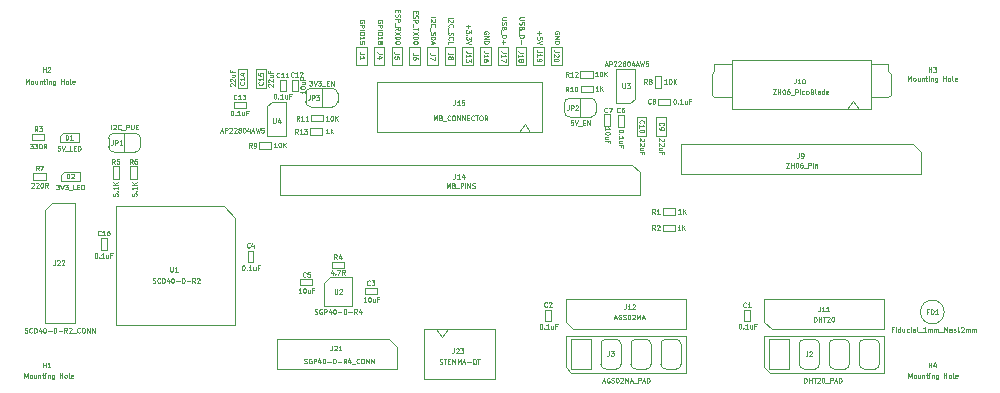
<source format=gbr>
%TF.GenerationSoftware,KiCad,Pcbnew,9.0.2*%
%TF.CreationDate,2025-06-06T22:39:28+05:30*%
%TF.ProjectId,AQEYE-SB-D1,41514559-452d-4534-922d-44312e6b6963,0.1*%
%TF.SameCoordinates,Original*%
%TF.FileFunction,AssemblyDrawing,Top*%
%FSLAX46Y46*%
G04 Gerber Fmt 4.6, Leading zero omitted, Abs format (unit mm)*
G04 Created by KiCad (PCBNEW 9.0.2) date 2025-06-06 22:39:28*
%MOMM*%
%LPD*%
G01*
G04 APERTURE LIST*
%ADD10C,0.100000*%
G04 APERTURE END LIST*
D10*
X26378809Y23210152D02*
X26150238Y23210152D01*
X26264524Y23210152D02*
X26264524Y23610152D01*
X26264524Y23610152D02*
X26226428Y23553009D01*
X26226428Y23553009D02*
X26188333Y23514914D01*
X26188333Y23514914D02*
X26150238Y23495866D01*
X26626428Y23610152D02*
X26664523Y23610152D01*
X26664523Y23610152D02*
X26702619Y23591104D01*
X26702619Y23591104D02*
X26721666Y23572057D01*
X26721666Y23572057D02*
X26740714Y23533961D01*
X26740714Y23533961D02*
X26759761Y23457771D01*
X26759761Y23457771D02*
X26759761Y23362533D01*
X26759761Y23362533D02*
X26740714Y23286342D01*
X26740714Y23286342D02*
X26721666Y23248247D01*
X26721666Y23248247D02*
X26702619Y23229199D01*
X26702619Y23229199D02*
X26664523Y23210152D01*
X26664523Y23210152D02*
X26626428Y23210152D01*
X26626428Y23210152D02*
X26588333Y23229199D01*
X26588333Y23229199D02*
X26569285Y23248247D01*
X26569285Y23248247D02*
X26550238Y23286342D01*
X26550238Y23286342D02*
X26531190Y23362533D01*
X26531190Y23362533D02*
X26531190Y23457771D01*
X26531190Y23457771D02*
X26550238Y23533961D01*
X26550238Y23533961D02*
X26569285Y23572057D01*
X26569285Y23572057D02*
X26588333Y23591104D01*
X26588333Y23591104D02*
X26626428Y23610152D01*
X26931190Y23210152D02*
X26931190Y23610152D01*
X27159761Y23210152D02*
X26988332Y23438723D01*
X27159761Y23610152D02*
X26931190Y23381580D01*
X23797856Y22080153D02*
X23664523Y22270629D01*
X23569285Y22080153D02*
X23569285Y22480153D01*
X23569285Y22480153D02*
X23721666Y22480153D01*
X23721666Y22480153D02*
X23759761Y22461105D01*
X23759761Y22461105D02*
X23778808Y22442058D01*
X23778808Y22442058D02*
X23797856Y22403962D01*
X23797856Y22403962D02*
X23797856Y22346820D01*
X23797856Y22346820D02*
X23778808Y22308724D01*
X23778808Y22308724D02*
X23759761Y22289677D01*
X23759761Y22289677D02*
X23721666Y22270629D01*
X23721666Y22270629D02*
X23569285Y22270629D01*
X24178808Y22080153D02*
X23950237Y22080153D01*
X24064523Y22080153D02*
X24064523Y22480153D01*
X24064523Y22480153D02*
X24026427Y22423010D01*
X24026427Y22423010D02*
X23988332Y22384915D01*
X23988332Y22384915D02*
X23950237Y22365867D01*
X24312141Y22480153D02*
X24559760Y22480153D01*
X24559760Y22480153D02*
X24426427Y22327772D01*
X24426427Y22327772D02*
X24483570Y22327772D01*
X24483570Y22327772D02*
X24521665Y22308724D01*
X24521665Y22308724D02*
X24540713Y22289677D01*
X24540713Y22289677D02*
X24559760Y22251581D01*
X24559760Y22251581D02*
X24559760Y22156343D01*
X24559760Y22156343D02*
X24540713Y22118248D01*
X24540713Y22118248D02*
X24521665Y22099200D01*
X24521665Y22099200D02*
X24483570Y22080153D01*
X24483570Y22080153D02*
X24369284Y22080153D01*
X24369284Y22080153D02*
X24331189Y22099200D01*
X24331189Y22099200D02*
X24312141Y22118248D01*
X54747057Y21682143D02*
X54766104Y21663095D01*
X54766104Y21663095D02*
X54785152Y21625000D01*
X54785152Y21625000D02*
X54785152Y21529762D01*
X54785152Y21529762D02*
X54766104Y21491667D01*
X54766104Y21491667D02*
X54747057Y21472619D01*
X54747057Y21472619D02*
X54708961Y21453572D01*
X54708961Y21453572D02*
X54670866Y21453572D01*
X54670866Y21453572D02*
X54613723Y21472619D01*
X54613723Y21472619D02*
X54385152Y21701191D01*
X54385152Y21701191D02*
X54385152Y21453572D01*
X54747057Y21301191D02*
X54766104Y21282143D01*
X54766104Y21282143D02*
X54785152Y21244048D01*
X54785152Y21244048D02*
X54785152Y21148810D01*
X54785152Y21148810D02*
X54766104Y21110715D01*
X54766104Y21110715D02*
X54747057Y21091667D01*
X54747057Y21091667D02*
X54708961Y21072620D01*
X54708961Y21072620D02*
X54670866Y21072620D01*
X54670866Y21072620D02*
X54613723Y21091667D01*
X54613723Y21091667D02*
X54385152Y21320239D01*
X54385152Y21320239D02*
X54385152Y21072620D01*
X54651819Y20729763D02*
X54385152Y20729763D01*
X54651819Y20901191D02*
X54442295Y20901191D01*
X54442295Y20901191D02*
X54404200Y20882144D01*
X54404200Y20882144D02*
X54385152Y20844049D01*
X54385152Y20844049D02*
X54385152Y20786906D01*
X54385152Y20786906D02*
X54404200Y20748810D01*
X54404200Y20748810D02*
X54423247Y20729763D01*
X54594676Y20405953D02*
X54594676Y20539286D01*
X54385152Y20539286D02*
X54785152Y20539286D01*
X54785152Y20539286D02*
X54785152Y20348810D01*
X54403247Y22791667D02*
X54384200Y22810715D01*
X54384200Y22810715D02*
X54365152Y22867857D01*
X54365152Y22867857D02*
X54365152Y22905953D01*
X54365152Y22905953D02*
X54384200Y22963096D01*
X54384200Y22963096D02*
X54422295Y23001191D01*
X54422295Y23001191D02*
X54460390Y23020238D01*
X54460390Y23020238D02*
X54536580Y23039286D01*
X54536580Y23039286D02*
X54593723Y23039286D01*
X54593723Y23039286D02*
X54669914Y23020238D01*
X54669914Y23020238D02*
X54708009Y23001191D01*
X54708009Y23001191D02*
X54746104Y22963096D01*
X54746104Y22963096D02*
X54765152Y22905953D01*
X54765152Y22905953D02*
X54765152Y22867857D01*
X54765152Y22867857D02*
X54746104Y22810715D01*
X54746104Y22810715D02*
X54727057Y22791667D01*
X54365152Y22601191D02*
X54365152Y22525000D01*
X54365152Y22525000D02*
X54384200Y22486905D01*
X54384200Y22486905D02*
X54403247Y22467857D01*
X54403247Y22467857D02*
X54460390Y22429762D01*
X54460390Y22429762D02*
X54536580Y22410715D01*
X54536580Y22410715D02*
X54688961Y22410715D01*
X54688961Y22410715D02*
X54727057Y22429762D01*
X54727057Y22429762D02*
X54746104Y22448810D01*
X54746104Y22448810D02*
X54765152Y22486905D01*
X54765152Y22486905D02*
X54765152Y22563096D01*
X54765152Y22563096D02*
X54746104Y22601191D01*
X54746104Y22601191D02*
X54727057Y22620238D01*
X54727057Y22620238D02*
X54688961Y22639286D01*
X54688961Y22639286D02*
X54593723Y22639286D01*
X54593723Y22639286D02*
X54555628Y22620238D01*
X54555628Y22620238D02*
X54536580Y22601191D01*
X54536580Y22601191D02*
X54517533Y22563096D01*
X54517533Y22563096D02*
X54517533Y22486905D01*
X54517533Y22486905D02*
X54536580Y22448810D01*
X54536580Y22448810D02*
X54555628Y22429762D01*
X54555628Y22429762D02*
X54593723Y22410715D01*
X39916256Y30546907D02*
X39935304Y30585002D01*
X39935304Y30585002D02*
X39935304Y30642145D01*
X39935304Y30642145D02*
X39916256Y30699288D01*
X39916256Y30699288D02*
X39878161Y30737383D01*
X39878161Y30737383D02*
X39840066Y30756430D01*
X39840066Y30756430D02*
X39763875Y30775478D01*
X39763875Y30775478D02*
X39706732Y30775478D01*
X39706732Y30775478D02*
X39630542Y30756430D01*
X39630542Y30756430D02*
X39592447Y30737383D01*
X39592447Y30737383D02*
X39554352Y30699288D01*
X39554352Y30699288D02*
X39535304Y30642145D01*
X39535304Y30642145D02*
X39535304Y30604049D01*
X39535304Y30604049D02*
X39554352Y30546907D01*
X39554352Y30546907D02*
X39573399Y30527859D01*
X39573399Y30527859D02*
X39706732Y30527859D01*
X39706732Y30527859D02*
X39706732Y30604049D01*
X39535304Y30356430D02*
X39935304Y30356430D01*
X39935304Y30356430D02*
X39535304Y30127859D01*
X39535304Y30127859D02*
X39935304Y30127859D01*
X39535304Y29937382D02*
X39935304Y29937382D01*
X39935304Y29937382D02*
X39935304Y29842144D01*
X39935304Y29842144D02*
X39916256Y29785001D01*
X39916256Y29785001D02*
X39878161Y29746906D01*
X39878161Y29746906D02*
X39840066Y29727859D01*
X39840066Y29727859D02*
X39763875Y29708811D01*
X39763875Y29708811D02*
X39706732Y29708811D01*
X39706732Y29708811D02*
X39630542Y29727859D01*
X39630542Y29727859D02*
X39592447Y29746906D01*
X39592447Y29746906D02*
X39554352Y29785001D01*
X39554352Y29785001D02*
X39535304Y29842144D01*
X39535304Y29842144D02*
X39535304Y29937382D01*
X39915152Y28955932D02*
X39629438Y28955932D01*
X39629438Y28955932D02*
X39572295Y28974979D01*
X39572295Y28974979D02*
X39534200Y29013075D01*
X39534200Y29013075D02*
X39515152Y29070217D01*
X39515152Y29070217D02*
X39515152Y29108313D01*
X39515152Y28555932D02*
X39515152Y28784503D01*
X39515152Y28670217D02*
X39915152Y28670217D01*
X39915152Y28670217D02*
X39858009Y28708313D01*
X39858009Y28708313D02*
X39819914Y28746408D01*
X39819914Y28746408D02*
X39800866Y28784503D01*
X39915152Y28213075D02*
X39915152Y28289265D01*
X39915152Y28289265D02*
X39896104Y28327361D01*
X39896104Y28327361D02*
X39877057Y28346408D01*
X39877057Y28346408D02*
X39819914Y28384503D01*
X39819914Y28384503D02*
X39743723Y28403551D01*
X39743723Y28403551D02*
X39591342Y28403551D01*
X39591342Y28403551D02*
X39553247Y28384503D01*
X39553247Y28384503D02*
X39534200Y28365456D01*
X39534200Y28365456D02*
X39515152Y28327361D01*
X39515152Y28327361D02*
X39515152Y28251170D01*
X39515152Y28251170D02*
X39534200Y28213075D01*
X39534200Y28213075D02*
X39553247Y28194027D01*
X39553247Y28194027D02*
X39591342Y28174980D01*
X39591342Y28174980D02*
X39686580Y28174980D01*
X39686580Y28174980D02*
X39724676Y28194027D01*
X39724676Y28194027D02*
X39743723Y28213075D01*
X39743723Y28213075D02*
X39762771Y28251170D01*
X39762771Y28251170D02*
X39762771Y28327361D01*
X39762771Y28327361D02*
X39743723Y28365456D01*
X39743723Y28365456D02*
X39724676Y28384503D01*
X39724676Y28384503D02*
X39686580Y28403551D01*
X49219285Y25705153D02*
X48990714Y25705153D01*
X49105000Y25705153D02*
X49105000Y26105153D01*
X49105000Y26105153D02*
X49066904Y26048010D01*
X49066904Y26048010D02*
X49028809Y26009915D01*
X49028809Y26009915D02*
X48990714Y25990867D01*
X49390714Y25705153D02*
X49390714Y26105153D01*
X49619285Y25705153D02*
X49447856Y25933724D01*
X49619285Y26105153D02*
X49390714Y25876581D01*
X46697857Y25675153D02*
X46564524Y25865629D01*
X46469286Y25675153D02*
X46469286Y26075153D01*
X46469286Y26075153D02*
X46621667Y26075153D01*
X46621667Y26075153D02*
X46659762Y26056105D01*
X46659762Y26056105D02*
X46678809Y26037058D01*
X46678809Y26037058D02*
X46697857Y25998962D01*
X46697857Y25998962D02*
X46697857Y25941820D01*
X46697857Y25941820D02*
X46678809Y25903724D01*
X46678809Y25903724D02*
X46659762Y25884677D01*
X46659762Y25884677D02*
X46621667Y25865629D01*
X46621667Y25865629D02*
X46469286Y25865629D01*
X47078809Y25675153D02*
X46850238Y25675153D01*
X46964524Y25675153D02*
X46964524Y26075153D01*
X46964524Y26075153D02*
X46926428Y26018010D01*
X46926428Y26018010D02*
X46888333Y25979915D01*
X46888333Y25979915D02*
X46850238Y25960867D01*
X47326428Y26075153D02*
X47364523Y26075153D01*
X47364523Y26075153D02*
X47402619Y26056105D01*
X47402619Y26056105D02*
X47421666Y26037058D01*
X47421666Y26037058D02*
X47440714Y25998962D01*
X47440714Y25998962D02*
X47459761Y25922772D01*
X47459761Y25922772D02*
X47459761Y25827534D01*
X47459761Y25827534D02*
X47440714Y25751343D01*
X47440714Y25751343D02*
X47421666Y25713248D01*
X47421666Y25713248D02*
X47402619Y25694200D01*
X47402619Y25694200D02*
X47364523Y25675153D01*
X47364523Y25675153D02*
X47326428Y25675153D01*
X47326428Y25675153D02*
X47288333Y25694200D01*
X47288333Y25694200D02*
X47269285Y25713248D01*
X47269285Y25713248D02*
X47250238Y25751343D01*
X47250238Y25751343D02*
X47231190Y25827534D01*
X47231190Y25827534D02*
X47231190Y25922772D01*
X47231190Y25922772D02*
X47250238Y25998962D01*
X47250238Y25998962D02*
X47269285Y26037058D01*
X47269285Y26037058D02*
X47288333Y26056105D01*
X47288333Y26056105D02*
X47326428Y26075153D01*
X3643571Y21065153D02*
X3453095Y21065153D01*
X3453095Y21065153D02*
X3434047Y20874677D01*
X3434047Y20874677D02*
X3453095Y20893724D01*
X3453095Y20893724D02*
X3491190Y20912772D01*
X3491190Y20912772D02*
X3586428Y20912772D01*
X3586428Y20912772D02*
X3624523Y20893724D01*
X3624523Y20893724D02*
X3643571Y20874677D01*
X3643571Y20874677D02*
X3662618Y20836581D01*
X3662618Y20836581D02*
X3662618Y20741343D01*
X3662618Y20741343D02*
X3643571Y20703248D01*
X3643571Y20703248D02*
X3624523Y20684200D01*
X3624523Y20684200D02*
X3586428Y20665153D01*
X3586428Y20665153D02*
X3491190Y20665153D01*
X3491190Y20665153D02*
X3453095Y20684200D01*
X3453095Y20684200D02*
X3434047Y20703248D01*
X3776904Y21065153D02*
X3910237Y20665153D01*
X3910237Y20665153D02*
X4043570Y21065153D01*
X4081666Y20627058D02*
X4386427Y20627058D01*
X4672142Y20665153D02*
X4481666Y20665153D01*
X4481666Y20665153D02*
X4481666Y21065153D01*
X4805476Y20874677D02*
X4938809Y20874677D01*
X4995952Y20665153D02*
X4805476Y20665153D01*
X4805476Y20665153D02*
X4805476Y21065153D01*
X4805476Y21065153D02*
X4995952Y21065153D01*
X5167381Y20665153D02*
X5167381Y21065153D01*
X5167381Y21065153D02*
X5262619Y21065153D01*
X5262619Y21065153D02*
X5319762Y21046105D01*
X5319762Y21046105D02*
X5357857Y21008010D01*
X5357857Y21008010D02*
X5376904Y20969915D01*
X5376904Y20969915D02*
X5395952Y20893724D01*
X5395952Y20893724D02*
X5395952Y20836581D01*
X5395952Y20836581D02*
X5376904Y20760391D01*
X5376904Y20760391D02*
X5357857Y20722296D01*
X5357857Y20722296D02*
X5319762Y20684200D01*
X5319762Y20684200D02*
X5262619Y20665153D01*
X5262619Y20665153D02*
X5167381Y20665153D01*
X4119762Y21595153D02*
X4119762Y21995153D01*
X4119762Y21995153D02*
X4215000Y21995153D01*
X4215000Y21995153D02*
X4272143Y21976105D01*
X4272143Y21976105D02*
X4310238Y21938010D01*
X4310238Y21938010D02*
X4329285Y21899915D01*
X4329285Y21899915D02*
X4348333Y21823724D01*
X4348333Y21823724D02*
X4348333Y21766581D01*
X4348333Y21766581D02*
X4329285Y21690391D01*
X4329285Y21690391D02*
X4310238Y21652296D01*
X4310238Y21652296D02*
X4272143Y21614200D01*
X4272143Y21614200D02*
X4215000Y21595153D01*
X4215000Y21595153D02*
X4119762Y21595153D01*
X4729285Y21595153D02*
X4500714Y21595153D01*
X4615000Y21595153D02*
X4615000Y21995153D01*
X4615000Y21995153D02*
X4576904Y21938010D01*
X4576904Y21938010D02*
X4538809Y21899915D01*
X4538809Y21899915D02*
X4500714Y21880867D01*
X44186321Y30756428D02*
X44186321Y30451666D01*
X44033940Y30604047D02*
X44338702Y30604047D01*
X44433940Y30070714D02*
X44433940Y30261190D01*
X44433940Y30261190D02*
X44243464Y30280238D01*
X44243464Y30280238D02*
X44262511Y30261190D01*
X44262511Y30261190D02*
X44281559Y30223095D01*
X44281559Y30223095D02*
X44281559Y30127857D01*
X44281559Y30127857D02*
X44262511Y30089762D01*
X44262511Y30089762D02*
X44243464Y30070714D01*
X44243464Y30070714D02*
X44205368Y30051667D01*
X44205368Y30051667D02*
X44110130Y30051667D01*
X44110130Y30051667D02*
X44072035Y30070714D01*
X44072035Y30070714D02*
X44052988Y30089762D01*
X44052988Y30089762D02*
X44033940Y30127857D01*
X44033940Y30127857D02*
X44033940Y30223095D01*
X44033940Y30223095D02*
X44052988Y30261190D01*
X44052988Y30261190D02*
X44072035Y30280238D01*
X44433940Y29937381D02*
X44033940Y29804048D01*
X44033940Y29804048D02*
X44433940Y29670715D01*
X44415152Y29004568D02*
X44129438Y29004568D01*
X44129438Y29004568D02*
X44072295Y29023615D01*
X44072295Y29023615D02*
X44034200Y29061711D01*
X44034200Y29061711D02*
X44015152Y29118853D01*
X44015152Y29118853D02*
X44015152Y29156949D01*
X44015152Y28604568D02*
X44015152Y28833139D01*
X44015152Y28718853D02*
X44415152Y28718853D01*
X44415152Y28718853D02*
X44358009Y28756949D01*
X44358009Y28756949D02*
X44319914Y28795044D01*
X44319914Y28795044D02*
X44300866Y28833139D01*
X44015152Y28414092D02*
X44015152Y28337901D01*
X44015152Y28337901D02*
X44034200Y28299806D01*
X44034200Y28299806D02*
X44053247Y28280758D01*
X44053247Y28280758D02*
X44110390Y28242663D01*
X44110390Y28242663D02*
X44186580Y28223616D01*
X44186580Y28223616D02*
X44338961Y28223616D01*
X44338961Y28223616D02*
X44377057Y28242663D01*
X44377057Y28242663D02*
X44396104Y28261711D01*
X44396104Y28261711D02*
X44415152Y28299806D01*
X44415152Y28299806D02*
X44415152Y28375997D01*
X44415152Y28375997D02*
X44396104Y28414092D01*
X44396104Y28414092D02*
X44377057Y28433139D01*
X44377057Y28433139D02*
X44338961Y28452187D01*
X44338961Y28452187D02*
X44243723Y28452187D01*
X44243723Y28452187D02*
X44205628Y28433139D01*
X44205628Y28433139D02*
X44186580Y28414092D01*
X44186580Y28414092D02*
X44167533Y28375997D01*
X44167533Y28375997D02*
X44167533Y28299806D01*
X44167533Y28299806D02*
X44186580Y28261711D01*
X44186580Y28261711D02*
X44205628Y28242663D01*
X44205628Y28242663D02*
X44243723Y28223616D01*
X8134847Y17014525D02*
X8134847Y16824049D01*
X8134847Y16824049D02*
X8325323Y16805001D01*
X8325323Y16805001D02*
X8306276Y16824049D01*
X8306276Y16824049D02*
X8287228Y16862144D01*
X8287228Y16862144D02*
X8287228Y16957382D01*
X8287228Y16957382D02*
X8306276Y16995477D01*
X8306276Y16995477D02*
X8325323Y17014525D01*
X8325323Y17014525D02*
X8363419Y17033572D01*
X8363419Y17033572D02*
X8458657Y17033572D01*
X8458657Y17033572D02*
X8496752Y17014525D01*
X8496752Y17014525D02*
X8515800Y16995477D01*
X8515800Y16995477D02*
X8534847Y16957382D01*
X8534847Y16957382D02*
X8534847Y16862144D01*
X8534847Y16862144D02*
X8515800Y16824049D01*
X8515800Y16824049D02*
X8496752Y16805001D01*
X8496752Y17205001D02*
X8515800Y17224048D01*
X8515800Y17224048D02*
X8534847Y17205001D01*
X8534847Y17205001D02*
X8515800Y17185953D01*
X8515800Y17185953D02*
X8496752Y17205001D01*
X8496752Y17205001D02*
X8534847Y17205001D01*
X8534847Y17605000D02*
X8534847Y17376429D01*
X8534847Y17490715D02*
X8134847Y17490715D01*
X8134847Y17490715D02*
X8191990Y17452619D01*
X8191990Y17452619D02*
X8230085Y17414524D01*
X8230085Y17414524D02*
X8249133Y17376429D01*
X8534847Y17776429D02*
X8134847Y17776429D01*
X8534847Y18005000D02*
X8306276Y17833571D01*
X8134847Y18005000D02*
X8363419Y17776429D01*
X8288333Y19535153D02*
X8155000Y19725629D01*
X8059762Y19535153D02*
X8059762Y19935153D01*
X8059762Y19935153D02*
X8212143Y19935153D01*
X8212143Y19935153D02*
X8250238Y19916105D01*
X8250238Y19916105D02*
X8269285Y19897058D01*
X8269285Y19897058D02*
X8288333Y19858962D01*
X8288333Y19858962D02*
X8288333Y19801820D01*
X8288333Y19801820D02*
X8269285Y19763724D01*
X8269285Y19763724D02*
X8250238Y19744677D01*
X8250238Y19744677D02*
X8212143Y19725629D01*
X8212143Y19725629D02*
X8059762Y19725629D01*
X8650238Y19935153D02*
X8459762Y19935153D01*
X8459762Y19935153D02*
X8440714Y19744677D01*
X8440714Y19744677D02*
X8459762Y19763724D01*
X8459762Y19763724D02*
X8497857Y19782772D01*
X8497857Y19782772D02*
X8593095Y19782772D01*
X8593095Y19782772D02*
X8631190Y19763724D01*
X8631190Y19763724D02*
X8650238Y19744677D01*
X8650238Y19744677D02*
X8669285Y19706581D01*
X8669285Y19706581D02*
X8669285Y19611343D01*
X8669285Y19611343D02*
X8650238Y19573248D01*
X8650238Y19573248D02*
X8631190Y19554200D01*
X8631190Y19554200D02*
X8593095Y19535153D01*
X8593095Y19535153D02*
X8497857Y19535153D01*
X8497857Y19535153D02*
X8459762Y19554200D01*
X8459762Y19554200D02*
X8440714Y19573248D01*
X75483333Y1420153D02*
X75483333Y1820153D01*
X75483333Y1820153D02*
X75616666Y1534439D01*
X75616666Y1534439D02*
X75749999Y1820153D01*
X75749999Y1820153D02*
X75749999Y1420153D01*
X75997618Y1420153D02*
X75959523Y1439200D01*
X75959523Y1439200D02*
X75940476Y1458248D01*
X75940476Y1458248D02*
X75921428Y1496343D01*
X75921428Y1496343D02*
X75921428Y1610629D01*
X75921428Y1610629D02*
X75940476Y1648724D01*
X75940476Y1648724D02*
X75959523Y1667772D01*
X75959523Y1667772D02*
X75997618Y1686820D01*
X75997618Y1686820D02*
X76054761Y1686820D01*
X76054761Y1686820D02*
X76092857Y1667772D01*
X76092857Y1667772D02*
X76111904Y1648724D01*
X76111904Y1648724D02*
X76130952Y1610629D01*
X76130952Y1610629D02*
X76130952Y1496343D01*
X76130952Y1496343D02*
X76111904Y1458248D01*
X76111904Y1458248D02*
X76092857Y1439200D01*
X76092857Y1439200D02*
X76054761Y1420153D01*
X76054761Y1420153D02*
X75997618Y1420153D01*
X76473809Y1686820D02*
X76473809Y1420153D01*
X76302381Y1686820D02*
X76302381Y1477296D01*
X76302381Y1477296D02*
X76321428Y1439200D01*
X76321428Y1439200D02*
X76359523Y1420153D01*
X76359523Y1420153D02*
X76416666Y1420153D01*
X76416666Y1420153D02*
X76454762Y1439200D01*
X76454762Y1439200D02*
X76473809Y1458248D01*
X76664286Y1686820D02*
X76664286Y1420153D01*
X76664286Y1648724D02*
X76683333Y1667772D01*
X76683333Y1667772D02*
X76721428Y1686820D01*
X76721428Y1686820D02*
X76778571Y1686820D01*
X76778571Y1686820D02*
X76816667Y1667772D01*
X76816667Y1667772D02*
X76835714Y1629677D01*
X76835714Y1629677D02*
X76835714Y1420153D01*
X76969048Y1686820D02*
X77121429Y1686820D01*
X77026191Y1820153D02*
X77026191Y1477296D01*
X77026191Y1477296D02*
X77045238Y1439200D01*
X77045238Y1439200D02*
X77083333Y1420153D01*
X77083333Y1420153D02*
X77121429Y1420153D01*
X77254762Y1420153D02*
X77254762Y1686820D01*
X77254762Y1820153D02*
X77235714Y1801105D01*
X77235714Y1801105D02*
X77254762Y1782058D01*
X77254762Y1782058D02*
X77273809Y1801105D01*
X77273809Y1801105D02*
X77254762Y1820153D01*
X77254762Y1820153D02*
X77254762Y1782058D01*
X77445238Y1686820D02*
X77445238Y1420153D01*
X77445238Y1648724D02*
X77464285Y1667772D01*
X77464285Y1667772D02*
X77502380Y1686820D01*
X77502380Y1686820D02*
X77559523Y1686820D01*
X77559523Y1686820D02*
X77597619Y1667772D01*
X77597619Y1667772D02*
X77616666Y1629677D01*
X77616666Y1629677D02*
X77616666Y1420153D01*
X77978571Y1686820D02*
X77978571Y1363010D01*
X77978571Y1363010D02*
X77959524Y1324915D01*
X77959524Y1324915D02*
X77940476Y1305867D01*
X77940476Y1305867D02*
X77902381Y1286820D01*
X77902381Y1286820D02*
X77845238Y1286820D01*
X77845238Y1286820D02*
X77807143Y1305867D01*
X77978571Y1439200D02*
X77940476Y1420153D01*
X77940476Y1420153D02*
X77864285Y1420153D01*
X77864285Y1420153D02*
X77826190Y1439200D01*
X77826190Y1439200D02*
X77807143Y1458248D01*
X77807143Y1458248D02*
X77788095Y1496343D01*
X77788095Y1496343D02*
X77788095Y1610629D01*
X77788095Y1610629D02*
X77807143Y1648724D01*
X77807143Y1648724D02*
X77826190Y1667772D01*
X77826190Y1667772D02*
X77864285Y1686820D01*
X77864285Y1686820D02*
X77940476Y1686820D01*
X77940476Y1686820D02*
X77978571Y1667772D01*
X78473810Y1420153D02*
X78473810Y1820153D01*
X78473810Y1629677D02*
X78702381Y1629677D01*
X78702381Y1420153D02*
X78702381Y1820153D01*
X78950000Y1420153D02*
X78911905Y1439200D01*
X78911905Y1439200D02*
X78892858Y1458248D01*
X78892858Y1458248D02*
X78873810Y1496343D01*
X78873810Y1496343D02*
X78873810Y1610629D01*
X78873810Y1610629D02*
X78892858Y1648724D01*
X78892858Y1648724D02*
X78911905Y1667772D01*
X78911905Y1667772D02*
X78950000Y1686820D01*
X78950000Y1686820D02*
X79007143Y1686820D01*
X79007143Y1686820D02*
X79045239Y1667772D01*
X79045239Y1667772D02*
X79064286Y1648724D01*
X79064286Y1648724D02*
X79083334Y1610629D01*
X79083334Y1610629D02*
X79083334Y1496343D01*
X79083334Y1496343D02*
X79064286Y1458248D01*
X79064286Y1458248D02*
X79045239Y1439200D01*
X79045239Y1439200D02*
X79007143Y1420153D01*
X79007143Y1420153D02*
X78950000Y1420153D01*
X79311905Y1420153D02*
X79273810Y1439200D01*
X79273810Y1439200D02*
X79254763Y1477296D01*
X79254763Y1477296D02*
X79254763Y1820153D01*
X79616668Y1439200D02*
X79578572Y1420153D01*
X79578572Y1420153D02*
X79502382Y1420153D01*
X79502382Y1420153D02*
X79464287Y1439200D01*
X79464287Y1439200D02*
X79445239Y1477296D01*
X79445239Y1477296D02*
X79445239Y1629677D01*
X79445239Y1629677D02*
X79464287Y1667772D01*
X79464287Y1667772D02*
X79502382Y1686820D01*
X79502382Y1686820D02*
X79578572Y1686820D01*
X79578572Y1686820D02*
X79616668Y1667772D01*
X79616668Y1667772D02*
X79635715Y1629677D01*
X79635715Y1629677D02*
X79635715Y1591581D01*
X79635715Y1591581D02*
X79445239Y1553486D01*
X77195238Y2320153D02*
X77195238Y2720153D01*
X77195238Y2529677D02*
X77423809Y2529677D01*
X77423809Y2320153D02*
X77423809Y2720153D01*
X77785714Y2586820D02*
X77785714Y2320153D01*
X77690476Y2739200D02*
X77595238Y2453486D01*
X77595238Y2453486D02*
X77842857Y2453486D01*
X75433333Y26570153D02*
X75433333Y26970153D01*
X75433333Y26970153D02*
X75566666Y26684439D01*
X75566666Y26684439D02*
X75699999Y26970153D01*
X75699999Y26970153D02*
X75699999Y26570153D01*
X75947618Y26570153D02*
X75909523Y26589200D01*
X75909523Y26589200D02*
X75890476Y26608248D01*
X75890476Y26608248D02*
X75871428Y26646343D01*
X75871428Y26646343D02*
X75871428Y26760629D01*
X75871428Y26760629D02*
X75890476Y26798724D01*
X75890476Y26798724D02*
X75909523Y26817772D01*
X75909523Y26817772D02*
X75947618Y26836820D01*
X75947618Y26836820D02*
X76004761Y26836820D01*
X76004761Y26836820D02*
X76042857Y26817772D01*
X76042857Y26817772D02*
X76061904Y26798724D01*
X76061904Y26798724D02*
X76080952Y26760629D01*
X76080952Y26760629D02*
X76080952Y26646343D01*
X76080952Y26646343D02*
X76061904Y26608248D01*
X76061904Y26608248D02*
X76042857Y26589200D01*
X76042857Y26589200D02*
X76004761Y26570153D01*
X76004761Y26570153D02*
X75947618Y26570153D01*
X76423809Y26836820D02*
X76423809Y26570153D01*
X76252381Y26836820D02*
X76252381Y26627296D01*
X76252381Y26627296D02*
X76271428Y26589200D01*
X76271428Y26589200D02*
X76309523Y26570153D01*
X76309523Y26570153D02*
X76366666Y26570153D01*
X76366666Y26570153D02*
X76404762Y26589200D01*
X76404762Y26589200D02*
X76423809Y26608248D01*
X76614286Y26836820D02*
X76614286Y26570153D01*
X76614286Y26798724D02*
X76633333Y26817772D01*
X76633333Y26817772D02*
X76671428Y26836820D01*
X76671428Y26836820D02*
X76728571Y26836820D01*
X76728571Y26836820D02*
X76766667Y26817772D01*
X76766667Y26817772D02*
X76785714Y26779677D01*
X76785714Y26779677D02*
X76785714Y26570153D01*
X76919048Y26836820D02*
X77071429Y26836820D01*
X76976191Y26970153D02*
X76976191Y26627296D01*
X76976191Y26627296D02*
X76995238Y26589200D01*
X76995238Y26589200D02*
X77033333Y26570153D01*
X77033333Y26570153D02*
X77071429Y26570153D01*
X77204762Y26570153D02*
X77204762Y26836820D01*
X77204762Y26970153D02*
X77185714Y26951105D01*
X77185714Y26951105D02*
X77204762Y26932058D01*
X77204762Y26932058D02*
X77223809Y26951105D01*
X77223809Y26951105D02*
X77204762Y26970153D01*
X77204762Y26970153D02*
X77204762Y26932058D01*
X77395238Y26836820D02*
X77395238Y26570153D01*
X77395238Y26798724D02*
X77414285Y26817772D01*
X77414285Y26817772D02*
X77452380Y26836820D01*
X77452380Y26836820D02*
X77509523Y26836820D01*
X77509523Y26836820D02*
X77547619Y26817772D01*
X77547619Y26817772D02*
X77566666Y26779677D01*
X77566666Y26779677D02*
X77566666Y26570153D01*
X77928571Y26836820D02*
X77928571Y26513010D01*
X77928571Y26513010D02*
X77909524Y26474915D01*
X77909524Y26474915D02*
X77890476Y26455867D01*
X77890476Y26455867D02*
X77852381Y26436820D01*
X77852381Y26436820D02*
X77795238Y26436820D01*
X77795238Y26436820D02*
X77757143Y26455867D01*
X77928571Y26589200D02*
X77890476Y26570153D01*
X77890476Y26570153D02*
X77814285Y26570153D01*
X77814285Y26570153D02*
X77776190Y26589200D01*
X77776190Y26589200D02*
X77757143Y26608248D01*
X77757143Y26608248D02*
X77738095Y26646343D01*
X77738095Y26646343D02*
X77738095Y26760629D01*
X77738095Y26760629D02*
X77757143Y26798724D01*
X77757143Y26798724D02*
X77776190Y26817772D01*
X77776190Y26817772D02*
X77814285Y26836820D01*
X77814285Y26836820D02*
X77890476Y26836820D01*
X77890476Y26836820D02*
X77928571Y26817772D01*
X78423810Y26570153D02*
X78423810Y26970153D01*
X78423810Y26779677D02*
X78652381Y26779677D01*
X78652381Y26570153D02*
X78652381Y26970153D01*
X78900000Y26570153D02*
X78861905Y26589200D01*
X78861905Y26589200D02*
X78842858Y26608248D01*
X78842858Y26608248D02*
X78823810Y26646343D01*
X78823810Y26646343D02*
X78823810Y26760629D01*
X78823810Y26760629D02*
X78842858Y26798724D01*
X78842858Y26798724D02*
X78861905Y26817772D01*
X78861905Y26817772D02*
X78900000Y26836820D01*
X78900000Y26836820D02*
X78957143Y26836820D01*
X78957143Y26836820D02*
X78995239Y26817772D01*
X78995239Y26817772D02*
X79014286Y26798724D01*
X79014286Y26798724D02*
X79033334Y26760629D01*
X79033334Y26760629D02*
X79033334Y26646343D01*
X79033334Y26646343D02*
X79014286Y26608248D01*
X79014286Y26608248D02*
X78995239Y26589200D01*
X78995239Y26589200D02*
X78957143Y26570153D01*
X78957143Y26570153D02*
X78900000Y26570153D01*
X79261905Y26570153D02*
X79223810Y26589200D01*
X79223810Y26589200D02*
X79204763Y26627296D01*
X79204763Y26627296D02*
X79204763Y26970153D01*
X79566668Y26589200D02*
X79528572Y26570153D01*
X79528572Y26570153D02*
X79452382Y26570153D01*
X79452382Y26570153D02*
X79414287Y26589200D01*
X79414287Y26589200D02*
X79395239Y26627296D01*
X79395239Y26627296D02*
X79395239Y26779677D01*
X79395239Y26779677D02*
X79414287Y26817772D01*
X79414287Y26817772D02*
X79452382Y26836820D01*
X79452382Y26836820D02*
X79528572Y26836820D01*
X79528572Y26836820D02*
X79566668Y26817772D01*
X79566668Y26817772D02*
X79585715Y26779677D01*
X79585715Y26779677D02*
X79585715Y26741581D01*
X79585715Y26741581D02*
X79395239Y26703486D01*
X77195238Y27320153D02*
X77195238Y27720153D01*
X77195238Y27529677D02*
X77423809Y27529677D01*
X77423809Y27320153D02*
X77423809Y27720153D01*
X77576190Y27720153D02*
X77823809Y27720153D01*
X77823809Y27720153D02*
X77690476Y27567772D01*
X77690476Y27567772D02*
X77747619Y27567772D01*
X77747619Y27567772D02*
X77785714Y27548724D01*
X77785714Y27548724D02*
X77804762Y27529677D01*
X77804762Y27529677D02*
X77823809Y27491581D01*
X77823809Y27491581D02*
X77823809Y27396343D01*
X77823809Y27396343D02*
X77804762Y27358248D01*
X77804762Y27358248D02*
X77785714Y27339200D01*
X77785714Y27339200D02*
X77747619Y27320153D01*
X77747619Y27320153D02*
X77633333Y27320153D01*
X77633333Y27320153D02*
X77595238Y27339200D01*
X77595238Y27339200D02*
X77576190Y27358248D01*
X45914437Y30546907D02*
X45933485Y30585002D01*
X45933485Y30585002D02*
X45933485Y30642145D01*
X45933485Y30642145D02*
X45914437Y30699288D01*
X45914437Y30699288D02*
X45876342Y30737383D01*
X45876342Y30737383D02*
X45838247Y30756430D01*
X45838247Y30756430D02*
X45762056Y30775478D01*
X45762056Y30775478D02*
X45704913Y30775478D01*
X45704913Y30775478D02*
X45628723Y30756430D01*
X45628723Y30756430D02*
X45590628Y30737383D01*
X45590628Y30737383D02*
X45552533Y30699288D01*
X45552533Y30699288D02*
X45533485Y30642145D01*
X45533485Y30642145D02*
X45533485Y30604049D01*
X45533485Y30604049D02*
X45552533Y30546907D01*
X45552533Y30546907D02*
X45571580Y30527859D01*
X45571580Y30527859D02*
X45704913Y30527859D01*
X45704913Y30527859D02*
X45704913Y30604049D01*
X45533485Y30356430D02*
X45933485Y30356430D01*
X45933485Y30356430D02*
X45533485Y30127859D01*
X45533485Y30127859D02*
X45933485Y30127859D01*
X45533485Y29937382D02*
X45933485Y29937382D01*
X45933485Y29937382D02*
X45933485Y29842144D01*
X45933485Y29842144D02*
X45914437Y29785001D01*
X45914437Y29785001D02*
X45876342Y29746906D01*
X45876342Y29746906D02*
X45838247Y29727859D01*
X45838247Y29727859D02*
X45762056Y29708811D01*
X45762056Y29708811D02*
X45704913Y29708811D01*
X45704913Y29708811D02*
X45628723Y29727859D01*
X45628723Y29727859D02*
X45590628Y29746906D01*
X45590628Y29746906D02*
X45552533Y29785001D01*
X45552533Y29785001D02*
X45533485Y29842144D01*
X45533485Y29842144D02*
X45533485Y29937382D01*
X45865152Y29004113D02*
X45579438Y29004113D01*
X45579438Y29004113D02*
X45522295Y29023160D01*
X45522295Y29023160D02*
X45484200Y29061256D01*
X45484200Y29061256D02*
X45465152Y29118398D01*
X45465152Y29118398D02*
X45465152Y29156494D01*
X45827057Y28832684D02*
X45846104Y28813636D01*
X45846104Y28813636D02*
X45865152Y28775541D01*
X45865152Y28775541D02*
X45865152Y28680303D01*
X45865152Y28680303D02*
X45846104Y28642208D01*
X45846104Y28642208D02*
X45827057Y28623160D01*
X45827057Y28623160D02*
X45788961Y28604113D01*
X45788961Y28604113D02*
X45750866Y28604113D01*
X45750866Y28604113D02*
X45693723Y28623160D01*
X45693723Y28623160D02*
X45465152Y28851732D01*
X45465152Y28851732D02*
X45465152Y28604113D01*
X45865152Y28356494D02*
X45865152Y28318399D01*
X45865152Y28318399D02*
X45846104Y28280303D01*
X45846104Y28280303D02*
X45827057Y28261256D01*
X45827057Y28261256D02*
X45788961Y28242208D01*
X45788961Y28242208D02*
X45712771Y28223161D01*
X45712771Y28223161D02*
X45617533Y28223161D01*
X45617533Y28223161D02*
X45541342Y28242208D01*
X45541342Y28242208D02*
X45503247Y28261256D01*
X45503247Y28261256D02*
X45484200Y28280303D01*
X45484200Y28280303D02*
X45465152Y28318399D01*
X45465152Y28318399D02*
X45465152Y28356494D01*
X45465152Y28356494D02*
X45484200Y28394589D01*
X45484200Y28394589D02*
X45503247Y28413637D01*
X45503247Y28413637D02*
X45541342Y28432684D01*
X45541342Y28432684D02*
X45617533Y28451732D01*
X45617533Y28451732D02*
X45712771Y28451732D01*
X45712771Y28451732D02*
X45788961Y28432684D01*
X45788961Y28432684D02*
X45827057Y28413637D01*
X45827057Y28413637D02*
X45846104Y28394589D01*
X45846104Y28394589D02*
X45865152Y28356494D01*
X29576428Y7855153D02*
X29347857Y7855153D01*
X29462143Y7855153D02*
X29462143Y8255153D01*
X29462143Y8255153D02*
X29424047Y8198010D01*
X29424047Y8198010D02*
X29385952Y8159915D01*
X29385952Y8159915D02*
X29347857Y8140867D01*
X29824047Y8255153D02*
X29862142Y8255153D01*
X29862142Y8255153D02*
X29900238Y8236105D01*
X29900238Y8236105D02*
X29919285Y8217058D01*
X29919285Y8217058D02*
X29938333Y8178962D01*
X29938333Y8178962D02*
X29957380Y8102772D01*
X29957380Y8102772D02*
X29957380Y8007534D01*
X29957380Y8007534D02*
X29938333Y7931343D01*
X29938333Y7931343D02*
X29919285Y7893248D01*
X29919285Y7893248D02*
X29900238Y7874200D01*
X29900238Y7874200D02*
X29862142Y7855153D01*
X29862142Y7855153D02*
X29824047Y7855153D01*
X29824047Y7855153D02*
X29785952Y7874200D01*
X29785952Y7874200D02*
X29766904Y7893248D01*
X29766904Y7893248D02*
X29747857Y7931343D01*
X29747857Y7931343D02*
X29728809Y8007534D01*
X29728809Y8007534D02*
X29728809Y8102772D01*
X29728809Y8102772D02*
X29747857Y8178962D01*
X29747857Y8178962D02*
X29766904Y8217058D01*
X29766904Y8217058D02*
X29785952Y8236105D01*
X29785952Y8236105D02*
X29824047Y8255153D01*
X30300237Y8121820D02*
X30300237Y7855153D01*
X30128809Y8121820D02*
X30128809Y7912296D01*
X30128809Y7912296D02*
X30147856Y7874200D01*
X30147856Y7874200D02*
X30185951Y7855153D01*
X30185951Y7855153D02*
X30243094Y7855153D01*
X30243094Y7855153D02*
X30281190Y7874200D01*
X30281190Y7874200D02*
X30300237Y7893248D01*
X30624047Y8064677D02*
X30490714Y8064677D01*
X30490714Y7855153D02*
X30490714Y8255153D01*
X30490714Y8255153D02*
X30681190Y8255153D01*
X29888333Y9303248D02*
X29869285Y9284200D01*
X29869285Y9284200D02*
X29812143Y9265153D01*
X29812143Y9265153D02*
X29774047Y9265153D01*
X29774047Y9265153D02*
X29716904Y9284200D01*
X29716904Y9284200D02*
X29678809Y9322296D01*
X29678809Y9322296D02*
X29659762Y9360391D01*
X29659762Y9360391D02*
X29640714Y9436581D01*
X29640714Y9436581D02*
X29640714Y9493724D01*
X29640714Y9493724D02*
X29659762Y9569915D01*
X29659762Y9569915D02*
X29678809Y9608010D01*
X29678809Y9608010D02*
X29716904Y9646105D01*
X29716904Y9646105D02*
X29774047Y9665153D01*
X29774047Y9665153D02*
X29812143Y9665153D01*
X29812143Y9665153D02*
X29869285Y9646105D01*
X29869285Y9646105D02*
X29888333Y9627058D01*
X30021666Y9665153D02*
X30269285Y9665153D01*
X30269285Y9665153D02*
X30135952Y9512772D01*
X30135952Y9512772D02*
X30193095Y9512772D01*
X30193095Y9512772D02*
X30231190Y9493724D01*
X30231190Y9493724D02*
X30250238Y9474677D01*
X30250238Y9474677D02*
X30269285Y9436581D01*
X30269285Y9436581D02*
X30269285Y9341343D01*
X30269285Y9341343D02*
X30250238Y9303248D01*
X30250238Y9303248D02*
X30231190Y9284200D01*
X30231190Y9284200D02*
X30193095Y9265153D01*
X30193095Y9265153D02*
X30078809Y9265153D01*
X30078809Y9265153D02*
X30040714Y9284200D01*
X30040714Y9284200D02*
X30021666Y9303248D01*
X26379285Y22115153D02*
X26150714Y22115153D01*
X26265000Y22115153D02*
X26265000Y22515153D01*
X26265000Y22515153D02*
X26226904Y22458010D01*
X26226904Y22458010D02*
X26188809Y22419915D01*
X26188809Y22419915D02*
X26150714Y22400867D01*
X26550714Y22115153D02*
X26550714Y22515153D01*
X26779285Y22115153D02*
X26607856Y22343724D01*
X26779285Y22515153D02*
X26550714Y22286581D01*
X23907857Y23200153D02*
X23774524Y23390629D01*
X23679286Y23200153D02*
X23679286Y23600153D01*
X23679286Y23600153D02*
X23831667Y23600153D01*
X23831667Y23600153D02*
X23869762Y23581105D01*
X23869762Y23581105D02*
X23888809Y23562058D01*
X23888809Y23562058D02*
X23907857Y23523962D01*
X23907857Y23523962D02*
X23907857Y23466820D01*
X23907857Y23466820D02*
X23888809Y23428724D01*
X23888809Y23428724D02*
X23869762Y23409677D01*
X23869762Y23409677D02*
X23831667Y23390629D01*
X23831667Y23390629D02*
X23679286Y23390629D01*
X24288809Y23200153D02*
X24060238Y23200153D01*
X24174524Y23200153D02*
X24174524Y23600153D01*
X24174524Y23600153D02*
X24136428Y23543010D01*
X24136428Y23543010D02*
X24098333Y23504915D01*
X24098333Y23504915D02*
X24060238Y23485867D01*
X24669761Y23200153D02*
X24441190Y23200153D01*
X24555476Y23200153D02*
X24555476Y23600153D01*
X24555476Y23600153D02*
X24517380Y23543010D01*
X24517380Y23543010D02*
X24479285Y23504915D01*
X24479285Y23504915D02*
X24441190Y23485867D01*
X9724847Y17014525D02*
X9724847Y16824049D01*
X9724847Y16824049D02*
X9915323Y16805001D01*
X9915323Y16805001D02*
X9896276Y16824049D01*
X9896276Y16824049D02*
X9877228Y16862144D01*
X9877228Y16862144D02*
X9877228Y16957382D01*
X9877228Y16957382D02*
X9896276Y16995477D01*
X9896276Y16995477D02*
X9915323Y17014525D01*
X9915323Y17014525D02*
X9953419Y17033572D01*
X9953419Y17033572D02*
X10048657Y17033572D01*
X10048657Y17033572D02*
X10086752Y17014525D01*
X10086752Y17014525D02*
X10105800Y16995477D01*
X10105800Y16995477D02*
X10124847Y16957382D01*
X10124847Y16957382D02*
X10124847Y16862144D01*
X10124847Y16862144D02*
X10105800Y16824049D01*
X10105800Y16824049D02*
X10086752Y16805001D01*
X10086752Y17205001D02*
X10105800Y17224048D01*
X10105800Y17224048D02*
X10124847Y17205001D01*
X10124847Y17205001D02*
X10105800Y17185953D01*
X10105800Y17185953D02*
X10086752Y17205001D01*
X10086752Y17205001D02*
X10124847Y17205001D01*
X10124847Y17605000D02*
X10124847Y17376429D01*
X10124847Y17490715D02*
X9724847Y17490715D01*
X9724847Y17490715D02*
X9781990Y17452619D01*
X9781990Y17452619D02*
X9820085Y17414524D01*
X9820085Y17414524D02*
X9839133Y17376429D01*
X10124847Y17776429D02*
X9724847Y17776429D01*
X10124847Y18005000D02*
X9896276Y17833571D01*
X9724847Y18005000D02*
X9953419Y17776429D01*
X9793333Y19545153D02*
X9660000Y19735629D01*
X9564762Y19545153D02*
X9564762Y19945153D01*
X9564762Y19945153D02*
X9717143Y19945153D01*
X9717143Y19945153D02*
X9755238Y19926105D01*
X9755238Y19926105D02*
X9774285Y19907058D01*
X9774285Y19907058D02*
X9793333Y19868962D01*
X9793333Y19868962D02*
X9793333Y19811820D01*
X9793333Y19811820D02*
X9774285Y19773724D01*
X9774285Y19773724D02*
X9755238Y19754677D01*
X9755238Y19754677D02*
X9717143Y19735629D01*
X9717143Y19735629D02*
X9564762Y19735629D01*
X10136190Y19945153D02*
X10060000Y19945153D01*
X10060000Y19945153D02*
X10021904Y19926105D01*
X10021904Y19926105D02*
X10002857Y19907058D01*
X10002857Y19907058D02*
X9964762Y19849915D01*
X9964762Y19849915D02*
X9945714Y19773724D01*
X9945714Y19773724D02*
X9945714Y19621343D01*
X9945714Y19621343D02*
X9964762Y19583248D01*
X9964762Y19583248D02*
X9983809Y19564200D01*
X9983809Y19564200D02*
X10021904Y19545153D01*
X10021904Y19545153D02*
X10098095Y19545153D01*
X10098095Y19545153D02*
X10136190Y19564200D01*
X10136190Y19564200D02*
X10155238Y19583248D01*
X10155238Y19583248D02*
X10174285Y19621343D01*
X10174285Y19621343D02*
X10174285Y19716581D01*
X10174285Y19716581D02*
X10155238Y19754677D01*
X10155238Y19754677D02*
X10136190Y19773724D01*
X10136190Y19773724D02*
X10098095Y19792772D01*
X10098095Y19792772D02*
X10021904Y19792772D01*
X10021904Y19792772D02*
X9983809Y19773724D01*
X9983809Y19773724D02*
X9964762Y19754677D01*
X9964762Y19754677D02*
X9945714Y19716581D01*
X21302942Y26087858D02*
X21283895Y26106906D01*
X21283895Y26106906D02*
X21264847Y26145001D01*
X21264847Y26145001D02*
X21264847Y26240239D01*
X21264847Y26240239D02*
X21283895Y26278334D01*
X21283895Y26278334D02*
X21302942Y26297382D01*
X21302942Y26297382D02*
X21341038Y26316429D01*
X21341038Y26316429D02*
X21379133Y26316429D01*
X21379133Y26316429D02*
X21436276Y26297382D01*
X21436276Y26297382D02*
X21664847Y26068810D01*
X21664847Y26068810D02*
X21664847Y26316429D01*
X21302942Y26468810D02*
X21283895Y26487858D01*
X21283895Y26487858D02*
X21264847Y26525953D01*
X21264847Y26525953D02*
X21264847Y26621191D01*
X21264847Y26621191D02*
X21283895Y26659286D01*
X21283895Y26659286D02*
X21302942Y26678334D01*
X21302942Y26678334D02*
X21341038Y26697381D01*
X21341038Y26697381D02*
X21379133Y26697381D01*
X21379133Y26697381D02*
X21436276Y26678334D01*
X21436276Y26678334D02*
X21664847Y26449762D01*
X21664847Y26449762D02*
X21664847Y26697381D01*
X21398180Y27040238D02*
X21664847Y27040238D01*
X21398180Y26868810D02*
X21607704Y26868810D01*
X21607704Y26868810D02*
X21645800Y26887857D01*
X21645800Y26887857D02*
X21664847Y26925952D01*
X21664847Y26925952D02*
X21664847Y26983095D01*
X21664847Y26983095D02*
X21645800Y27021191D01*
X21645800Y27021191D02*
X21626752Y27040238D01*
X21455323Y27364048D02*
X21455323Y27230715D01*
X21664847Y27230715D02*
X21264847Y27230715D01*
X21264847Y27230715D02*
X21264847Y27421191D01*
X20796752Y26487858D02*
X20815800Y26468810D01*
X20815800Y26468810D02*
X20834847Y26411668D01*
X20834847Y26411668D02*
X20834847Y26373572D01*
X20834847Y26373572D02*
X20815800Y26316429D01*
X20815800Y26316429D02*
X20777704Y26278334D01*
X20777704Y26278334D02*
X20739609Y26259287D01*
X20739609Y26259287D02*
X20663419Y26240239D01*
X20663419Y26240239D02*
X20606276Y26240239D01*
X20606276Y26240239D02*
X20530085Y26259287D01*
X20530085Y26259287D02*
X20491990Y26278334D01*
X20491990Y26278334D02*
X20453895Y26316429D01*
X20453895Y26316429D02*
X20434847Y26373572D01*
X20434847Y26373572D02*
X20434847Y26411668D01*
X20434847Y26411668D02*
X20453895Y26468810D01*
X20453895Y26468810D02*
X20472942Y26487858D01*
X20834847Y26868810D02*
X20834847Y26640239D01*
X20834847Y26754525D02*
X20434847Y26754525D01*
X20434847Y26754525D02*
X20491990Y26716429D01*
X20491990Y26716429D02*
X20530085Y26678334D01*
X20530085Y26678334D02*
X20549133Y26640239D01*
X20434847Y27230715D02*
X20434847Y27040239D01*
X20434847Y27040239D02*
X20625323Y27021191D01*
X20625323Y27021191D02*
X20606276Y27040239D01*
X20606276Y27040239D02*
X20587228Y27078334D01*
X20587228Y27078334D02*
X20587228Y27173572D01*
X20587228Y27173572D02*
X20606276Y27211667D01*
X20606276Y27211667D02*
X20625323Y27230715D01*
X20625323Y27230715D02*
X20663419Y27249762D01*
X20663419Y27249762D02*
X20758657Y27249762D01*
X20758657Y27249762D02*
X20796752Y27230715D01*
X20796752Y27230715D02*
X20815800Y27211667D01*
X20815800Y27211667D02*
X20834847Y27173572D01*
X20834847Y27173572D02*
X20834847Y27078334D01*
X20834847Y27078334D02*
X20815800Y27040239D01*
X20815800Y27040239D02*
X20796752Y27021191D01*
X11501548Y9481700D02*
X11558691Y9462653D01*
X11558691Y9462653D02*
X11653929Y9462653D01*
X11653929Y9462653D02*
X11692024Y9481700D01*
X11692024Y9481700D02*
X11711072Y9500748D01*
X11711072Y9500748D02*
X11730119Y9538843D01*
X11730119Y9538843D02*
X11730119Y9576939D01*
X11730119Y9576939D02*
X11711072Y9615034D01*
X11711072Y9615034D02*
X11692024Y9634081D01*
X11692024Y9634081D02*
X11653929Y9653129D01*
X11653929Y9653129D02*
X11577738Y9672177D01*
X11577738Y9672177D02*
X11539643Y9691224D01*
X11539643Y9691224D02*
X11520596Y9710272D01*
X11520596Y9710272D02*
X11501548Y9748367D01*
X11501548Y9748367D02*
X11501548Y9786462D01*
X11501548Y9786462D02*
X11520596Y9824558D01*
X11520596Y9824558D02*
X11539643Y9843605D01*
X11539643Y9843605D02*
X11577738Y9862653D01*
X11577738Y9862653D02*
X11672977Y9862653D01*
X11672977Y9862653D02*
X11730119Y9843605D01*
X12130119Y9500748D02*
X12111071Y9481700D01*
X12111071Y9481700D02*
X12053929Y9462653D01*
X12053929Y9462653D02*
X12015833Y9462653D01*
X12015833Y9462653D02*
X11958690Y9481700D01*
X11958690Y9481700D02*
X11920595Y9519796D01*
X11920595Y9519796D02*
X11901548Y9557891D01*
X11901548Y9557891D02*
X11882500Y9634081D01*
X11882500Y9634081D02*
X11882500Y9691224D01*
X11882500Y9691224D02*
X11901548Y9767415D01*
X11901548Y9767415D02*
X11920595Y9805510D01*
X11920595Y9805510D02*
X11958690Y9843605D01*
X11958690Y9843605D02*
X12015833Y9862653D01*
X12015833Y9862653D02*
X12053929Y9862653D01*
X12053929Y9862653D02*
X12111071Y9843605D01*
X12111071Y9843605D02*
X12130119Y9824558D01*
X12301548Y9462653D02*
X12301548Y9862653D01*
X12301548Y9862653D02*
X12396786Y9862653D01*
X12396786Y9862653D02*
X12453929Y9843605D01*
X12453929Y9843605D02*
X12492024Y9805510D01*
X12492024Y9805510D02*
X12511071Y9767415D01*
X12511071Y9767415D02*
X12530119Y9691224D01*
X12530119Y9691224D02*
X12530119Y9634081D01*
X12530119Y9634081D02*
X12511071Y9557891D01*
X12511071Y9557891D02*
X12492024Y9519796D01*
X12492024Y9519796D02*
X12453929Y9481700D01*
X12453929Y9481700D02*
X12396786Y9462653D01*
X12396786Y9462653D02*
X12301548Y9462653D01*
X12872976Y9729320D02*
X12872976Y9462653D01*
X12777738Y9881700D02*
X12682500Y9595986D01*
X12682500Y9595986D02*
X12930119Y9595986D01*
X13158690Y9862653D02*
X13196785Y9862653D01*
X13196785Y9862653D02*
X13234881Y9843605D01*
X13234881Y9843605D02*
X13253928Y9824558D01*
X13253928Y9824558D02*
X13272976Y9786462D01*
X13272976Y9786462D02*
X13292023Y9710272D01*
X13292023Y9710272D02*
X13292023Y9615034D01*
X13292023Y9615034D02*
X13272976Y9538843D01*
X13272976Y9538843D02*
X13253928Y9500748D01*
X13253928Y9500748D02*
X13234881Y9481700D01*
X13234881Y9481700D02*
X13196785Y9462653D01*
X13196785Y9462653D02*
X13158690Y9462653D01*
X13158690Y9462653D02*
X13120595Y9481700D01*
X13120595Y9481700D02*
X13101547Y9500748D01*
X13101547Y9500748D02*
X13082500Y9538843D01*
X13082500Y9538843D02*
X13063452Y9615034D01*
X13063452Y9615034D02*
X13063452Y9710272D01*
X13063452Y9710272D02*
X13082500Y9786462D01*
X13082500Y9786462D02*
X13101547Y9824558D01*
X13101547Y9824558D02*
X13120595Y9843605D01*
X13120595Y9843605D02*
X13158690Y9862653D01*
X13463452Y9615034D02*
X13768214Y9615034D01*
X13958690Y9462653D02*
X13958690Y9862653D01*
X13958690Y9862653D02*
X14053928Y9862653D01*
X14053928Y9862653D02*
X14111071Y9843605D01*
X14111071Y9843605D02*
X14149166Y9805510D01*
X14149166Y9805510D02*
X14168213Y9767415D01*
X14168213Y9767415D02*
X14187261Y9691224D01*
X14187261Y9691224D02*
X14187261Y9634081D01*
X14187261Y9634081D02*
X14168213Y9557891D01*
X14168213Y9557891D02*
X14149166Y9519796D01*
X14149166Y9519796D02*
X14111071Y9481700D01*
X14111071Y9481700D02*
X14053928Y9462653D01*
X14053928Y9462653D02*
X13958690Y9462653D01*
X14358690Y9615034D02*
X14663452Y9615034D01*
X15082499Y9462653D02*
X14949166Y9653129D01*
X14853928Y9462653D02*
X14853928Y9862653D01*
X14853928Y9862653D02*
X15006309Y9862653D01*
X15006309Y9862653D02*
X15044404Y9843605D01*
X15044404Y9843605D02*
X15063451Y9824558D01*
X15063451Y9824558D02*
X15082499Y9786462D01*
X15082499Y9786462D02*
X15082499Y9729320D01*
X15082499Y9729320D02*
X15063451Y9691224D01*
X15063451Y9691224D02*
X15044404Y9672177D01*
X15044404Y9672177D02*
X15006309Y9653129D01*
X15006309Y9653129D02*
X14853928Y9653129D01*
X15234880Y9824558D02*
X15253928Y9843605D01*
X15253928Y9843605D02*
X15292023Y9862653D01*
X15292023Y9862653D02*
X15387261Y9862653D01*
X15387261Y9862653D02*
X15425356Y9843605D01*
X15425356Y9843605D02*
X15444404Y9824558D01*
X15444404Y9824558D02*
X15463451Y9786462D01*
X15463451Y9786462D02*
X15463451Y9748367D01*
X15463451Y9748367D02*
X15444404Y9691224D01*
X15444404Y9691224D02*
X15215832Y9462653D01*
X15215832Y9462653D02*
X15463451Y9462653D01*
X12977738Y10812653D02*
X12977738Y10488843D01*
X12977738Y10488843D02*
X12996785Y10450748D01*
X12996785Y10450748D02*
X13015833Y10431700D01*
X13015833Y10431700D02*
X13053928Y10412653D01*
X13053928Y10412653D02*
X13130119Y10412653D01*
X13130119Y10412653D02*
X13168214Y10431700D01*
X13168214Y10431700D02*
X13187261Y10450748D01*
X13187261Y10450748D02*
X13206309Y10488843D01*
X13206309Y10488843D02*
X13206309Y10812653D01*
X13606309Y10412653D02*
X13377738Y10412653D01*
X13492024Y10412653D02*
X13492024Y10812653D01*
X13492024Y10812653D02*
X13453928Y10755510D01*
X13453928Y10755510D02*
X13415833Y10717415D01*
X13415833Y10717415D02*
X13377738Y10698367D01*
X35292856Y23235153D02*
X35292856Y23635153D01*
X35292856Y23635153D02*
X35426189Y23349439D01*
X35426189Y23349439D02*
X35559522Y23635153D01*
X35559522Y23635153D02*
X35559522Y23235153D01*
X35883332Y23444677D02*
X35940475Y23425629D01*
X35940475Y23425629D02*
X35959522Y23406581D01*
X35959522Y23406581D02*
X35978570Y23368486D01*
X35978570Y23368486D02*
X35978570Y23311343D01*
X35978570Y23311343D02*
X35959522Y23273248D01*
X35959522Y23273248D02*
X35940475Y23254200D01*
X35940475Y23254200D02*
X35902380Y23235153D01*
X35902380Y23235153D02*
X35749999Y23235153D01*
X35749999Y23235153D02*
X35749999Y23635153D01*
X35749999Y23635153D02*
X35883332Y23635153D01*
X35883332Y23635153D02*
X35921427Y23616105D01*
X35921427Y23616105D02*
X35940475Y23597058D01*
X35940475Y23597058D02*
X35959522Y23558962D01*
X35959522Y23558962D02*
X35959522Y23520867D01*
X35959522Y23520867D02*
X35940475Y23482772D01*
X35940475Y23482772D02*
X35921427Y23463724D01*
X35921427Y23463724D02*
X35883332Y23444677D01*
X35883332Y23444677D02*
X35749999Y23444677D01*
X36054761Y23197058D02*
X36359522Y23197058D01*
X36683332Y23273248D02*
X36664284Y23254200D01*
X36664284Y23254200D02*
X36607142Y23235153D01*
X36607142Y23235153D02*
X36569046Y23235153D01*
X36569046Y23235153D02*
X36511903Y23254200D01*
X36511903Y23254200D02*
X36473808Y23292296D01*
X36473808Y23292296D02*
X36454761Y23330391D01*
X36454761Y23330391D02*
X36435713Y23406581D01*
X36435713Y23406581D02*
X36435713Y23463724D01*
X36435713Y23463724D02*
X36454761Y23539915D01*
X36454761Y23539915D02*
X36473808Y23578010D01*
X36473808Y23578010D02*
X36511903Y23616105D01*
X36511903Y23616105D02*
X36569046Y23635153D01*
X36569046Y23635153D02*
X36607142Y23635153D01*
X36607142Y23635153D02*
X36664284Y23616105D01*
X36664284Y23616105D02*
X36683332Y23597058D01*
X36930951Y23635153D02*
X37007142Y23635153D01*
X37007142Y23635153D02*
X37045237Y23616105D01*
X37045237Y23616105D02*
X37083332Y23578010D01*
X37083332Y23578010D02*
X37102380Y23501820D01*
X37102380Y23501820D02*
X37102380Y23368486D01*
X37102380Y23368486D02*
X37083332Y23292296D01*
X37083332Y23292296D02*
X37045237Y23254200D01*
X37045237Y23254200D02*
X37007142Y23235153D01*
X37007142Y23235153D02*
X36930951Y23235153D01*
X36930951Y23235153D02*
X36892856Y23254200D01*
X36892856Y23254200D02*
X36854761Y23292296D01*
X36854761Y23292296D02*
X36835713Y23368486D01*
X36835713Y23368486D02*
X36835713Y23501820D01*
X36835713Y23501820D02*
X36854761Y23578010D01*
X36854761Y23578010D02*
X36892856Y23616105D01*
X36892856Y23616105D02*
X36930951Y23635153D01*
X37273809Y23235153D02*
X37273809Y23635153D01*
X37273809Y23635153D02*
X37502380Y23235153D01*
X37502380Y23235153D02*
X37502380Y23635153D01*
X37692857Y23235153D02*
X37692857Y23635153D01*
X37692857Y23635153D02*
X37921428Y23235153D01*
X37921428Y23235153D02*
X37921428Y23635153D01*
X38111905Y23444677D02*
X38245238Y23444677D01*
X38302381Y23235153D02*
X38111905Y23235153D01*
X38111905Y23235153D02*
X38111905Y23635153D01*
X38111905Y23635153D02*
X38302381Y23635153D01*
X38702381Y23273248D02*
X38683333Y23254200D01*
X38683333Y23254200D02*
X38626191Y23235153D01*
X38626191Y23235153D02*
X38588095Y23235153D01*
X38588095Y23235153D02*
X38530952Y23254200D01*
X38530952Y23254200D02*
X38492857Y23292296D01*
X38492857Y23292296D02*
X38473810Y23330391D01*
X38473810Y23330391D02*
X38454762Y23406581D01*
X38454762Y23406581D02*
X38454762Y23463724D01*
X38454762Y23463724D02*
X38473810Y23539915D01*
X38473810Y23539915D02*
X38492857Y23578010D01*
X38492857Y23578010D02*
X38530952Y23616105D01*
X38530952Y23616105D02*
X38588095Y23635153D01*
X38588095Y23635153D02*
X38626191Y23635153D01*
X38626191Y23635153D02*
X38683333Y23616105D01*
X38683333Y23616105D02*
X38702381Y23597058D01*
X38816667Y23635153D02*
X39045238Y23635153D01*
X38930952Y23235153D02*
X38930952Y23635153D01*
X39254762Y23635153D02*
X39330953Y23635153D01*
X39330953Y23635153D02*
X39369048Y23616105D01*
X39369048Y23616105D02*
X39407143Y23578010D01*
X39407143Y23578010D02*
X39426191Y23501820D01*
X39426191Y23501820D02*
X39426191Y23368486D01*
X39426191Y23368486D02*
X39407143Y23292296D01*
X39407143Y23292296D02*
X39369048Y23254200D01*
X39369048Y23254200D02*
X39330953Y23235153D01*
X39330953Y23235153D02*
X39254762Y23235153D01*
X39254762Y23235153D02*
X39216667Y23254200D01*
X39216667Y23254200D02*
X39178572Y23292296D01*
X39178572Y23292296D02*
X39159524Y23368486D01*
X39159524Y23368486D02*
X39159524Y23501820D01*
X39159524Y23501820D02*
X39178572Y23578010D01*
X39178572Y23578010D02*
X39216667Y23616105D01*
X39216667Y23616105D02*
X39254762Y23635153D01*
X39826191Y23235153D02*
X39692858Y23425629D01*
X39597620Y23235153D02*
X39597620Y23635153D01*
X39597620Y23635153D02*
X39750001Y23635153D01*
X39750001Y23635153D02*
X39788096Y23616105D01*
X39788096Y23616105D02*
X39807143Y23597058D01*
X39807143Y23597058D02*
X39826191Y23558962D01*
X39826191Y23558962D02*
X39826191Y23501820D01*
X39826191Y23501820D02*
X39807143Y23463724D01*
X39807143Y23463724D02*
X39788096Y23444677D01*
X39788096Y23444677D02*
X39750001Y23425629D01*
X39750001Y23425629D02*
X39597620Y23425629D01*
X37101190Y24915153D02*
X37101190Y24629439D01*
X37101190Y24629439D02*
X37082143Y24572296D01*
X37082143Y24572296D02*
X37044047Y24534200D01*
X37044047Y24534200D02*
X36986905Y24515153D01*
X36986905Y24515153D02*
X36948809Y24515153D01*
X37501190Y24515153D02*
X37272619Y24515153D01*
X37386905Y24515153D02*
X37386905Y24915153D01*
X37386905Y24915153D02*
X37348809Y24858010D01*
X37348809Y24858010D02*
X37310714Y24819915D01*
X37310714Y24819915D02*
X37272619Y24800867D01*
X37863095Y24915153D02*
X37672619Y24915153D01*
X37672619Y24915153D02*
X37653571Y24724677D01*
X37653571Y24724677D02*
X37672619Y24743724D01*
X37672619Y24743724D02*
X37710714Y24762772D01*
X37710714Y24762772D02*
X37805952Y24762772D01*
X37805952Y24762772D02*
X37844047Y24743724D01*
X37844047Y24743724D02*
X37863095Y24724677D01*
X37863095Y24724677D02*
X37882142Y24686581D01*
X37882142Y24686581D02*
X37882142Y24591343D01*
X37882142Y24591343D02*
X37863095Y24553248D01*
X37863095Y24553248D02*
X37844047Y24534200D01*
X37844047Y24534200D02*
X37805952Y24515153D01*
X37805952Y24515153D02*
X37710714Y24515153D01*
X37710714Y24515153D02*
X37672619Y24534200D01*
X37672619Y24534200D02*
X37653571Y24553248D01*
X1090714Y21245153D02*
X1338333Y21245153D01*
X1338333Y21245153D02*
X1205000Y21092772D01*
X1205000Y21092772D02*
X1262143Y21092772D01*
X1262143Y21092772D02*
X1300238Y21073724D01*
X1300238Y21073724D02*
X1319286Y21054677D01*
X1319286Y21054677D02*
X1338333Y21016581D01*
X1338333Y21016581D02*
X1338333Y20921343D01*
X1338333Y20921343D02*
X1319286Y20883248D01*
X1319286Y20883248D02*
X1300238Y20864200D01*
X1300238Y20864200D02*
X1262143Y20845153D01*
X1262143Y20845153D02*
X1147857Y20845153D01*
X1147857Y20845153D02*
X1109762Y20864200D01*
X1109762Y20864200D02*
X1090714Y20883248D01*
X1471666Y21245153D02*
X1719285Y21245153D01*
X1719285Y21245153D02*
X1585952Y21092772D01*
X1585952Y21092772D02*
X1643095Y21092772D01*
X1643095Y21092772D02*
X1681190Y21073724D01*
X1681190Y21073724D02*
X1700238Y21054677D01*
X1700238Y21054677D02*
X1719285Y21016581D01*
X1719285Y21016581D02*
X1719285Y20921343D01*
X1719285Y20921343D02*
X1700238Y20883248D01*
X1700238Y20883248D02*
X1681190Y20864200D01*
X1681190Y20864200D02*
X1643095Y20845153D01*
X1643095Y20845153D02*
X1528809Y20845153D01*
X1528809Y20845153D02*
X1490714Y20864200D01*
X1490714Y20864200D02*
X1471666Y20883248D01*
X1966904Y21245153D02*
X2004999Y21245153D01*
X2004999Y21245153D02*
X2043095Y21226105D01*
X2043095Y21226105D02*
X2062142Y21207058D01*
X2062142Y21207058D02*
X2081190Y21168962D01*
X2081190Y21168962D02*
X2100237Y21092772D01*
X2100237Y21092772D02*
X2100237Y20997534D01*
X2100237Y20997534D02*
X2081190Y20921343D01*
X2081190Y20921343D02*
X2062142Y20883248D01*
X2062142Y20883248D02*
X2043095Y20864200D01*
X2043095Y20864200D02*
X2004999Y20845153D01*
X2004999Y20845153D02*
X1966904Y20845153D01*
X1966904Y20845153D02*
X1928809Y20864200D01*
X1928809Y20864200D02*
X1909761Y20883248D01*
X1909761Y20883248D02*
X1890714Y20921343D01*
X1890714Y20921343D02*
X1871666Y20997534D01*
X1871666Y20997534D02*
X1871666Y21092772D01*
X1871666Y21092772D02*
X1890714Y21168962D01*
X1890714Y21168962D02*
X1909761Y21207058D01*
X1909761Y21207058D02*
X1928809Y21226105D01*
X1928809Y21226105D02*
X1966904Y21245153D01*
X2500237Y20845153D02*
X2366904Y21035629D01*
X2271666Y20845153D02*
X2271666Y21245153D01*
X2271666Y21245153D02*
X2424047Y21245153D01*
X2424047Y21245153D02*
X2462142Y21226105D01*
X2462142Y21226105D02*
X2481189Y21207058D01*
X2481189Y21207058D02*
X2500237Y21168962D01*
X2500237Y21168962D02*
X2500237Y21111820D01*
X2500237Y21111820D02*
X2481189Y21073724D01*
X2481189Y21073724D02*
X2462142Y21054677D01*
X2462142Y21054677D02*
X2424047Y21035629D01*
X2424047Y21035629D02*
X2271666Y21035629D01*
X1738333Y22315153D02*
X1605000Y22505629D01*
X1509762Y22315153D02*
X1509762Y22715153D01*
X1509762Y22715153D02*
X1662143Y22715153D01*
X1662143Y22715153D02*
X1700238Y22696105D01*
X1700238Y22696105D02*
X1719285Y22677058D01*
X1719285Y22677058D02*
X1738333Y22638962D01*
X1738333Y22638962D02*
X1738333Y22581820D01*
X1738333Y22581820D02*
X1719285Y22543724D01*
X1719285Y22543724D02*
X1700238Y22524677D01*
X1700238Y22524677D02*
X1662143Y22505629D01*
X1662143Y22505629D02*
X1509762Y22505629D01*
X1871666Y22715153D02*
X2119285Y22715153D01*
X2119285Y22715153D02*
X1985952Y22562772D01*
X1985952Y22562772D02*
X2043095Y22562772D01*
X2043095Y22562772D02*
X2081190Y22543724D01*
X2081190Y22543724D02*
X2100238Y22524677D01*
X2100238Y22524677D02*
X2119285Y22486581D01*
X2119285Y22486581D02*
X2119285Y22391343D01*
X2119285Y22391343D02*
X2100238Y22353248D01*
X2100238Y22353248D02*
X2081190Y22334200D01*
X2081190Y22334200D02*
X2043095Y22315153D01*
X2043095Y22315153D02*
X1928809Y22315153D01*
X1928809Y22315153D02*
X1890714Y22334200D01*
X1890714Y22334200D02*
X1871666Y22353248D01*
X36536213Y31918334D02*
X36936213Y31918334D01*
X36898118Y31746906D02*
X36917165Y31727858D01*
X36917165Y31727858D02*
X36936213Y31689763D01*
X36936213Y31689763D02*
X36936213Y31594525D01*
X36936213Y31594525D02*
X36917165Y31556430D01*
X36917165Y31556430D02*
X36898118Y31537382D01*
X36898118Y31537382D02*
X36860022Y31518335D01*
X36860022Y31518335D02*
X36821927Y31518335D01*
X36821927Y31518335D02*
X36764784Y31537382D01*
X36764784Y31537382D02*
X36536213Y31765954D01*
X36536213Y31765954D02*
X36536213Y31518335D01*
X36574308Y31118335D02*
X36555261Y31137383D01*
X36555261Y31137383D02*
X36536213Y31194525D01*
X36536213Y31194525D02*
X36536213Y31232621D01*
X36536213Y31232621D02*
X36555261Y31289764D01*
X36555261Y31289764D02*
X36593356Y31327859D01*
X36593356Y31327859D02*
X36631451Y31346906D01*
X36631451Y31346906D02*
X36707641Y31365954D01*
X36707641Y31365954D02*
X36764784Y31365954D01*
X36764784Y31365954D02*
X36840975Y31346906D01*
X36840975Y31346906D02*
X36879070Y31327859D01*
X36879070Y31327859D02*
X36917165Y31289764D01*
X36917165Y31289764D02*
X36936213Y31232621D01*
X36936213Y31232621D02*
X36936213Y31194525D01*
X36936213Y31194525D02*
X36917165Y31137383D01*
X36917165Y31137383D02*
X36898118Y31118335D01*
X36498118Y31042144D02*
X36498118Y30737383D01*
X36555261Y30661192D02*
X36536213Y30604049D01*
X36536213Y30604049D02*
X36536213Y30508811D01*
X36536213Y30508811D02*
X36555261Y30470716D01*
X36555261Y30470716D02*
X36574308Y30451668D01*
X36574308Y30451668D02*
X36612403Y30432621D01*
X36612403Y30432621D02*
X36650499Y30432621D01*
X36650499Y30432621D02*
X36688594Y30451668D01*
X36688594Y30451668D02*
X36707641Y30470716D01*
X36707641Y30470716D02*
X36726689Y30508811D01*
X36726689Y30508811D02*
X36745737Y30585002D01*
X36745737Y30585002D02*
X36764784Y30623097D01*
X36764784Y30623097D02*
X36783832Y30642144D01*
X36783832Y30642144D02*
X36821927Y30661192D01*
X36821927Y30661192D02*
X36860022Y30661192D01*
X36860022Y30661192D02*
X36898118Y30642144D01*
X36898118Y30642144D02*
X36917165Y30623097D01*
X36917165Y30623097D02*
X36936213Y30585002D01*
X36936213Y30585002D02*
X36936213Y30489763D01*
X36936213Y30489763D02*
X36917165Y30432621D01*
X36574308Y30032621D02*
X36555261Y30051669D01*
X36555261Y30051669D02*
X36536213Y30108811D01*
X36536213Y30108811D02*
X36536213Y30146907D01*
X36536213Y30146907D02*
X36555261Y30204050D01*
X36555261Y30204050D02*
X36593356Y30242145D01*
X36593356Y30242145D02*
X36631451Y30261192D01*
X36631451Y30261192D02*
X36707641Y30280240D01*
X36707641Y30280240D02*
X36764784Y30280240D01*
X36764784Y30280240D02*
X36840975Y30261192D01*
X36840975Y30261192D02*
X36879070Y30242145D01*
X36879070Y30242145D02*
X36917165Y30204050D01*
X36917165Y30204050D02*
X36936213Y30146907D01*
X36936213Y30146907D02*
X36936213Y30108811D01*
X36936213Y30108811D02*
X36917165Y30051669D01*
X36917165Y30051669D02*
X36898118Y30032621D01*
X36536213Y29670716D02*
X36536213Y29861192D01*
X36536213Y29861192D02*
X36936213Y29861192D01*
X36915152Y28816365D02*
X36629438Y28816365D01*
X36629438Y28816365D02*
X36572295Y28835412D01*
X36572295Y28835412D02*
X36534200Y28873508D01*
X36534200Y28873508D02*
X36515152Y28930650D01*
X36515152Y28930650D02*
X36515152Y28968746D01*
X36743723Y28568746D02*
X36762771Y28606841D01*
X36762771Y28606841D02*
X36781819Y28625888D01*
X36781819Y28625888D02*
X36819914Y28644936D01*
X36819914Y28644936D02*
X36838961Y28644936D01*
X36838961Y28644936D02*
X36877057Y28625888D01*
X36877057Y28625888D02*
X36896104Y28606841D01*
X36896104Y28606841D02*
X36915152Y28568746D01*
X36915152Y28568746D02*
X36915152Y28492555D01*
X36915152Y28492555D02*
X36896104Y28454460D01*
X36896104Y28454460D02*
X36877057Y28435412D01*
X36877057Y28435412D02*
X36838961Y28416365D01*
X36838961Y28416365D02*
X36819914Y28416365D01*
X36819914Y28416365D02*
X36781819Y28435412D01*
X36781819Y28435412D02*
X36762771Y28454460D01*
X36762771Y28454460D02*
X36743723Y28492555D01*
X36743723Y28492555D02*
X36743723Y28568746D01*
X36743723Y28568746D02*
X36724676Y28606841D01*
X36724676Y28606841D02*
X36705628Y28625888D01*
X36705628Y28625888D02*
X36667533Y28644936D01*
X36667533Y28644936D02*
X36591342Y28644936D01*
X36591342Y28644936D02*
X36553247Y28625888D01*
X36553247Y28625888D02*
X36534200Y28606841D01*
X36534200Y28606841D02*
X36515152Y28568746D01*
X36515152Y28568746D02*
X36515152Y28492555D01*
X36515152Y28492555D02*
X36534200Y28454460D01*
X36534200Y28454460D02*
X36553247Y28435412D01*
X36553247Y28435412D02*
X36591342Y28416365D01*
X36591342Y28416365D02*
X36667533Y28416365D01*
X36667533Y28416365D02*
X36705628Y28435412D01*
X36705628Y28435412D02*
X36724676Y28454460D01*
X36724676Y28454460D02*
X36743723Y28492555D01*
X47085952Y23215153D02*
X46895476Y23215153D01*
X46895476Y23215153D02*
X46876428Y23024677D01*
X46876428Y23024677D02*
X46895476Y23043724D01*
X46895476Y23043724D02*
X46933571Y23062772D01*
X46933571Y23062772D02*
X47028809Y23062772D01*
X47028809Y23062772D02*
X47066904Y23043724D01*
X47066904Y23043724D02*
X47085952Y23024677D01*
X47085952Y23024677D02*
X47104999Y22986581D01*
X47104999Y22986581D02*
X47104999Y22891343D01*
X47104999Y22891343D02*
X47085952Y22853248D01*
X47085952Y22853248D02*
X47066904Y22834200D01*
X47066904Y22834200D02*
X47028809Y22815153D01*
X47028809Y22815153D02*
X46933571Y22815153D01*
X46933571Y22815153D02*
X46895476Y22834200D01*
X46895476Y22834200D02*
X46876428Y22853248D01*
X47219285Y23215153D02*
X47352618Y22815153D01*
X47352618Y22815153D02*
X47485951Y23215153D01*
X47524047Y22777058D02*
X47828808Y22777058D01*
X47924047Y23024677D02*
X48057380Y23024677D01*
X48114523Y22815153D02*
X47924047Y22815153D01*
X47924047Y22815153D02*
X47924047Y23215153D01*
X47924047Y23215153D02*
X48114523Y23215153D01*
X48285952Y22815153D02*
X48285952Y23215153D01*
X48285952Y23215153D02*
X48514523Y22815153D01*
X48514523Y22815153D02*
X48514523Y23215153D01*
X46730312Y24499153D02*
X46730312Y24213439D01*
X46730312Y24213439D02*
X46711265Y24156296D01*
X46711265Y24156296D02*
X46673169Y24118200D01*
X46673169Y24118200D02*
X46616027Y24099153D01*
X46616027Y24099153D02*
X46577931Y24099153D01*
X46920789Y24099153D02*
X46920789Y24499153D01*
X46920789Y24499153D02*
X47073170Y24499153D01*
X47073170Y24499153D02*
X47111265Y24480105D01*
X47111265Y24480105D02*
X47130312Y24461058D01*
X47130312Y24461058D02*
X47149360Y24422962D01*
X47149360Y24422962D02*
X47149360Y24365820D01*
X47149360Y24365820D02*
X47130312Y24327724D01*
X47130312Y24327724D02*
X47111265Y24308677D01*
X47111265Y24308677D02*
X47073170Y24289629D01*
X47073170Y24289629D02*
X46920789Y24289629D01*
X47301741Y24461058D02*
X47320789Y24480105D01*
X47320789Y24480105D02*
X47358884Y24499153D01*
X47358884Y24499153D02*
X47454122Y24499153D01*
X47454122Y24499153D02*
X47492217Y24480105D01*
X47492217Y24480105D02*
X47511265Y24461058D01*
X47511265Y24461058D02*
X47530312Y24422962D01*
X47530312Y24422962D02*
X47530312Y24384867D01*
X47530312Y24384867D02*
X47511265Y24327724D01*
X47511265Y24327724D02*
X47282693Y24099153D01*
X47282693Y24099153D02*
X47530312Y24099153D01*
X51345153Y22352143D02*
X51345153Y22314048D01*
X51345153Y22314048D02*
X51326105Y22275952D01*
X51326105Y22275952D02*
X51307058Y22256905D01*
X51307058Y22256905D02*
X51268962Y22237857D01*
X51268962Y22237857D02*
X51192772Y22218810D01*
X51192772Y22218810D02*
X51097534Y22218810D01*
X51097534Y22218810D02*
X51021343Y22237857D01*
X51021343Y22237857D02*
X50983248Y22256905D01*
X50983248Y22256905D02*
X50964201Y22275952D01*
X50964201Y22275952D02*
X50945153Y22314048D01*
X50945153Y22314048D02*
X50945153Y22352143D01*
X50945153Y22352143D02*
X50964201Y22390238D01*
X50964201Y22390238D02*
X50983248Y22409286D01*
X50983248Y22409286D02*
X51021343Y22428333D01*
X51021343Y22428333D02*
X51097534Y22447381D01*
X51097534Y22447381D02*
X51192772Y22447381D01*
X51192772Y22447381D02*
X51268962Y22428333D01*
X51268962Y22428333D02*
X51307058Y22409286D01*
X51307058Y22409286D02*
X51326105Y22390238D01*
X51326105Y22390238D02*
X51345153Y22352143D01*
X50983248Y22047381D02*
X50964201Y22028334D01*
X50964201Y22028334D02*
X50945153Y22047381D01*
X50945153Y22047381D02*
X50964201Y22066429D01*
X50964201Y22066429D02*
X50983248Y22047381D01*
X50983248Y22047381D02*
X50945153Y22047381D01*
X50945153Y21647382D02*
X50945153Y21875953D01*
X50945153Y21761667D02*
X51345153Y21761667D01*
X51345153Y21761667D02*
X51288010Y21799763D01*
X51288010Y21799763D02*
X51249915Y21837858D01*
X51249915Y21837858D02*
X51230867Y21875953D01*
X51211820Y21304525D02*
X50945153Y21304525D01*
X51211820Y21475953D02*
X51002296Y21475953D01*
X51002296Y21475953D02*
X50964201Y21456906D01*
X50964201Y21456906D02*
X50945153Y21418811D01*
X50945153Y21418811D02*
X50945153Y21361668D01*
X50945153Y21361668D02*
X50964201Y21323572D01*
X50964201Y21323572D02*
X50983248Y21304525D01*
X51154677Y20980715D02*
X51154677Y21114048D01*
X50945153Y21114048D02*
X51345153Y21114048D01*
X51345153Y21114048D02*
X51345153Y20923572D01*
X51038333Y23943249D02*
X51019285Y23924201D01*
X51019285Y23924201D02*
X50962143Y23905154D01*
X50962143Y23905154D02*
X50924047Y23905154D01*
X50924047Y23905154D02*
X50866904Y23924201D01*
X50866904Y23924201D02*
X50828809Y23962297D01*
X50828809Y23962297D02*
X50809762Y24000392D01*
X50809762Y24000392D02*
X50790714Y24076582D01*
X50790714Y24076582D02*
X50790714Y24133725D01*
X50790714Y24133725D02*
X50809762Y24209916D01*
X50809762Y24209916D02*
X50828809Y24248011D01*
X50828809Y24248011D02*
X50866904Y24286106D01*
X50866904Y24286106D02*
X50924047Y24305154D01*
X50924047Y24305154D02*
X50962143Y24305154D01*
X50962143Y24305154D02*
X51019285Y24286106D01*
X51019285Y24286106D02*
X51038333Y24267059D01*
X51381190Y24305154D02*
X51305000Y24305154D01*
X51305000Y24305154D02*
X51266904Y24286106D01*
X51266904Y24286106D02*
X51247857Y24267059D01*
X51247857Y24267059D02*
X51209762Y24209916D01*
X51209762Y24209916D02*
X51190714Y24133725D01*
X51190714Y24133725D02*
X51190714Y23981344D01*
X51190714Y23981344D02*
X51209762Y23943249D01*
X51209762Y23943249D02*
X51228809Y23924201D01*
X51228809Y23924201D02*
X51266904Y23905154D01*
X51266904Y23905154D02*
X51343095Y23905154D01*
X51343095Y23905154D02*
X51381190Y23924201D01*
X51381190Y23924201D02*
X51400238Y23943249D01*
X51400238Y23943249D02*
X51419285Y23981344D01*
X51419285Y23981344D02*
X51419285Y24076582D01*
X51419285Y24076582D02*
X51400238Y24114678D01*
X51400238Y24114678D02*
X51381190Y24133725D01*
X51381190Y24133725D02*
X51343095Y24152773D01*
X51343095Y24152773D02*
X51266904Y24152773D01*
X51266904Y24152773D02*
X51228809Y24133725D01*
X51228809Y24133725D02*
X51209762Y24114678D01*
X51209762Y24114678D02*
X51190714Y24076582D01*
X17236906Y22297439D02*
X17427382Y22297439D01*
X17198811Y22183153D02*
X17332144Y22583153D01*
X17332144Y22583153D02*
X17465477Y22183153D01*
X17598811Y22183153D02*
X17598811Y22583153D01*
X17598811Y22583153D02*
X17751192Y22583153D01*
X17751192Y22583153D02*
X17789287Y22564105D01*
X17789287Y22564105D02*
X17808334Y22545058D01*
X17808334Y22545058D02*
X17827382Y22506962D01*
X17827382Y22506962D02*
X17827382Y22449820D01*
X17827382Y22449820D02*
X17808334Y22411724D01*
X17808334Y22411724D02*
X17789287Y22392677D01*
X17789287Y22392677D02*
X17751192Y22373629D01*
X17751192Y22373629D02*
X17598811Y22373629D01*
X17979763Y22545058D02*
X17998811Y22564105D01*
X17998811Y22564105D02*
X18036906Y22583153D01*
X18036906Y22583153D02*
X18132144Y22583153D01*
X18132144Y22583153D02*
X18170239Y22564105D01*
X18170239Y22564105D02*
X18189287Y22545058D01*
X18189287Y22545058D02*
X18208334Y22506962D01*
X18208334Y22506962D02*
X18208334Y22468867D01*
X18208334Y22468867D02*
X18189287Y22411724D01*
X18189287Y22411724D02*
X17960715Y22183153D01*
X17960715Y22183153D02*
X18208334Y22183153D01*
X18360715Y22545058D02*
X18379763Y22564105D01*
X18379763Y22564105D02*
X18417858Y22583153D01*
X18417858Y22583153D02*
X18513096Y22583153D01*
X18513096Y22583153D02*
X18551191Y22564105D01*
X18551191Y22564105D02*
X18570239Y22545058D01*
X18570239Y22545058D02*
X18589286Y22506962D01*
X18589286Y22506962D02*
X18589286Y22468867D01*
X18589286Y22468867D02*
X18570239Y22411724D01*
X18570239Y22411724D02*
X18341667Y22183153D01*
X18341667Y22183153D02*
X18589286Y22183153D01*
X18817857Y22411724D02*
X18779762Y22430772D01*
X18779762Y22430772D02*
X18760715Y22449820D01*
X18760715Y22449820D02*
X18741667Y22487915D01*
X18741667Y22487915D02*
X18741667Y22506962D01*
X18741667Y22506962D02*
X18760715Y22545058D01*
X18760715Y22545058D02*
X18779762Y22564105D01*
X18779762Y22564105D02*
X18817857Y22583153D01*
X18817857Y22583153D02*
X18894048Y22583153D01*
X18894048Y22583153D02*
X18932143Y22564105D01*
X18932143Y22564105D02*
X18951191Y22545058D01*
X18951191Y22545058D02*
X18970238Y22506962D01*
X18970238Y22506962D02*
X18970238Y22487915D01*
X18970238Y22487915D02*
X18951191Y22449820D01*
X18951191Y22449820D02*
X18932143Y22430772D01*
X18932143Y22430772D02*
X18894048Y22411724D01*
X18894048Y22411724D02*
X18817857Y22411724D01*
X18817857Y22411724D02*
X18779762Y22392677D01*
X18779762Y22392677D02*
X18760715Y22373629D01*
X18760715Y22373629D02*
X18741667Y22335534D01*
X18741667Y22335534D02*
X18741667Y22259343D01*
X18741667Y22259343D02*
X18760715Y22221248D01*
X18760715Y22221248D02*
X18779762Y22202200D01*
X18779762Y22202200D02*
X18817857Y22183153D01*
X18817857Y22183153D02*
X18894048Y22183153D01*
X18894048Y22183153D02*
X18932143Y22202200D01*
X18932143Y22202200D02*
X18951191Y22221248D01*
X18951191Y22221248D02*
X18970238Y22259343D01*
X18970238Y22259343D02*
X18970238Y22335534D01*
X18970238Y22335534D02*
X18951191Y22373629D01*
X18951191Y22373629D02*
X18932143Y22392677D01*
X18932143Y22392677D02*
X18894048Y22411724D01*
X19217857Y22583153D02*
X19255952Y22583153D01*
X19255952Y22583153D02*
X19294048Y22564105D01*
X19294048Y22564105D02*
X19313095Y22545058D01*
X19313095Y22545058D02*
X19332143Y22506962D01*
X19332143Y22506962D02*
X19351190Y22430772D01*
X19351190Y22430772D02*
X19351190Y22335534D01*
X19351190Y22335534D02*
X19332143Y22259343D01*
X19332143Y22259343D02*
X19313095Y22221248D01*
X19313095Y22221248D02*
X19294048Y22202200D01*
X19294048Y22202200D02*
X19255952Y22183153D01*
X19255952Y22183153D02*
X19217857Y22183153D01*
X19217857Y22183153D02*
X19179762Y22202200D01*
X19179762Y22202200D02*
X19160714Y22221248D01*
X19160714Y22221248D02*
X19141667Y22259343D01*
X19141667Y22259343D02*
X19122619Y22335534D01*
X19122619Y22335534D02*
X19122619Y22430772D01*
X19122619Y22430772D02*
X19141667Y22506962D01*
X19141667Y22506962D02*
X19160714Y22545058D01*
X19160714Y22545058D02*
X19179762Y22564105D01*
X19179762Y22564105D02*
X19217857Y22583153D01*
X19694047Y22449820D02*
X19694047Y22183153D01*
X19598809Y22602200D02*
X19503571Y22316486D01*
X19503571Y22316486D02*
X19751190Y22316486D01*
X19884523Y22297439D02*
X20074999Y22297439D01*
X19846428Y22183153D02*
X19979761Y22583153D01*
X19979761Y22583153D02*
X20113094Y22183153D01*
X20208332Y22583153D02*
X20303570Y22183153D01*
X20303570Y22183153D02*
X20379761Y22468867D01*
X20379761Y22468867D02*
X20455951Y22183153D01*
X20455951Y22183153D02*
X20551190Y22583153D01*
X20894047Y22583153D02*
X20703571Y22583153D01*
X20703571Y22583153D02*
X20684523Y22392677D01*
X20684523Y22392677D02*
X20703571Y22411724D01*
X20703571Y22411724D02*
X20741666Y22430772D01*
X20741666Y22430772D02*
X20836904Y22430772D01*
X20836904Y22430772D02*
X20874999Y22411724D01*
X20874999Y22411724D02*
X20894047Y22392677D01*
X20894047Y22392677D02*
X20913094Y22354581D01*
X20913094Y22354581D02*
X20913094Y22259343D01*
X20913094Y22259343D02*
X20894047Y22221248D01*
X20894047Y22221248D02*
X20874999Y22202200D01*
X20874999Y22202200D02*
X20836904Y22183153D01*
X20836904Y22183153D02*
X20741666Y22183153D01*
X20741666Y22183153D02*
X20703571Y22202200D01*
X20703571Y22202200D02*
X20684523Y22221248D01*
X21670238Y23383153D02*
X21670238Y23059343D01*
X21670238Y23059343D02*
X21689285Y23021248D01*
X21689285Y23021248D02*
X21708333Y23002200D01*
X21708333Y23002200D02*
X21746428Y22983153D01*
X21746428Y22983153D02*
X21822619Y22983153D01*
X21822619Y22983153D02*
X21860714Y23002200D01*
X21860714Y23002200D02*
X21879761Y23021248D01*
X21879761Y23021248D02*
X21898809Y23059343D01*
X21898809Y23059343D02*
X21898809Y23383153D01*
X22260714Y23249820D02*
X22260714Y22983153D01*
X22165476Y23402200D02*
X22070238Y23116486D01*
X22070238Y23116486D02*
X22317857Y23116486D01*
X19151607Y10935153D02*
X19189702Y10935153D01*
X19189702Y10935153D02*
X19227798Y10916105D01*
X19227798Y10916105D02*
X19246845Y10897058D01*
X19246845Y10897058D02*
X19265893Y10858962D01*
X19265893Y10858962D02*
X19284940Y10782772D01*
X19284940Y10782772D02*
X19284940Y10687534D01*
X19284940Y10687534D02*
X19265893Y10611343D01*
X19265893Y10611343D02*
X19246845Y10573248D01*
X19246845Y10573248D02*
X19227798Y10554200D01*
X19227798Y10554200D02*
X19189702Y10535153D01*
X19189702Y10535153D02*
X19151607Y10535153D01*
X19151607Y10535153D02*
X19113512Y10554200D01*
X19113512Y10554200D02*
X19094464Y10573248D01*
X19094464Y10573248D02*
X19075417Y10611343D01*
X19075417Y10611343D02*
X19056369Y10687534D01*
X19056369Y10687534D02*
X19056369Y10782772D01*
X19056369Y10782772D02*
X19075417Y10858962D01*
X19075417Y10858962D02*
X19094464Y10897058D01*
X19094464Y10897058D02*
X19113512Y10916105D01*
X19113512Y10916105D02*
X19151607Y10935153D01*
X19456369Y10573248D02*
X19475416Y10554200D01*
X19475416Y10554200D02*
X19456369Y10535153D01*
X19456369Y10535153D02*
X19437321Y10554200D01*
X19437321Y10554200D02*
X19456369Y10573248D01*
X19456369Y10573248D02*
X19456369Y10535153D01*
X19856368Y10535153D02*
X19627797Y10535153D01*
X19742083Y10535153D02*
X19742083Y10935153D01*
X19742083Y10935153D02*
X19703987Y10878010D01*
X19703987Y10878010D02*
X19665892Y10839915D01*
X19665892Y10839915D02*
X19627797Y10820867D01*
X20199225Y10801820D02*
X20199225Y10535153D01*
X20027797Y10801820D02*
X20027797Y10592296D01*
X20027797Y10592296D02*
X20046844Y10554200D01*
X20046844Y10554200D02*
X20084939Y10535153D01*
X20084939Y10535153D02*
X20142082Y10535153D01*
X20142082Y10535153D02*
X20180178Y10554200D01*
X20180178Y10554200D02*
X20199225Y10573248D01*
X20523035Y10744677D02*
X20389702Y10744677D01*
X20389702Y10535153D02*
X20389702Y10935153D01*
X20389702Y10935153D02*
X20580178Y10935153D01*
X19692083Y12483248D02*
X19673035Y12464200D01*
X19673035Y12464200D02*
X19615893Y12445153D01*
X19615893Y12445153D02*
X19577797Y12445153D01*
X19577797Y12445153D02*
X19520654Y12464200D01*
X19520654Y12464200D02*
X19482559Y12502296D01*
X19482559Y12502296D02*
X19463512Y12540391D01*
X19463512Y12540391D02*
X19444464Y12616581D01*
X19444464Y12616581D02*
X19444464Y12673724D01*
X19444464Y12673724D02*
X19463512Y12749915D01*
X19463512Y12749915D02*
X19482559Y12788010D01*
X19482559Y12788010D02*
X19520654Y12826105D01*
X19520654Y12826105D02*
X19577797Y12845153D01*
X19577797Y12845153D02*
X19615893Y12845153D01*
X19615893Y12845153D02*
X19673035Y12826105D01*
X19673035Y12826105D02*
X19692083Y12807058D01*
X20034940Y12711820D02*
X20034940Y12445153D01*
X19939702Y12864200D02*
X19844464Y12578486D01*
X19844464Y12578486D02*
X20092083Y12578486D01*
X63993096Y25845153D02*
X64259763Y25845153D01*
X64259763Y25845153D02*
X63993096Y25445153D01*
X63993096Y25445153D02*
X64259763Y25445153D01*
X64412144Y25445153D02*
X64412144Y25845153D01*
X64412144Y25654677D02*
X64640715Y25654677D01*
X64640715Y25445153D02*
X64640715Y25845153D01*
X64907382Y25845153D02*
X64945477Y25845153D01*
X64945477Y25845153D02*
X64983573Y25826105D01*
X64983573Y25826105D02*
X65002620Y25807058D01*
X65002620Y25807058D02*
X65021668Y25768962D01*
X65021668Y25768962D02*
X65040715Y25692772D01*
X65040715Y25692772D02*
X65040715Y25597534D01*
X65040715Y25597534D02*
X65021668Y25521343D01*
X65021668Y25521343D02*
X65002620Y25483248D01*
X65002620Y25483248D02*
X64983573Y25464200D01*
X64983573Y25464200D02*
X64945477Y25445153D01*
X64945477Y25445153D02*
X64907382Y25445153D01*
X64907382Y25445153D02*
X64869287Y25464200D01*
X64869287Y25464200D02*
X64850239Y25483248D01*
X64850239Y25483248D02*
X64831192Y25521343D01*
X64831192Y25521343D02*
X64812144Y25597534D01*
X64812144Y25597534D02*
X64812144Y25692772D01*
X64812144Y25692772D02*
X64831192Y25768962D01*
X64831192Y25768962D02*
X64850239Y25807058D01*
X64850239Y25807058D02*
X64869287Y25826105D01*
X64869287Y25826105D02*
X64907382Y25845153D01*
X65383572Y25845153D02*
X65307382Y25845153D01*
X65307382Y25845153D02*
X65269286Y25826105D01*
X65269286Y25826105D02*
X65250239Y25807058D01*
X65250239Y25807058D02*
X65212144Y25749915D01*
X65212144Y25749915D02*
X65193096Y25673724D01*
X65193096Y25673724D02*
X65193096Y25521343D01*
X65193096Y25521343D02*
X65212144Y25483248D01*
X65212144Y25483248D02*
X65231191Y25464200D01*
X65231191Y25464200D02*
X65269286Y25445153D01*
X65269286Y25445153D02*
X65345477Y25445153D01*
X65345477Y25445153D02*
X65383572Y25464200D01*
X65383572Y25464200D02*
X65402620Y25483248D01*
X65402620Y25483248D02*
X65421667Y25521343D01*
X65421667Y25521343D02*
X65421667Y25616581D01*
X65421667Y25616581D02*
X65402620Y25654677D01*
X65402620Y25654677D02*
X65383572Y25673724D01*
X65383572Y25673724D02*
X65345477Y25692772D01*
X65345477Y25692772D02*
X65269286Y25692772D01*
X65269286Y25692772D02*
X65231191Y25673724D01*
X65231191Y25673724D02*
X65212144Y25654677D01*
X65212144Y25654677D02*
X65193096Y25616581D01*
X65497858Y25407058D02*
X65802619Y25407058D01*
X65897858Y25445153D02*
X65897858Y25845153D01*
X65897858Y25845153D02*
X66050239Y25845153D01*
X66050239Y25845153D02*
X66088334Y25826105D01*
X66088334Y25826105D02*
X66107381Y25807058D01*
X66107381Y25807058D02*
X66126429Y25768962D01*
X66126429Y25768962D02*
X66126429Y25711820D01*
X66126429Y25711820D02*
X66107381Y25673724D01*
X66107381Y25673724D02*
X66088334Y25654677D01*
X66088334Y25654677D02*
X66050239Y25635629D01*
X66050239Y25635629D02*
X65897858Y25635629D01*
X66297858Y25445153D02*
X66297858Y25711820D01*
X66297858Y25845153D02*
X66278810Y25826105D01*
X66278810Y25826105D02*
X66297858Y25807058D01*
X66297858Y25807058D02*
X66316905Y25826105D01*
X66316905Y25826105D02*
X66297858Y25845153D01*
X66297858Y25845153D02*
X66297858Y25807058D01*
X66659762Y25464200D02*
X66621667Y25445153D01*
X66621667Y25445153D02*
X66545476Y25445153D01*
X66545476Y25445153D02*
X66507381Y25464200D01*
X66507381Y25464200D02*
X66488334Y25483248D01*
X66488334Y25483248D02*
X66469286Y25521343D01*
X66469286Y25521343D02*
X66469286Y25635629D01*
X66469286Y25635629D02*
X66488334Y25673724D01*
X66488334Y25673724D02*
X66507381Y25692772D01*
X66507381Y25692772D02*
X66545476Y25711820D01*
X66545476Y25711820D02*
X66621667Y25711820D01*
X66621667Y25711820D02*
X66659762Y25692772D01*
X66888333Y25445153D02*
X66850238Y25464200D01*
X66850238Y25464200D02*
X66831191Y25483248D01*
X66831191Y25483248D02*
X66812143Y25521343D01*
X66812143Y25521343D02*
X66812143Y25635629D01*
X66812143Y25635629D02*
X66831191Y25673724D01*
X66831191Y25673724D02*
X66850238Y25692772D01*
X66850238Y25692772D02*
X66888333Y25711820D01*
X66888333Y25711820D02*
X66945476Y25711820D01*
X66945476Y25711820D02*
X66983572Y25692772D01*
X66983572Y25692772D02*
X67002619Y25673724D01*
X67002619Y25673724D02*
X67021667Y25635629D01*
X67021667Y25635629D02*
X67021667Y25521343D01*
X67021667Y25521343D02*
X67002619Y25483248D01*
X67002619Y25483248D02*
X66983572Y25464200D01*
X66983572Y25464200D02*
X66945476Y25445153D01*
X66945476Y25445153D02*
X66888333Y25445153D01*
X67326429Y25654677D02*
X67383572Y25635629D01*
X67383572Y25635629D02*
X67402619Y25616581D01*
X67402619Y25616581D02*
X67421667Y25578486D01*
X67421667Y25578486D02*
X67421667Y25521343D01*
X67421667Y25521343D02*
X67402619Y25483248D01*
X67402619Y25483248D02*
X67383572Y25464200D01*
X67383572Y25464200D02*
X67345477Y25445153D01*
X67345477Y25445153D02*
X67193096Y25445153D01*
X67193096Y25445153D02*
X67193096Y25845153D01*
X67193096Y25845153D02*
X67326429Y25845153D01*
X67326429Y25845153D02*
X67364524Y25826105D01*
X67364524Y25826105D02*
X67383572Y25807058D01*
X67383572Y25807058D02*
X67402619Y25768962D01*
X67402619Y25768962D02*
X67402619Y25730867D01*
X67402619Y25730867D02*
X67383572Y25692772D01*
X67383572Y25692772D02*
X67364524Y25673724D01*
X67364524Y25673724D02*
X67326429Y25654677D01*
X67326429Y25654677D02*
X67193096Y25654677D01*
X67650238Y25445153D02*
X67612143Y25464200D01*
X67612143Y25464200D02*
X67593096Y25502296D01*
X67593096Y25502296D02*
X67593096Y25845153D01*
X67974048Y25445153D02*
X67974048Y25654677D01*
X67974048Y25654677D02*
X67955001Y25692772D01*
X67955001Y25692772D02*
X67916905Y25711820D01*
X67916905Y25711820D02*
X67840715Y25711820D01*
X67840715Y25711820D02*
X67802620Y25692772D01*
X67974048Y25464200D02*
X67935953Y25445153D01*
X67935953Y25445153D02*
X67840715Y25445153D01*
X67840715Y25445153D02*
X67802620Y25464200D01*
X67802620Y25464200D02*
X67783572Y25502296D01*
X67783572Y25502296D02*
X67783572Y25540391D01*
X67783572Y25540391D02*
X67802620Y25578486D01*
X67802620Y25578486D02*
X67840715Y25597534D01*
X67840715Y25597534D02*
X67935953Y25597534D01*
X67935953Y25597534D02*
X67974048Y25616581D01*
X68335953Y25445153D02*
X68335953Y25845153D01*
X68335953Y25464200D02*
X68297858Y25445153D01*
X68297858Y25445153D02*
X68221667Y25445153D01*
X68221667Y25445153D02*
X68183572Y25464200D01*
X68183572Y25464200D02*
X68164525Y25483248D01*
X68164525Y25483248D02*
X68145477Y25521343D01*
X68145477Y25521343D02*
X68145477Y25635629D01*
X68145477Y25635629D02*
X68164525Y25673724D01*
X68164525Y25673724D02*
X68183572Y25692772D01*
X68183572Y25692772D02*
X68221667Y25711820D01*
X68221667Y25711820D02*
X68297858Y25711820D01*
X68297858Y25711820D02*
X68335953Y25692772D01*
X68678811Y25464200D02*
X68640715Y25445153D01*
X68640715Y25445153D02*
X68564525Y25445153D01*
X68564525Y25445153D02*
X68526430Y25464200D01*
X68526430Y25464200D02*
X68507382Y25502296D01*
X68507382Y25502296D02*
X68507382Y25654677D01*
X68507382Y25654677D02*
X68526430Y25692772D01*
X68526430Y25692772D02*
X68564525Y25711820D01*
X68564525Y25711820D02*
X68640715Y25711820D01*
X68640715Y25711820D02*
X68678811Y25692772D01*
X68678811Y25692772D02*
X68697858Y25654677D01*
X68697858Y25654677D02*
X68697858Y25616581D01*
X68697858Y25616581D02*
X68507382Y25578486D01*
X65931190Y26745153D02*
X65931190Y26459439D01*
X65931190Y26459439D02*
X65912143Y26402296D01*
X65912143Y26402296D02*
X65874047Y26364200D01*
X65874047Y26364200D02*
X65816905Y26345153D01*
X65816905Y26345153D02*
X65778809Y26345153D01*
X66331190Y26345153D02*
X66102619Y26345153D01*
X66216905Y26345153D02*
X66216905Y26745153D01*
X66216905Y26745153D02*
X66178809Y26688010D01*
X66178809Y26688010D02*
X66140714Y26649915D01*
X66140714Y26649915D02*
X66102619Y26630867D01*
X66578809Y26745153D02*
X66616904Y26745153D01*
X66616904Y26745153D02*
X66655000Y26726105D01*
X66655000Y26726105D02*
X66674047Y26707058D01*
X66674047Y26707058D02*
X66693095Y26668962D01*
X66693095Y26668962D02*
X66712142Y26592772D01*
X66712142Y26592772D02*
X66712142Y26497534D01*
X66712142Y26497534D02*
X66693095Y26421343D01*
X66693095Y26421343D02*
X66674047Y26383248D01*
X66674047Y26383248D02*
X66655000Y26364200D01*
X66655000Y26364200D02*
X66616904Y26345153D01*
X66616904Y26345153D02*
X66578809Y26345153D01*
X66578809Y26345153D02*
X66540714Y26364200D01*
X66540714Y26364200D02*
X66521666Y26383248D01*
X66521666Y26383248D02*
X66502619Y26421343D01*
X66502619Y26421343D02*
X66483571Y26497534D01*
X66483571Y26497534D02*
X66483571Y26592772D01*
X66483571Y26592772D02*
X66502619Y26668962D01*
X66502619Y26668962D02*
X66521666Y26707058D01*
X66521666Y26707058D02*
X66540714Y26726105D01*
X66540714Y26726105D02*
X66578809Y26745153D01*
X35036667Y31937380D02*
X35436667Y31937380D01*
X35398572Y31765952D02*
X35417619Y31746904D01*
X35417619Y31746904D02*
X35436667Y31708809D01*
X35436667Y31708809D02*
X35436667Y31613571D01*
X35436667Y31613571D02*
X35417619Y31575476D01*
X35417619Y31575476D02*
X35398572Y31556428D01*
X35398572Y31556428D02*
X35360476Y31537381D01*
X35360476Y31537381D02*
X35322381Y31537381D01*
X35322381Y31537381D02*
X35265238Y31556428D01*
X35265238Y31556428D02*
X35036667Y31785000D01*
X35036667Y31785000D02*
X35036667Y31537381D01*
X35074762Y31137381D02*
X35055715Y31156429D01*
X35055715Y31156429D02*
X35036667Y31213571D01*
X35036667Y31213571D02*
X35036667Y31251667D01*
X35036667Y31251667D02*
X35055715Y31308810D01*
X35055715Y31308810D02*
X35093810Y31346905D01*
X35093810Y31346905D02*
X35131905Y31365952D01*
X35131905Y31365952D02*
X35208095Y31385000D01*
X35208095Y31385000D02*
X35265238Y31385000D01*
X35265238Y31385000D02*
X35341429Y31365952D01*
X35341429Y31365952D02*
X35379524Y31346905D01*
X35379524Y31346905D02*
X35417619Y31308810D01*
X35417619Y31308810D02*
X35436667Y31251667D01*
X35436667Y31251667D02*
X35436667Y31213571D01*
X35436667Y31213571D02*
X35417619Y31156429D01*
X35417619Y31156429D02*
X35398572Y31137381D01*
X34998572Y31061190D02*
X34998572Y30756429D01*
X35055715Y30680238D02*
X35036667Y30623095D01*
X35036667Y30623095D02*
X35036667Y30527857D01*
X35036667Y30527857D02*
X35055715Y30489762D01*
X35055715Y30489762D02*
X35074762Y30470714D01*
X35074762Y30470714D02*
X35112857Y30451667D01*
X35112857Y30451667D02*
X35150953Y30451667D01*
X35150953Y30451667D02*
X35189048Y30470714D01*
X35189048Y30470714D02*
X35208095Y30489762D01*
X35208095Y30489762D02*
X35227143Y30527857D01*
X35227143Y30527857D02*
X35246191Y30604048D01*
X35246191Y30604048D02*
X35265238Y30642143D01*
X35265238Y30642143D02*
X35284286Y30661190D01*
X35284286Y30661190D02*
X35322381Y30680238D01*
X35322381Y30680238D02*
X35360476Y30680238D01*
X35360476Y30680238D02*
X35398572Y30661190D01*
X35398572Y30661190D02*
X35417619Y30642143D01*
X35417619Y30642143D02*
X35436667Y30604048D01*
X35436667Y30604048D02*
X35436667Y30508809D01*
X35436667Y30508809D02*
X35417619Y30451667D01*
X35036667Y30280238D02*
X35436667Y30280238D01*
X35436667Y30280238D02*
X35436667Y30185000D01*
X35436667Y30185000D02*
X35417619Y30127857D01*
X35417619Y30127857D02*
X35379524Y30089762D01*
X35379524Y30089762D02*
X35341429Y30070715D01*
X35341429Y30070715D02*
X35265238Y30051667D01*
X35265238Y30051667D02*
X35208095Y30051667D01*
X35208095Y30051667D02*
X35131905Y30070715D01*
X35131905Y30070715D02*
X35093810Y30089762D01*
X35093810Y30089762D02*
X35055715Y30127857D01*
X35055715Y30127857D02*
X35036667Y30185000D01*
X35036667Y30185000D02*
X35036667Y30280238D01*
X35150953Y29899286D02*
X35150953Y29708810D01*
X35036667Y29937381D02*
X35436667Y29804048D01*
X35436667Y29804048D02*
X35036667Y29670715D01*
X35365152Y28766819D02*
X35079438Y28766819D01*
X35079438Y28766819D02*
X35022295Y28785866D01*
X35022295Y28785866D02*
X34984200Y28823962D01*
X34984200Y28823962D02*
X34965152Y28881104D01*
X34965152Y28881104D02*
X34965152Y28919200D01*
X35365152Y28614438D02*
X35365152Y28347771D01*
X35365152Y28347771D02*
X34965152Y28519200D01*
X33746646Y32451666D02*
X33746646Y32318333D01*
X33537122Y32261190D02*
X33537122Y32451666D01*
X33537122Y32451666D02*
X33937122Y32451666D01*
X33937122Y32451666D02*
X33937122Y32261190D01*
X33556170Y32108809D02*
X33537122Y32051666D01*
X33537122Y32051666D02*
X33537122Y31956428D01*
X33537122Y31956428D02*
X33556170Y31918333D01*
X33556170Y31918333D02*
X33575217Y31899285D01*
X33575217Y31899285D02*
X33613312Y31880238D01*
X33613312Y31880238D02*
X33651408Y31880238D01*
X33651408Y31880238D02*
X33689503Y31899285D01*
X33689503Y31899285D02*
X33708550Y31918333D01*
X33708550Y31918333D02*
X33727598Y31956428D01*
X33727598Y31956428D02*
X33746646Y32032619D01*
X33746646Y32032619D02*
X33765693Y32070714D01*
X33765693Y32070714D02*
X33784741Y32089761D01*
X33784741Y32089761D02*
X33822836Y32108809D01*
X33822836Y32108809D02*
X33860931Y32108809D01*
X33860931Y32108809D02*
X33899027Y32089761D01*
X33899027Y32089761D02*
X33918074Y32070714D01*
X33918074Y32070714D02*
X33937122Y32032619D01*
X33937122Y32032619D02*
X33937122Y31937380D01*
X33937122Y31937380D02*
X33918074Y31880238D01*
X33537122Y31708809D02*
X33937122Y31708809D01*
X33937122Y31708809D02*
X33937122Y31556428D01*
X33937122Y31556428D02*
X33918074Y31518333D01*
X33918074Y31518333D02*
X33899027Y31499286D01*
X33899027Y31499286D02*
X33860931Y31480238D01*
X33860931Y31480238D02*
X33803789Y31480238D01*
X33803789Y31480238D02*
X33765693Y31499286D01*
X33765693Y31499286D02*
X33746646Y31518333D01*
X33746646Y31518333D02*
X33727598Y31556428D01*
X33727598Y31556428D02*
X33727598Y31708809D01*
X33499027Y31404047D02*
X33499027Y31099286D01*
X33937122Y31061190D02*
X33937122Y30832619D01*
X33537122Y30946905D02*
X33937122Y30946905D01*
X33937122Y30737381D02*
X33537122Y30470714D01*
X33937122Y30470714D02*
X33537122Y30737381D01*
X33537122Y30318333D02*
X33937122Y30318333D01*
X33937122Y30318333D02*
X33937122Y30223095D01*
X33937122Y30223095D02*
X33918074Y30165952D01*
X33918074Y30165952D02*
X33879979Y30127857D01*
X33879979Y30127857D02*
X33841884Y30108810D01*
X33841884Y30108810D02*
X33765693Y30089762D01*
X33765693Y30089762D02*
X33708550Y30089762D01*
X33708550Y30089762D02*
X33632360Y30108810D01*
X33632360Y30108810D02*
X33594265Y30127857D01*
X33594265Y30127857D02*
X33556170Y30165952D01*
X33556170Y30165952D02*
X33537122Y30223095D01*
X33537122Y30223095D02*
X33537122Y30318333D01*
X33937122Y29842143D02*
X33937122Y29804048D01*
X33937122Y29804048D02*
X33918074Y29765952D01*
X33918074Y29765952D02*
X33899027Y29746905D01*
X33899027Y29746905D02*
X33860931Y29727857D01*
X33860931Y29727857D02*
X33784741Y29708810D01*
X33784741Y29708810D02*
X33689503Y29708810D01*
X33689503Y29708810D02*
X33613312Y29727857D01*
X33613312Y29727857D02*
X33575217Y29746905D01*
X33575217Y29746905D02*
X33556170Y29765952D01*
X33556170Y29765952D02*
X33537122Y29804048D01*
X33537122Y29804048D02*
X33537122Y29842143D01*
X33537122Y29842143D02*
X33556170Y29880238D01*
X33556170Y29880238D02*
X33575217Y29899286D01*
X33575217Y29899286D02*
X33613312Y29918333D01*
X33613312Y29918333D02*
X33689503Y29937381D01*
X33689503Y29937381D02*
X33784741Y29937381D01*
X33784741Y29937381D02*
X33860931Y29918333D01*
X33860931Y29918333D02*
X33899027Y29899286D01*
X33899027Y29899286D02*
X33918074Y29880238D01*
X33918074Y29880238D02*
X33937122Y29842143D01*
X33915152Y28767274D02*
X33629438Y28767274D01*
X33629438Y28767274D02*
X33572295Y28786321D01*
X33572295Y28786321D02*
X33534200Y28824417D01*
X33534200Y28824417D02*
X33515152Y28881559D01*
X33515152Y28881559D02*
X33515152Y28919655D01*
X33915152Y28405369D02*
X33915152Y28481559D01*
X33915152Y28481559D02*
X33896104Y28519655D01*
X33896104Y28519655D02*
X33877057Y28538702D01*
X33877057Y28538702D02*
X33819914Y28576797D01*
X33819914Y28576797D02*
X33743723Y28595845D01*
X33743723Y28595845D02*
X33591342Y28595845D01*
X33591342Y28595845D02*
X33553247Y28576797D01*
X33553247Y28576797D02*
X33534200Y28557750D01*
X33534200Y28557750D02*
X33515152Y28519655D01*
X33515152Y28519655D02*
X33515152Y28443464D01*
X33515152Y28443464D02*
X33534200Y28405369D01*
X33534200Y28405369D02*
X33553247Y28386321D01*
X33553247Y28386321D02*
X33591342Y28367274D01*
X33591342Y28367274D02*
X33686580Y28367274D01*
X33686580Y28367274D02*
X33724676Y28386321D01*
X33724676Y28386321D02*
X33743723Y28405369D01*
X33743723Y28405369D02*
X33762771Y28443464D01*
X33762771Y28443464D02*
X33762771Y28519655D01*
X33762771Y28519655D02*
X33743723Y28557750D01*
X33743723Y28557750D02*
X33724676Y28576797D01*
X33724676Y28576797D02*
X33686580Y28595845D01*
X42934394Y31937382D02*
X42610584Y31937382D01*
X42610584Y31937382D02*
X42572489Y31918335D01*
X42572489Y31918335D02*
X42553442Y31899287D01*
X42553442Y31899287D02*
X42534394Y31861192D01*
X42534394Y31861192D02*
X42534394Y31785001D01*
X42534394Y31785001D02*
X42553442Y31746906D01*
X42553442Y31746906D02*
X42572489Y31727859D01*
X42572489Y31727859D02*
X42610584Y31708811D01*
X42610584Y31708811D02*
X42934394Y31708811D01*
X42553442Y31537382D02*
X42534394Y31480239D01*
X42534394Y31480239D02*
X42534394Y31385001D01*
X42534394Y31385001D02*
X42553442Y31346906D01*
X42553442Y31346906D02*
X42572489Y31327858D01*
X42572489Y31327858D02*
X42610584Y31308811D01*
X42610584Y31308811D02*
X42648680Y31308811D01*
X42648680Y31308811D02*
X42686775Y31327858D01*
X42686775Y31327858D02*
X42705822Y31346906D01*
X42705822Y31346906D02*
X42724870Y31385001D01*
X42724870Y31385001D02*
X42743918Y31461192D01*
X42743918Y31461192D02*
X42762965Y31499287D01*
X42762965Y31499287D02*
X42782013Y31518334D01*
X42782013Y31518334D02*
X42820108Y31537382D01*
X42820108Y31537382D02*
X42858203Y31537382D01*
X42858203Y31537382D02*
X42896299Y31518334D01*
X42896299Y31518334D02*
X42915346Y31499287D01*
X42915346Y31499287D02*
X42934394Y31461192D01*
X42934394Y31461192D02*
X42934394Y31365953D01*
X42934394Y31365953D02*
X42915346Y31308811D01*
X42743918Y31004049D02*
X42724870Y30946906D01*
X42724870Y30946906D02*
X42705822Y30927859D01*
X42705822Y30927859D02*
X42667727Y30908811D01*
X42667727Y30908811D02*
X42610584Y30908811D01*
X42610584Y30908811D02*
X42572489Y30927859D01*
X42572489Y30927859D02*
X42553442Y30946906D01*
X42553442Y30946906D02*
X42534394Y30985001D01*
X42534394Y30985001D02*
X42534394Y31137382D01*
X42534394Y31137382D02*
X42934394Y31137382D01*
X42934394Y31137382D02*
X42934394Y31004049D01*
X42934394Y31004049D02*
X42915346Y30965954D01*
X42915346Y30965954D02*
X42896299Y30946906D01*
X42896299Y30946906D02*
X42858203Y30927859D01*
X42858203Y30927859D02*
X42820108Y30927859D01*
X42820108Y30927859D02*
X42782013Y30946906D01*
X42782013Y30946906D02*
X42762965Y30965954D01*
X42762965Y30965954D02*
X42743918Y31004049D01*
X42743918Y31004049D02*
X42743918Y31137382D01*
X42496299Y30832620D02*
X42496299Y30527859D01*
X42534394Y30432620D02*
X42934394Y30432620D01*
X42934394Y30432620D02*
X42934394Y30337382D01*
X42934394Y30337382D02*
X42915346Y30280239D01*
X42915346Y30280239D02*
X42877251Y30242144D01*
X42877251Y30242144D02*
X42839156Y30223097D01*
X42839156Y30223097D02*
X42762965Y30204049D01*
X42762965Y30204049D02*
X42705822Y30204049D01*
X42705822Y30204049D02*
X42629632Y30223097D01*
X42629632Y30223097D02*
X42591537Y30242144D01*
X42591537Y30242144D02*
X42553442Y30280239D01*
X42553442Y30280239D02*
X42534394Y30337382D01*
X42534394Y30337382D02*
X42534394Y30432620D01*
X42686775Y30032620D02*
X42686775Y29727858D01*
X42865152Y28955022D02*
X42579438Y28955022D01*
X42579438Y28955022D02*
X42522295Y28974069D01*
X42522295Y28974069D02*
X42484200Y29012165D01*
X42484200Y29012165D02*
X42465152Y29069307D01*
X42465152Y29069307D02*
X42465152Y29107403D01*
X42465152Y28555022D02*
X42465152Y28783593D01*
X42465152Y28669307D02*
X42865152Y28669307D01*
X42865152Y28669307D02*
X42808009Y28707403D01*
X42808009Y28707403D02*
X42769914Y28745498D01*
X42769914Y28745498D02*
X42750866Y28783593D01*
X42693723Y28326451D02*
X42712771Y28364546D01*
X42712771Y28364546D02*
X42731819Y28383593D01*
X42731819Y28383593D02*
X42769914Y28402641D01*
X42769914Y28402641D02*
X42788961Y28402641D01*
X42788961Y28402641D02*
X42827057Y28383593D01*
X42827057Y28383593D02*
X42846104Y28364546D01*
X42846104Y28364546D02*
X42865152Y28326451D01*
X42865152Y28326451D02*
X42865152Y28250260D01*
X42865152Y28250260D02*
X42846104Y28212165D01*
X42846104Y28212165D02*
X42827057Y28193117D01*
X42827057Y28193117D02*
X42788961Y28174070D01*
X42788961Y28174070D02*
X42769914Y28174070D01*
X42769914Y28174070D02*
X42731819Y28193117D01*
X42731819Y28193117D02*
X42712771Y28212165D01*
X42712771Y28212165D02*
X42693723Y28250260D01*
X42693723Y28250260D02*
X42693723Y28326451D01*
X42693723Y28326451D02*
X42674676Y28364546D01*
X42674676Y28364546D02*
X42655628Y28383593D01*
X42655628Y28383593D02*
X42617533Y28402641D01*
X42617533Y28402641D02*
X42541342Y28402641D01*
X42541342Y28402641D02*
X42503247Y28383593D01*
X42503247Y28383593D02*
X42484200Y28364546D01*
X42484200Y28364546D02*
X42465152Y28326451D01*
X42465152Y28326451D02*
X42465152Y28250260D01*
X42465152Y28250260D02*
X42484200Y28212165D01*
X42484200Y28212165D02*
X42503247Y28193117D01*
X42503247Y28193117D02*
X42541342Y28174070D01*
X42541342Y28174070D02*
X42617533Y28174070D01*
X42617533Y28174070D02*
X42655628Y28193117D01*
X42655628Y28193117D02*
X42674676Y28212165D01*
X42674676Y28212165D02*
X42693723Y28250260D01*
X50578334Y6491940D02*
X50768810Y6491940D01*
X50540239Y6377654D02*
X50673572Y6777654D01*
X50673572Y6777654D02*
X50806905Y6377654D01*
X51149762Y6758606D02*
X51111667Y6777654D01*
X51111667Y6777654D02*
X51054524Y6777654D01*
X51054524Y6777654D02*
X50997381Y6758606D01*
X50997381Y6758606D02*
X50959286Y6720511D01*
X50959286Y6720511D02*
X50940239Y6682416D01*
X50940239Y6682416D02*
X50921191Y6606225D01*
X50921191Y6606225D02*
X50921191Y6549082D01*
X50921191Y6549082D02*
X50940239Y6472892D01*
X50940239Y6472892D02*
X50959286Y6434797D01*
X50959286Y6434797D02*
X50997381Y6396701D01*
X50997381Y6396701D02*
X51054524Y6377654D01*
X51054524Y6377654D02*
X51092620Y6377654D01*
X51092620Y6377654D02*
X51149762Y6396701D01*
X51149762Y6396701D02*
X51168810Y6415749D01*
X51168810Y6415749D02*
X51168810Y6549082D01*
X51168810Y6549082D02*
X51092620Y6549082D01*
X51321191Y6396701D02*
X51378334Y6377654D01*
X51378334Y6377654D02*
X51473572Y6377654D01*
X51473572Y6377654D02*
X51511667Y6396701D01*
X51511667Y6396701D02*
X51530715Y6415749D01*
X51530715Y6415749D02*
X51549762Y6453844D01*
X51549762Y6453844D02*
X51549762Y6491940D01*
X51549762Y6491940D02*
X51530715Y6530035D01*
X51530715Y6530035D02*
X51511667Y6549082D01*
X51511667Y6549082D02*
X51473572Y6568130D01*
X51473572Y6568130D02*
X51397381Y6587178D01*
X51397381Y6587178D02*
X51359286Y6606225D01*
X51359286Y6606225D02*
X51340239Y6625273D01*
X51340239Y6625273D02*
X51321191Y6663368D01*
X51321191Y6663368D02*
X51321191Y6701463D01*
X51321191Y6701463D02*
X51340239Y6739559D01*
X51340239Y6739559D02*
X51359286Y6758606D01*
X51359286Y6758606D02*
X51397381Y6777654D01*
X51397381Y6777654D02*
X51492620Y6777654D01*
X51492620Y6777654D02*
X51549762Y6758606D01*
X51797381Y6777654D02*
X51835476Y6777654D01*
X51835476Y6777654D02*
X51873572Y6758606D01*
X51873572Y6758606D02*
X51892619Y6739559D01*
X51892619Y6739559D02*
X51911667Y6701463D01*
X51911667Y6701463D02*
X51930714Y6625273D01*
X51930714Y6625273D02*
X51930714Y6530035D01*
X51930714Y6530035D02*
X51911667Y6453844D01*
X51911667Y6453844D02*
X51892619Y6415749D01*
X51892619Y6415749D02*
X51873572Y6396701D01*
X51873572Y6396701D02*
X51835476Y6377654D01*
X51835476Y6377654D02*
X51797381Y6377654D01*
X51797381Y6377654D02*
X51759286Y6396701D01*
X51759286Y6396701D02*
X51740238Y6415749D01*
X51740238Y6415749D02*
X51721191Y6453844D01*
X51721191Y6453844D02*
X51702143Y6530035D01*
X51702143Y6530035D02*
X51702143Y6625273D01*
X51702143Y6625273D02*
X51721191Y6701463D01*
X51721191Y6701463D02*
X51740238Y6739559D01*
X51740238Y6739559D02*
X51759286Y6758606D01*
X51759286Y6758606D02*
X51797381Y6777654D01*
X52083095Y6739559D02*
X52102143Y6758606D01*
X52102143Y6758606D02*
X52140238Y6777654D01*
X52140238Y6777654D02*
X52235476Y6777654D01*
X52235476Y6777654D02*
X52273571Y6758606D01*
X52273571Y6758606D02*
X52292619Y6739559D01*
X52292619Y6739559D02*
X52311666Y6701463D01*
X52311666Y6701463D02*
X52311666Y6663368D01*
X52311666Y6663368D02*
X52292619Y6606225D01*
X52292619Y6606225D02*
X52064047Y6377654D01*
X52064047Y6377654D02*
X52311666Y6377654D01*
X52483095Y6377654D02*
X52483095Y6777654D01*
X52483095Y6777654D02*
X52616428Y6491940D01*
X52616428Y6491940D02*
X52749761Y6777654D01*
X52749761Y6777654D02*
X52749761Y6377654D01*
X52921190Y6491940D02*
X53111666Y6491940D01*
X52883095Y6377654D02*
X53016428Y6777654D01*
X53016428Y6777654D02*
X53149761Y6377654D01*
X51573691Y7645154D02*
X51573691Y7359440D01*
X51573691Y7359440D02*
X51554644Y7302297D01*
X51554644Y7302297D02*
X51516548Y7264201D01*
X51516548Y7264201D02*
X51459406Y7245154D01*
X51459406Y7245154D02*
X51421310Y7245154D01*
X51973691Y7245154D02*
X51745120Y7245154D01*
X51859406Y7245154D02*
X51859406Y7645154D01*
X51859406Y7645154D02*
X51821310Y7588011D01*
X51821310Y7588011D02*
X51783215Y7549916D01*
X51783215Y7549916D02*
X51745120Y7530868D01*
X52126072Y7607059D02*
X52145120Y7626106D01*
X52145120Y7626106D02*
X52183215Y7645154D01*
X52183215Y7645154D02*
X52278453Y7645154D01*
X52278453Y7645154D02*
X52316548Y7626106D01*
X52316548Y7626106D02*
X52335596Y7607059D01*
X52335596Y7607059D02*
X52354643Y7568963D01*
X52354643Y7568963D02*
X52354643Y7530868D01*
X52354643Y7530868D02*
X52335596Y7473725D01*
X52335596Y7473725D02*
X52107024Y7245154D01*
X52107024Y7245154D02*
X52354643Y7245154D01*
X7971667Y22465153D02*
X7971667Y22865153D01*
X8143095Y22827058D02*
X8162143Y22846105D01*
X8162143Y22846105D02*
X8200238Y22865153D01*
X8200238Y22865153D02*
X8295476Y22865153D01*
X8295476Y22865153D02*
X8333571Y22846105D01*
X8333571Y22846105D02*
X8352619Y22827058D01*
X8352619Y22827058D02*
X8371666Y22788962D01*
X8371666Y22788962D02*
X8371666Y22750867D01*
X8371666Y22750867D02*
X8352619Y22693724D01*
X8352619Y22693724D02*
X8124047Y22465153D01*
X8124047Y22465153D02*
X8371666Y22465153D01*
X8771666Y22503248D02*
X8752618Y22484200D01*
X8752618Y22484200D02*
X8695476Y22465153D01*
X8695476Y22465153D02*
X8657380Y22465153D01*
X8657380Y22465153D02*
X8600237Y22484200D01*
X8600237Y22484200D02*
X8562142Y22522296D01*
X8562142Y22522296D02*
X8543095Y22560391D01*
X8543095Y22560391D02*
X8524047Y22636581D01*
X8524047Y22636581D02*
X8524047Y22693724D01*
X8524047Y22693724D02*
X8543095Y22769915D01*
X8543095Y22769915D02*
X8562142Y22808010D01*
X8562142Y22808010D02*
X8600237Y22846105D01*
X8600237Y22846105D02*
X8657380Y22865153D01*
X8657380Y22865153D02*
X8695476Y22865153D01*
X8695476Y22865153D02*
X8752618Y22846105D01*
X8752618Y22846105D02*
X8771666Y22827058D01*
X8847857Y22427058D02*
X9152618Y22427058D01*
X9247857Y22465153D02*
X9247857Y22865153D01*
X9247857Y22865153D02*
X9400238Y22865153D01*
X9400238Y22865153D02*
X9438333Y22846105D01*
X9438333Y22846105D02*
X9457380Y22827058D01*
X9457380Y22827058D02*
X9476428Y22788962D01*
X9476428Y22788962D02*
X9476428Y22731820D01*
X9476428Y22731820D02*
X9457380Y22693724D01*
X9457380Y22693724D02*
X9438333Y22674677D01*
X9438333Y22674677D02*
X9400238Y22655629D01*
X9400238Y22655629D02*
X9247857Y22655629D01*
X9647857Y22865153D02*
X9647857Y22541343D01*
X9647857Y22541343D02*
X9666904Y22503248D01*
X9666904Y22503248D02*
X9685952Y22484200D01*
X9685952Y22484200D02*
X9724047Y22465153D01*
X9724047Y22465153D02*
X9800238Y22465153D01*
X9800238Y22465153D02*
X9838333Y22484200D01*
X9838333Y22484200D02*
X9857380Y22503248D01*
X9857380Y22503248D02*
X9876428Y22541343D01*
X9876428Y22541343D02*
X9876428Y22865153D01*
X10066905Y22674677D02*
X10200238Y22674677D01*
X10257381Y22465153D02*
X10066905Y22465153D01*
X10066905Y22465153D02*
X10066905Y22865153D01*
X10066905Y22865153D02*
X10257381Y22865153D01*
X8130312Y21549153D02*
X8130312Y21263439D01*
X8130312Y21263439D02*
X8111265Y21206296D01*
X8111265Y21206296D02*
X8073169Y21168200D01*
X8073169Y21168200D02*
X8016027Y21149153D01*
X8016027Y21149153D02*
X7977931Y21149153D01*
X8320789Y21149153D02*
X8320789Y21549153D01*
X8320789Y21549153D02*
X8473170Y21549153D01*
X8473170Y21549153D02*
X8511265Y21530105D01*
X8511265Y21530105D02*
X8530312Y21511058D01*
X8530312Y21511058D02*
X8549360Y21472962D01*
X8549360Y21472962D02*
X8549360Y21415820D01*
X8549360Y21415820D02*
X8530312Y21377724D01*
X8530312Y21377724D02*
X8511265Y21358677D01*
X8511265Y21358677D02*
X8473170Y21339629D01*
X8473170Y21339629D02*
X8320789Y21339629D01*
X8930312Y21149153D02*
X8701741Y21149153D01*
X8816027Y21149153D02*
X8816027Y21549153D01*
X8816027Y21549153D02*
X8777931Y21492010D01*
X8777931Y21492010D02*
X8739836Y21453915D01*
X8739836Y21453915D02*
X8701741Y21434867D01*
X25209048Y6856700D02*
X25266191Y6837653D01*
X25266191Y6837653D02*
X25361429Y6837653D01*
X25361429Y6837653D02*
X25399524Y6856700D01*
X25399524Y6856700D02*
X25418572Y6875748D01*
X25418572Y6875748D02*
X25437619Y6913843D01*
X25437619Y6913843D02*
X25437619Y6951939D01*
X25437619Y6951939D02*
X25418572Y6990034D01*
X25418572Y6990034D02*
X25399524Y7009081D01*
X25399524Y7009081D02*
X25361429Y7028129D01*
X25361429Y7028129D02*
X25285238Y7047177D01*
X25285238Y7047177D02*
X25247143Y7066224D01*
X25247143Y7066224D02*
X25228096Y7085272D01*
X25228096Y7085272D02*
X25209048Y7123367D01*
X25209048Y7123367D02*
X25209048Y7161462D01*
X25209048Y7161462D02*
X25228096Y7199558D01*
X25228096Y7199558D02*
X25247143Y7218605D01*
X25247143Y7218605D02*
X25285238Y7237653D01*
X25285238Y7237653D02*
X25380477Y7237653D01*
X25380477Y7237653D02*
X25437619Y7218605D01*
X25818571Y7218605D02*
X25780476Y7237653D01*
X25780476Y7237653D02*
X25723333Y7237653D01*
X25723333Y7237653D02*
X25666190Y7218605D01*
X25666190Y7218605D02*
X25628095Y7180510D01*
X25628095Y7180510D02*
X25609048Y7142415D01*
X25609048Y7142415D02*
X25590000Y7066224D01*
X25590000Y7066224D02*
X25590000Y7009081D01*
X25590000Y7009081D02*
X25609048Y6932891D01*
X25609048Y6932891D02*
X25628095Y6894796D01*
X25628095Y6894796D02*
X25666190Y6856700D01*
X25666190Y6856700D02*
X25723333Y6837653D01*
X25723333Y6837653D02*
X25761429Y6837653D01*
X25761429Y6837653D02*
X25818571Y6856700D01*
X25818571Y6856700D02*
X25837619Y6875748D01*
X25837619Y6875748D02*
X25837619Y7009081D01*
X25837619Y7009081D02*
X25761429Y7009081D01*
X26009048Y6837653D02*
X26009048Y7237653D01*
X26009048Y7237653D02*
X26161429Y7237653D01*
X26161429Y7237653D02*
X26199524Y7218605D01*
X26199524Y7218605D02*
X26218571Y7199558D01*
X26218571Y7199558D02*
X26237619Y7161462D01*
X26237619Y7161462D02*
X26237619Y7104320D01*
X26237619Y7104320D02*
X26218571Y7066224D01*
X26218571Y7066224D02*
X26199524Y7047177D01*
X26199524Y7047177D02*
X26161429Y7028129D01*
X26161429Y7028129D02*
X26009048Y7028129D01*
X26580476Y7104320D02*
X26580476Y6837653D01*
X26485238Y7256700D02*
X26390000Y6970986D01*
X26390000Y6970986D02*
X26637619Y6970986D01*
X26866190Y7237653D02*
X26904285Y7237653D01*
X26904285Y7237653D02*
X26942381Y7218605D01*
X26942381Y7218605D02*
X26961428Y7199558D01*
X26961428Y7199558D02*
X26980476Y7161462D01*
X26980476Y7161462D02*
X26999523Y7085272D01*
X26999523Y7085272D02*
X26999523Y6990034D01*
X26999523Y6990034D02*
X26980476Y6913843D01*
X26980476Y6913843D02*
X26961428Y6875748D01*
X26961428Y6875748D02*
X26942381Y6856700D01*
X26942381Y6856700D02*
X26904285Y6837653D01*
X26904285Y6837653D02*
X26866190Y6837653D01*
X26866190Y6837653D02*
X26828095Y6856700D01*
X26828095Y6856700D02*
X26809047Y6875748D01*
X26809047Y6875748D02*
X26790000Y6913843D01*
X26790000Y6913843D02*
X26770952Y6990034D01*
X26770952Y6990034D02*
X26770952Y7085272D01*
X26770952Y7085272D02*
X26790000Y7161462D01*
X26790000Y7161462D02*
X26809047Y7199558D01*
X26809047Y7199558D02*
X26828095Y7218605D01*
X26828095Y7218605D02*
X26866190Y7237653D01*
X27170952Y6990034D02*
X27475714Y6990034D01*
X27666190Y6837653D02*
X27666190Y7237653D01*
X27666190Y7237653D02*
X27761428Y7237653D01*
X27761428Y7237653D02*
X27818571Y7218605D01*
X27818571Y7218605D02*
X27856666Y7180510D01*
X27856666Y7180510D02*
X27875713Y7142415D01*
X27875713Y7142415D02*
X27894761Y7066224D01*
X27894761Y7066224D02*
X27894761Y7009081D01*
X27894761Y7009081D02*
X27875713Y6932891D01*
X27875713Y6932891D02*
X27856666Y6894796D01*
X27856666Y6894796D02*
X27818571Y6856700D01*
X27818571Y6856700D02*
X27761428Y6837653D01*
X27761428Y6837653D02*
X27666190Y6837653D01*
X28066190Y6990034D02*
X28370952Y6990034D01*
X28789999Y6837653D02*
X28656666Y7028129D01*
X28561428Y6837653D02*
X28561428Y7237653D01*
X28561428Y7237653D02*
X28713809Y7237653D01*
X28713809Y7237653D02*
X28751904Y7218605D01*
X28751904Y7218605D02*
X28770951Y7199558D01*
X28770951Y7199558D02*
X28789999Y7161462D01*
X28789999Y7161462D02*
X28789999Y7104320D01*
X28789999Y7104320D02*
X28770951Y7066224D01*
X28770951Y7066224D02*
X28751904Y7047177D01*
X28751904Y7047177D02*
X28713809Y7028129D01*
X28713809Y7028129D02*
X28561428Y7028129D01*
X29132856Y7104320D02*
X29132856Y6837653D01*
X29037618Y7256700D02*
X28942380Y6970986D01*
X28942380Y6970986D02*
X29189999Y6970986D01*
X26895238Y8922653D02*
X26895238Y8598843D01*
X26895238Y8598843D02*
X26914285Y8560748D01*
X26914285Y8560748D02*
X26933333Y8541700D01*
X26933333Y8541700D02*
X26971428Y8522653D01*
X26971428Y8522653D02*
X27047619Y8522653D01*
X27047619Y8522653D02*
X27085714Y8541700D01*
X27085714Y8541700D02*
X27104761Y8560748D01*
X27104761Y8560748D02*
X27123809Y8598843D01*
X27123809Y8598843D02*
X27123809Y8922653D01*
X27295238Y8884558D02*
X27314286Y8903605D01*
X27314286Y8903605D02*
X27352381Y8922653D01*
X27352381Y8922653D02*
X27447619Y8922653D01*
X27447619Y8922653D02*
X27485714Y8903605D01*
X27485714Y8903605D02*
X27504762Y8884558D01*
X27504762Y8884558D02*
X27523809Y8846462D01*
X27523809Y8846462D02*
X27523809Y8808367D01*
X27523809Y8808367D02*
X27504762Y8751224D01*
X27504762Y8751224D02*
X27276190Y8522653D01*
X27276190Y8522653D02*
X27523809Y8522653D01*
X38188139Y31327856D02*
X38188139Y31023094D01*
X38035758Y31175475D02*
X38340520Y31175475D01*
X38435758Y30870714D02*
X38435758Y30623095D01*
X38435758Y30623095D02*
X38283377Y30756428D01*
X38283377Y30756428D02*
X38283377Y30699285D01*
X38283377Y30699285D02*
X38264329Y30661190D01*
X38264329Y30661190D02*
X38245282Y30642142D01*
X38245282Y30642142D02*
X38207186Y30623095D01*
X38207186Y30623095D02*
X38111948Y30623095D01*
X38111948Y30623095D02*
X38073853Y30642142D01*
X38073853Y30642142D02*
X38054806Y30661190D01*
X38054806Y30661190D02*
X38035758Y30699285D01*
X38035758Y30699285D02*
X38035758Y30813571D01*
X38035758Y30813571D02*
X38054806Y30851666D01*
X38054806Y30851666D02*
X38073853Y30870714D01*
X38073853Y30451666D02*
X38054806Y30432619D01*
X38054806Y30432619D02*
X38035758Y30451666D01*
X38035758Y30451666D02*
X38054806Y30470714D01*
X38054806Y30470714D02*
X38073853Y30451666D01*
X38073853Y30451666D02*
X38035758Y30451666D01*
X38435758Y30299286D02*
X38435758Y30051667D01*
X38435758Y30051667D02*
X38283377Y30185000D01*
X38283377Y30185000D02*
X38283377Y30127857D01*
X38283377Y30127857D02*
X38264329Y30089762D01*
X38264329Y30089762D02*
X38245282Y30070714D01*
X38245282Y30070714D02*
X38207186Y30051667D01*
X38207186Y30051667D02*
X38111948Y30051667D01*
X38111948Y30051667D02*
X38073853Y30070714D01*
X38073853Y30070714D02*
X38054806Y30089762D01*
X38054806Y30089762D02*
X38035758Y30127857D01*
X38035758Y30127857D02*
X38035758Y30242143D01*
X38035758Y30242143D02*
X38054806Y30280238D01*
X38054806Y30280238D02*
X38073853Y30299286D01*
X38435758Y29937381D02*
X38035758Y29804048D01*
X38035758Y29804048D02*
X38435758Y29670715D01*
X38415152Y28956386D02*
X38129438Y28956386D01*
X38129438Y28956386D02*
X38072295Y28975433D01*
X38072295Y28975433D02*
X38034200Y29013529D01*
X38034200Y29013529D02*
X38015152Y29070671D01*
X38015152Y29070671D02*
X38015152Y29108767D01*
X38015152Y28556386D02*
X38015152Y28784957D01*
X38015152Y28670671D02*
X38415152Y28670671D01*
X38415152Y28670671D02*
X38358009Y28708767D01*
X38358009Y28708767D02*
X38319914Y28746862D01*
X38319914Y28746862D02*
X38300866Y28784957D01*
X38415152Y28423053D02*
X38415152Y28175434D01*
X38415152Y28175434D02*
X38262771Y28308767D01*
X38262771Y28308767D02*
X38262771Y28251624D01*
X38262771Y28251624D02*
X38243723Y28213529D01*
X38243723Y28213529D02*
X38224676Y28194481D01*
X38224676Y28194481D02*
X38186580Y28175434D01*
X38186580Y28175434D02*
X38091342Y28175434D01*
X38091342Y28175434D02*
X38053247Y28194481D01*
X38053247Y28194481D02*
X38034200Y28213529D01*
X38034200Y28213529D02*
X38015152Y28251624D01*
X38015152Y28251624D02*
X38015152Y28365910D01*
X38015152Y28365910D02*
X38034200Y28404005D01*
X38034200Y28404005D02*
X38053247Y28423053D01*
X56169285Y13925152D02*
X55940714Y13925152D01*
X56055000Y13925152D02*
X56055000Y14325152D01*
X56055000Y14325152D02*
X56016904Y14268009D01*
X56016904Y14268009D02*
X55978809Y14229914D01*
X55978809Y14229914D02*
X55940714Y14210866D01*
X56340714Y13925152D02*
X56340714Y14325152D01*
X56569285Y13925152D02*
X56397856Y14153723D01*
X56569285Y14325152D02*
X56340714Y14096580D01*
X54038333Y13945152D02*
X53905000Y14135628D01*
X53809762Y13945152D02*
X53809762Y14345152D01*
X53809762Y14345152D02*
X53962143Y14345152D01*
X53962143Y14345152D02*
X54000238Y14326104D01*
X54000238Y14326104D02*
X54019285Y14307057D01*
X54019285Y14307057D02*
X54038333Y14268961D01*
X54038333Y14268961D02*
X54038333Y14211819D01*
X54038333Y14211819D02*
X54019285Y14173723D01*
X54019285Y14173723D02*
X54000238Y14154676D01*
X54000238Y14154676D02*
X53962143Y14135628D01*
X53962143Y14135628D02*
X53809762Y14135628D01*
X54190714Y14307057D02*
X54209762Y14326104D01*
X54209762Y14326104D02*
X54247857Y14345152D01*
X54247857Y14345152D02*
X54343095Y14345152D01*
X54343095Y14345152D02*
X54381190Y14326104D01*
X54381190Y14326104D02*
X54400238Y14307057D01*
X54400238Y14307057D02*
X54419285Y14268961D01*
X54419285Y14268961D02*
X54419285Y14230866D01*
X54419285Y14230866D02*
X54400238Y14173723D01*
X54400238Y14173723D02*
X54171666Y13945152D01*
X54171666Y13945152D02*
X54419285Y13945152D01*
X49786905Y27928439D02*
X49977381Y27928439D01*
X49748810Y27814153D02*
X49882143Y28214153D01*
X49882143Y28214153D02*
X50015476Y27814153D01*
X50148810Y27814153D02*
X50148810Y28214153D01*
X50148810Y28214153D02*
X50301191Y28214153D01*
X50301191Y28214153D02*
X50339286Y28195105D01*
X50339286Y28195105D02*
X50358333Y28176058D01*
X50358333Y28176058D02*
X50377381Y28137962D01*
X50377381Y28137962D02*
X50377381Y28080820D01*
X50377381Y28080820D02*
X50358333Y28042724D01*
X50358333Y28042724D02*
X50339286Y28023677D01*
X50339286Y28023677D02*
X50301191Y28004629D01*
X50301191Y28004629D02*
X50148810Y28004629D01*
X50529762Y28176058D02*
X50548810Y28195105D01*
X50548810Y28195105D02*
X50586905Y28214153D01*
X50586905Y28214153D02*
X50682143Y28214153D01*
X50682143Y28214153D02*
X50720238Y28195105D01*
X50720238Y28195105D02*
X50739286Y28176058D01*
X50739286Y28176058D02*
X50758333Y28137962D01*
X50758333Y28137962D02*
X50758333Y28099867D01*
X50758333Y28099867D02*
X50739286Y28042724D01*
X50739286Y28042724D02*
X50510714Y27814153D01*
X50510714Y27814153D02*
X50758333Y27814153D01*
X50910714Y28176058D02*
X50929762Y28195105D01*
X50929762Y28195105D02*
X50967857Y28214153D01*
X50967857Y28214153D02*
X51063095Y28214153D01*
X51063095Y28214153D02*
X51101190Y28195105D01*
X51101190Y28195105D02*
X51120238Y28176058D01*
X51120238Y28176058D02*
X51139285Y28137962D01*
X51139285Y28137962D02*
X51139285Y28099867D01*
X51139285Y28099867D02*
X51120238Y28042724D01*
X51120238Y28042724D02*
X50891666Y27814153D01*
X50891666Y27814153D02*
X51139285Y27814153D01*
X51367856Y28042724D02*
X51329761Y28061772D01*
X51329761Y28061772D02*
X51310714Y28080820D01*
X51310714Y28080820D02*
X51291666Y28118915D01*
X51291666Y28118915D02*
X51291666Y28137962D01*
X51291666Y28137962D02*
X51310714Y28176058D01*
X51310714Y28176058D02*
X51329761Y28195105D01*
X51329761Y28195105D02*
X51367856Y28214153D01*
X51367856Y28214153D02*
X51444047Y28214153D01*
X51444047Y28214153D02*
X51482142Y28195105D01*
X51482142Y28195105D02*
X51501190Y28176058D01*
X51501190Y28176058D02*
X51520237Y28137962D01*
X51520237Y28137962D02*
X51520237Y28118915D01*
X51520237Y28118915D02*
X51501190Y28080820D01*
X51501190Y28080820D02*
X51482142Y28061772D01*
X51482142Y28061772D02*
X51444047Y28042724D01*
X51444047Y28042724D02*
X51367856Y28042724D01*
X51367856Y28042724D02*
X51329761Y28023677D01*
X51329761Y28023677D02*
X51310714Y28004629D01*
X51310714Y28004629D02*
X51291666Y27966534D01*
X51291666Y27966534D02*
X51291666Y27890343D01*
X51291666Y27890343D02*
X51310714Y27852248D01*
X51310714Y27852248D02*
X51329761Y27833200D01*
X51329761Y27833200D02*
X51367856Y27814153D01*
X51367856Y27814153D02*
X51444047Y27814153D01*
X51444047Y27814153D02*
X51482142Y27833200D01*
X51482142Y27833200D02*
X51501190Y27852248D01*
X51501190Y27852248D02*
X51520237Y27890343D01*
X51520237Y27890343D02*
X51520237Y27966534D01*
X51520237Y27966534D02*
X51501190Y28004629D01*
X51501190Y28004629D02*
X51482142Y28023677D01*
X51482142Y28023677D02*
X51444047Y28042724D01*
X51767856Y28214153D02*
X51805951Y28214153D01*
X51805951Y28214153D02*
X51844047Y28195105D01*
X51844047Y28195105D02*
X51863094Y28176058D01*
X51863094Y28176058D02*
X51882142Y28137962D01*
X51882142Y28137962D02*
X51901189Y28061772D01*
X51901189Y28061772D02*
X51901189Y27966534D01*
X51901189Y27966534D02*
X51882142Y27890343D01*
X51882142Y27890343D02*
X51863094Y27852248D01*
X51863094Y27852248D02*
X51844047Y27833200D01*
X51844047Y27833200D02*
X51805951Y27814153D01*
X51805951Y27814153D02*
X51767856Y27814153D01*
X51767856Y27814153D02*
X51729761Y27833200D01*
X51729761Y27833200D02*
X51710713Y27852248D01*
X51710713Y27852248D02*
X51691666Y27890343D01*
X51691666Y27890343D02*
X51672618Y27966534D01*
X51672618Y27966534D02*
X51672618Y28061772D01*
X51672618Y28061772D02*
X51691666Y28137962D01*
X51691666Y28137962D02*
X51710713Y28176058D01*
X51710713Y28176058D02*
X51729761Y28195105D01*
X51729761Y28195105D02*
X51767856Y28214153D01*
X52244046Y28080820D02*
X52244046Y27814153D01*
X52148808Y28233200D02*
X52053570Y27947486D01*
X52053570Y27947486D02*
X52301189Y27947486D01*
X52434522Y27928439D02*
X52624998Y27928439D01*
X52396427Y27814153D02*
X52529760Y28214153D01*
X52529760Y28214153D02*
X52663093Y27814153D01*
X52758331Y28214153D02*
X52853569Y27814153D01*
X52853569Y27814153D02*
X52929760Y28099867D01*
X52929760Y28099867D02*
X53005950Y27814153D01*
X53005950Y27814153D02*
X53101189Y28214153D01*
X53444046Y28214153D02*
X53253570Y28214153D01*
X53253570Y28214153D02*
X53234522Y28023677D01*
X53234522Y28023677D02*
X53253570Y28042724D01*
X53253570Y28042724D02*
X53291665Y28061772D01*
X53291665Y28061772D02*
X53386903Y28061772D01*
X53386903Y28061772D02*
X53424998Y28042724D01*
X53424998Y28042724D02*
X53444046Y28023677D01*
X53444046Y28023677D02*
X53463093Y27985581D01*
X53463093Y27985581D02*
X53463093Y27890343D01*
X53463093Y27890343D02*
X53444046Y27852248D01*
X53444046Y27852248D02*
X53424998Y27833200D01*
X53424998Y27833200D02*
X53386903Y27814153D01*
X53386903Y27814153D02*
X53291665Y27814153D01*
X53291665Y27814153D02*
X53253570Y27833200D01*
X53253570Y27833200D02*
X53234522Y27852248D01*
X51270238Y26364153D02*
X51270238Y26040343D01*
X51270238Y26040343D02*
X51289285Y26002248D01*
X51289285Y26002248D02*
X51308333Y25983200D01*
X51308333Y25983200D02*
X51346428Y25964153D01*
X51346428Y25964153D02*
X51422619Y25964153D01*
X51422619Y25964153D02*
X51460714Y25983200D01*
X51460714Y25983200D02*
X51479761Y26002248D01*
X51479761Y26002248D02*
X51498809Y26040343D01*
X51498809Y26040343D02*
X51498809Y26364153D01*
X51651190Y26364153D02*
X51898809Y26364153D01*
X51898809Y26364153D02*
X51765476Y26211772D01*
X51765476Y26211772D02*
X51822619Y26211772D01*
X51822619Y26211772D02*
X51860714Y26192724D01*
X51860714Y26192724D02*
X51879762Y26173677D01*
X51879762Y26173677D02*
X51898809Y26135581D01*
X51898809Y26135581D02*
X51898809Y26040343D01*
X51898809Y26040343D02*
X51879762Y26002248D01*
X51879762Y26002248D02*
X51860714Y25983200D01*
X51860714Y25983200D02*
X51822619Y25964153D01*
X51822619Y25964153D02*
X51708333Y25964153D01*
X51708333Y25964153D02*
X51670238Y25983200D01*
X51670238Y25983200D02*
X51651190Y26002248D01*
X633333Y1420153D02*
X633333Y1820153D01*
X633333Y1820153D02*
X766666Y1534439D01*
X766666Y1534439D02*
X899999Y1820153D01*
X899999Y1820153D02*
X899999Y1420153D01*
X1147618Y1420153D02*
X1109523Y1439200D01*
X1109523Y1439200D02*
X1090476Y1458248D01*
X1090476Y1458248D02*
X1071428Y1496343D01*
X1071428Y1496343D02*
X1071428Y1610629D01*
X1071428Y1610629D02*
X1090476Y1648724D01*
X1090476Y1648724D02*
X1109523Y1667772D01*
X1109523Y1667772D02*
X1147618Y1686820D01*
X1147618Y1686820D02*
X1204761Y1686820D01*
X1204761Y1686820D02*
X1242857Y1667772D01*
X1242857Y1667772D02*
X1261904Y1648724D01*
X1261904Y1648724D02*
X1280952Y1610629D01*
X1280952Y1610629D02*
X1280952Y1496343D01*
X1280952Y1496343D02*
X1261904Y1458248D01*
X1261904Y1458248D02*
X1242857Y1439200D01*
X1242857Y1439200D02*
X1204761Y1420153D01*
X1204761Y1420153D02*
X1147618Y1420153D01*
X1623809Y1686820D02*
X1623809Y1420153D01*
X1452381Y1686820D02*
X1452381Y1477296D01*
X1452381Y1477296D02*
X1471428Y1439200D01*
X1471428Y1439200D02*
X1509523Y1420153D01*
X1509523Y1420153D02*
X1566666Y1420153D01*
X1566666Y1420153D02*
X1604762Y1439200D01*
X1604762Y1439200D02*
X1623809Y1458248D01*
X1814286Y1686820D02*
X1814286Y1420153D01*
X1814286Y1648724D02*
X1833333Y1667772D01*
X1833333Y1667772D02*
X1871428Y1686820D01*
X1871428Y1686820D02*
X1928571Y1686820D01*
X1928571Y1686820D02*
X1966667Y1667772D01*
X1966667Y1667772D02*
X1985714Y1629677D01*
X1985714Y1629677D02*
X1985714Y1420153D01*
X2119048Y1686820D02*
X2271429Y1686820D01*
X2176191Y1820153D02*
X2176191Y1477296D01*
X2176191Y1477296D02*
X2195238Y1439200D01*
X2195238Y1439200D02*
X2233333Y1420153D01*
X2233333Y1420153D02*
X2271429Y1420153D01*
X2404762Y1420153D02*
X2404762Y1686820D01*
X2404762Y1820153D02*
X2385714Y1801105D01*
X2385714Y1801105D02*
X2404762Y1782058D01*
X2404762Y1782058D02*
X2423809Y1801105D01*
X2423809Y1801105D02*
X2404762Y1820153D01*
X2404762Y1820153D02*
X2404762Y1782058D01*
X2595238Y1686820D02*
X2595238Y1420153D01*
X2595238Y1648724D02*
X2614285Y1667772D01*
X2614285Y1667772D02*
X2652380Y1686820D01*
X2652380Y1686820D02*
X2709523Y1686820D01*
X2709523Y1686820D02*
X2747619Y1667772D01*
X2747619Y1667772D02*
X2766666Y1629677D01*
X2766666Y1629677D02*
X2766666Y1420153D01*
X3128571Y1686820D02*
X3128571Y1363010D01*
X3128571Y1363010D02*
X3109524Y1324915D01*
X3109524Y1324915D02*
X3090476Y1305867D01*
X3090476Y1305867D02*
X3052381Y1286820D01*
X3052381Y1286820D02*
X2995238Y1286820D01*
X2995238Y1286820D02*
X2957143Y1305867D01*
X3128571Y1439200D02*
X3090476Y1420153D01*
X3090476Y1420153D02*
X3014285Y1420153D01*
X3014285Y1420153D02*
X2976190Y1439200D01*
X2976190Y1439200D02*
X2957143Y1458248D01*
X2957143Y1458248D02*
X2938095Y1496343D01*
X2938095Y1496343D02*
X2938095Y1610629D01*
X2938095Y1610629D02*
X2957143Y1648724D01*
X2957143Y1648724D02*
X2976190Y1667772D01*
X2976190Y1667772D02*
X3014285Y1686820D01*
X3014285Y1686820D02*
X3090476Y1686820D01*
X3090476Y1686820D02*
X3128571Y1667772D01*
X3623810Y1420153D02*
X3623810Y1820153D01*
X3623810Y1629677D02*
X3852381Y1629677D01*
X3852381Y1420153D02*
X3852381Y1820153D01*
X4100000Y1420153D02*
X4061905Y1439200D01*
X4061905Y1439200D02*
X4042858Y1458248D01*
X4042858Y1458248D02*
X4023810Y1496343D01*
X4023810Y1496343D02*
X4023810Y1610629D01*
X4023810Y1610629D02*
X4042858Y1648724D01*
X4042858Y1648724D02*
X4061905Y1667772D01*
X4061905Y1667772D02*
X4100000Y1686820D01*
X4100000Y1686820D02*
X4157143Y1686820D01*
X4157143Y1686820D02*
X4195239Y1667772D01*
X4195239Y1667772D02*
X4214286Y1648724D01*
X4214286Y1648724D02*
X4233334Y1610629D01*
X4233334Y1610629D02*
X4233334Y1496343D01*
X4233334Y1496343D02*
X4214286Y1458248D01*
X4214286Y1458248D02*
X4195239Y1439200D01*
X4195239Y1439200D02*
X4157143Y1420153D01*
X4157143Y1420153D02*
X4100000Y1420153D01*
X4461905Y1420153D02*
X4423810Y1439200D01*
X4423810Y1439200D02*
X4404763Y1477296D01*
X4404763Y1477296D02*
X4404763Y1820153D01*
X4766668Y1439200D02*
X4728572Y1420153D01*
X4728572Y1420153D02*
X4652382Y1420153D01*
X4652382Y1420153D02*
X4614287Y1439200D01*
X4614287Y1439200D02*
X4595239Y1477296D01*
X4595239Y1477296D02*
X4595239Y1629677D01*
X4595239Y1629677D02*
X4614287Y1667772D01*
X4614287Y1667772D02*
X4652382Y1686820D01*
X4652382Y1686820D02*
X4728572Y1686820D01*
X4728572Y1686820D02*
X4766668Y1667772D01*
X4766668Y1667772D02*
X4785715Y1629677D01*
X4785715Y1629677D02*
X4785715Y1591581D01*
X4785715Y1591581D02*
X4595239Y1553486D01*
X2195238Y2320153D02*
X2195238Y2720153D01*
X2195238Y2529677D02*
X2423809Y2529677D01*
X2423809Y2320153D02*
X2423809Y2720153D01*
X2823809Y2320153D02*
X2595238Y2320153D01*
X2709524Y2320153D02*
X2709524Y2720153D01*
X2709524Y2720153D02*
X2671428Y2663010D01*
X2671428Y2663010D02*
X2633333Y2624915D01*
X2633333Y2624915D02*
X2595238Y2605867D01*
X66653571Y1020152D02*
X66653571Y1420152D01*
X66653571Y1420152D02*
X66748809Y1420152D01*
X66748809Y1420152D02*
X66805952Y1401104D01*
X66805952Y1401104D02*
X66844047Y1363009D01*
X66844047Y1363009D02*
X66863094Y1324914D01*
X66863094Y1324914D02*
X66882142Y1248723D01*
X66882142Y1248723D02*
X66882142Y1191580D01*
X66882142Y1191580D02*
X66863094Y1115390D01*
X66863094Y1115390D02*
X66844047Y1077295D01*
X66844047Y1077295D02*
X66805952Y1039199D01*
X66805952Y1039199D02*
X66748809Y1020152D01*
X66748809Y1020152D02*
X66653571Y1020152D01*
X67053571Y1020152D02*
X67053571Y1420152D01*
X67053571Y1229676D02*
X67282142Y1229676D01*
X67282142Y1020152D02*
X67282142Y1420152D01*
X67415476Y1420152D02*
X67644047Y1420152D01*
X67529761Y1020152D02*
X67529761Y1420152D01*
X67758333Y1382057D02*
X67777381Y1401104D01*
X67777381Y1401104D02*
X67815476Y1420152D01*
X67815476Y1420152D02*
X67910714Y1420152D01*
X67910714Y1420152D02*
X67948809Y1401104D01*
X67948809Y1401104D02*
X67967857Y1382057D01*
X67967857Y1382057D02*
X67986904Y1343961D01*
X67986904Y1343961D02*
X67986904Y1305866D01*
X67986904Y1305866D02*
X67967857Y1248723D01*
X67967857Y1248723D02*
X67739285Y1020152D01*
X67739285Y1020152D02*
X67986904Y1020152D01*
X68234523Y1420152D02*
X68272618Y1420152D01*
X68272618Y1420152D02*
X68310714Y1401104D01*
X68310714Y1401104D02*
X68329761Y1382057D01*
X68329761Y1382057D02*
X68348809Y1343961D01*
X68348809Y1343961D02*
X68367856Y1267771D01*
X68367856Y1267771D02*
X68367856Y1172533D01*
X68367856Y1172533D02*
X68348809Y1096342D01*
X68348809Y1096342D02*
X68329761Y1058247D01*
X68329761Y1058247D02*
X68310714Y1039199D01*
X68310714Y1039199D02*
X68272618Y1020152D01*
X68272618Y1020152D02*
X68234523Y1020152D01*
X68234523Y1020152D02*
X68196428Y1039199D01*
X68196428Y1039199D02*
X68177380Y1058247D01*
X68177380Y1058247D02*
X68158333Y1096342D01*
X68158333Y1096342D02*
X68139285Y1172533D01*
X68139285Y1172533D02*
X68139285Y1267771D01*
X68139285Y1267771D02*
X68158333Y1343961D01*
X68158333Y1343961D02*
X68177380Y1382057D01*
X68177380Y1382057D02*
X68196428Y1401104D01*
X68196428Y1401104D02*
X68234523Y1420152D01*
X68444047Y982057D02*
X68748808Y982057D01*
X68844047Y1020152D02*
X68844047Y1420152D01*
X68844047Y1420152D02*
X68996428Y1420152D01*
X68996428Y1420152D02*
X69034523Y1401104D01*
X69034523Y1401104D02*
X69053570Y1382057D01*
X69053570Y1382057D02*
X69072618Y1343961D01*
X69072618Y1343961D02*
X69072618Y1286819D01*
X69072618Y1286819D02*
X69053570Y1248723D01*
X69053570Y1248723D02*
X69034523Y1229676D01*
X69034523Y1229676D02*
X68996428Y1210628D01*
X68996428Y1210628D02*
X68844047Y1210628D01*
X69224999Y1134438D02*
X69415475Y1134438D01*
X69186904Y1020152D02*
X69320237Y1420152D01*
X69320237Y1420152D02*
X69453570Y1020152D01*
X69586904Y1020152D02*
X69586904Y1420152D01*
X69586904Y1420152D02*
X69682142Y1420152D01*
X69682142Y1420152D02*
X69739285Y1401104D01*
X69739285Y1401104D02*
X69777380Y1363009D01*
X69777380Y1363009D02*
X69796427Y1324914D01*
X69796427Y1324914D02*
X69815475Y1248723D01*
X69815475Y1248723D02*
X69815475Y1191580D01*
X69815475Y1191580D02*
X69796427Y1115390D01*
X69796427Y1115390D02*
X69777380Y1077295D01*
X69777380Y1077295D02*
X69739285Y1039199D01*
X69739285Y1039199D02*
X69682142Y1020152D01*
X69682142Y1020152D02*
X69586904Y1020152D01*
X66931667Y3660152D02*
X66931667Y3374438D01*
X66931667Y3374438D02*
X66912620Y3317295D01*
X66912620Y3317295D02*
X66874524Y3279199D01*
X66874524Y3279199D02*
X66817382Y3260152D01*
X66817382Y3260152D02*
X66779286Y3260152D01*
X67103096Y3622057D02*
X67122144Y3641104D01*
X67122144Y3641104D02*
X67160239Y3660152D01*
X67160239Y3660152D02*
X67255477Y3660152D01*
X67255477Y3660152D02*
X67293572Y3641104D01*
X67293572Y3641104D02*
X67312620Y3622057D01*
X67312620Y3622057D02*
X67331667Y3583961D01*
X67331667Y3583961D02*
X67331667Y3545866D01*
X67331667Y3545866D02*
X67312620Y3488723D01*
X67312620Y3488723D02*
X67084048Y3260152D01*
X67084048Y3260152D02*
X67331667Y3260152D01*
X61197857Y5995153D02*
X61235952Y5995153D01*
X61235952Y5995153D02*
X61274048Y5976105D01*
X61274048Y5976105D02*
X61293095Y5957058D01*
X61293095Y5957058D02*
X61312143Y5918962D01*
X61312143Y5918962D02*
X61331190Y5842772D01*
X61331190Y5842772D02*
X61331190Y5747534D01*
X61331190Y5747534D02*
X61312143Y5671343D01*
X61312143Y5671343D02*
X61293095Y5633248D01*
X61293095Y5633248D02*
X61274048Y5614200D01*
X61274048Y5614200D02*
X61235952Y5595153D01*
X61235952Y5595153D02*
X61197857Y5595153D01*
X61197857Y5595153D02*
X61159762Y5614200D01*
X61159762Y5614200D02*
X61140714Y5633248D01*
X61140714Y5633248D02*
X61121667Y5671343D01*
X61121667Y5671343D02*
X61102619Y5747534D01*
X61102619Y5747534D02*
X61102619Y5842772D01*
X61102619Y5842772D02*
X61121667Y5918962D01*
X61121667Y5918962D02*
X61140714Y5957058D01*
X61140714Y5957058D02*
X61159762Y5976105D01*
X61159762Y5976105D02*
X61197857Y5995153D01*
X61502619Y5633248D02*
X61521666Y5614200D01*
X61521666Y5614200D02*
X61502619Y5595153D01*
X61502619Y5595153D02*
X61483571Y5614200D01*
X61483571Y5614200D02*
X61502619Y5633248D01*
X61502619Y5633248D02*
X61502619Y5595153D01*
X61902618Y5595153D02*
X61674047Y5595153D01*
X61788333Y5595153D02*
X61788333Y5995153D01*
X61788333Y5995153D02*
X61750237Y5938010D01*
X61750237Y5938010D02*
X61712142Y5899915D01*
X61712142Y5899915D02*
X61674047Y5880867D01*
X62245475Y5861820D02*
X62245475Y5595153D01*
X62074047Y5861820D02*
X62074047Y5652296D01*
X62074047Y5652296D02*
X62093094Y5614200D01*
X62093094Y5614200D02*
X62131189Y5595153D01*
X62131189Y5595153D02*
X62188332Y5595153D01*
X62188332Y5595153D02*
X62226428Y5614200D01*
X62226428Y5614200D02*
X62245475Y5633248D01*
X62569285Y5804677D02*
X62435952Y5804677D01*
X62435952Y5595153D02*
X62435952Y5995153D01*
X62435952Y5995153D02*
X62626428Y5995153D01*
X61738333Y7443248D02*
X61719285Y7424200D01*
X61719285Y7424200D02*
X61662143Y7405153D01*
X61662143Y7405153D02*
X61624047Y7405153D01*
X61624047Y7405153D02*
X61566904Y7424200D01*
X61566904Y7424200D02*
X61528809Y7462296D01*
X61528809Y7462296D02*
X61509762Y7500391D01*
X61509762Y7500391D02*
X61490714Y7576581D01*
X61490714Y7576581D02*
X61490714Y7633724D01*
X61490714Y7633724D02*
X61509762Y7709915D01*
X61509762Y7709915D02*
X61528809Y7748010D01*
X61528809Y7748010D02*
X61566904Y7786105D01*
X61566904Y7786105D02*
X61624047Y7805153D01*
X61624047Y7805153D02*
X61662143Y7805153D01*
X61662143Y7805153D02*
X61719285Y7786105D01*
X61719285Y7786105D02*
X61738333Y7767058D01*
X62119285Y7405153D02*
X61890714Y7405153D01*
X62005000Y7405153D02*
X62005000Y7805153D01*
X62005000Y7805153D02*
X61966904Y7748010D01*
X61966904Y7748010D02*
X61928809Y7709915D01*
X61928809Y7709915D02*
X61890714Y7690867D01*
X24076428Y8615153D02*
X23847857Y8615153D01*
X23962143Y8615153D02*
X23962143Y9015153D01*
X23962143Y9015153D02*
X23924047Y8958010D01*
X23924047Y8958010D02*
X23885952Y8919915D01*
X23885952Y8919915D02*
X23847857Y8900867D01*
X24324047Y9015153D02*
X24362142Y9015153D01*
X24362142Y9015153D02*
X24400238Y8996105D01*
X24400238Y8996105D02*
X24419285Y8977058D01*
X24419285Y8977058D02*
X24438333Y8938962D01*
X24438333Y8938962D02*
X24457380Y8862772D01*
X24457380Y8862772D02*
X24457380Y8767534D01*
X24457380Y8767534D02*
X24438333Y8691343D01*
X24438333Y8691343D02*
X24419285Y8653248D01*
X24419285Y8653248D02*
X24400238Y8634200D01*
X24400238Y8634200D02*
X24362142Y8615153D01*
X24362142Y8615153D02*
X24324047Y8615153D01*
X24324047Y8615153D02*
X24285952Y8634200D01*
X24285952Y8634200D02*
X24266904Y8653248D01*
X24266904Y8653248D02*
X24247857Y8691343D01*
X24247857Y8691343D02*
X24228809Y8767534D01*
X24228809Y8767534D02*
X24228809Y8862772D01*
X24228809Y8862772D02*
X24247857Y8938962D01*
X24247857Y8938962D02*
X24266904Y8977058D01*
X24266904Y8977058D02*
X24285952Y8996105D01*
X24285952Y8996105D02*
X24324047Y9015153D01*
X24800237Y8881820D02*
X24800237Y8615153D01*
X24628809Y8881820D02*
X24628809Y8672296D01*
X24628809Y8672296D02*
X24647856Y8634200D01*
X24647856Y8634200D02*
X24685951Y8615153D01*
X24685951Y8615153D02*
X24743094Y8615153D01*
X24743094Y8615153D02*
X24781190Y8634200D01*
X24781190Y8634200D02*
X24800237Y8653248D01*
X25124047Y8824677D02*
X24990714Y8824677D01*
X24990714Y8615153D02*
X24990714Y9015153D01*
X24990714Y9015153D02*
X25181190Y9015153D01*
X24438333Y10013248D02*
X24419285Y9994200D01*
X24419285Y9994200D02*
X24362143Y9975153D01*
X24362143Y9975153D02*
X24324047Y9975153D01*
X24324047Y9975153D02*
X24266904Y9994200D01*
X24266904Y9994200D02*
X24228809Y10032296D01*
X24228809Y10032296D02*
X24209762Y10070391D01*
X24209762Y10070391D02*
X24190714Y10146581D01*
X24190714Y10146581D02*
X24190714Y10203724D01*
X24190714Y10203724D02*
X24209762Y10279915D01*
X24209762Y10279915D02*
X24228809Y10318010D01*
X24228809Y10318010D02*
X24266904Y10356105D01*
X24266904Y10356105D02*
X24324047Y10375153D01*
X24324047Y10375153D02*
X24362143Y10375153D01*
X24362143Y10375153D02*
X24419285Y10356105D01*
X24419285Y10356105D02*
X24438333Y10337058D01*
X24800238Y10375153D02*
X24609762Y10375153D01*
X24609762Y10375153D02*
X24590714Y10184677D01*
X24590714Y10184677D02*
X24609762Y10203724D01*
X24609762Y10203724D02*
X24647857Y10222772D01*
X24647857Y10222772D02*
X24743095Y10222772D01*
X24743095Y10222772D02*
X24781190Y10203724D01*
X24781190Y10203724D02*
X24800238Y10184677D01*
X24800238Y10184677D02*
X24819285Y10146581D01*
X24819285Y10146581D02*
X24819285Y10051343D01*
X24819285Y10051343D02*
X24800238Y10013248D01*
X24800238Y10013248D02*
X24781190Y9994200D01*
X24781190Y9994200D02*
X24743095Y9975153D01*
X24743095Y9975153D02*
X24647857Y9975153D01*
X24647857Y9975153D02*
X24609762Y9994200D01*
X24609762Y9994200D02*
X24590714Y10013248D01*
X24766904Y26565154D02*
X25014523Y26565154D01*
X25014523Y26565154D02*
X24881190Y26412773D01*
X24881190Y26412773D02*
X24938333Y26412773D01*
X24938333Y26412773D02*
X24976428Y26393725D01*
X24976428Y26393725D02*
X24995476Y26374678D01*
X24995476Y26374678D02*
X25014523Y26336582D01*
X25014523Y26336582D02*
X25014523Y26241344D01*
X25014523Y26241344D02*
X24995476Y26203249D01*
X24995476Y26203249D02*
X24976428Y26184201D01*
X24976428Y26184201D02*
X24938333Y26165154D01*
X24938333Y26165154D02*
X24824047Y26165154D01*
X24824047Y26165154D02*
X24785952Y26184201D01*
X24785952Y26184201D02*
X24766904Y26203249D01*
X25128809Y26565154D02*
X25262142Y26165154D01*
X25262142Y26165154D02*
X25395475Y26565154D01*
X25490713Y26565154D02*
X25738332Y26565154D01*
X25738332Y26565154D02*
X25604999Y26412773D01*
X25604999Y26412773D02*
X25662142Y26412773D01*
X25662142Y26412773D02*
X25700237Y26393725D01*
X25700237Y26393725D02*
X25719285Y26374678D01*
X25719285Y26374678D02*
X25738332Y26336582D01*
X25738332Y26336582D02*
X25738332Y26241344D01*
X25738332Y26241344D02*
X25719285Y26203249D01*
X25719285Y26203249D02*
X25700237Y26184201D01*
X25700237Y26184201D02*
X25662142Y26165154D01*
X25662142Y26165154D02*
X25547856Y26165154D01*
X25547856Y26165154D02*
X25509761Y26184201D01*
X25509761Y26184201D02*
X25490713Y26203249D01*
X25814523Y26127059D02*
X26119284Y26127059D01*
X26214523Y26374678D02*
X26347856Y26374678D01*
X26404999Y26165154D02*
X26214523Y26165154D01*
X26214523Y26165154D02*
X26214523Y26565154D01*
X26214523Y26565154D02*
X26404999Y26565154D01*
X26576428Y26165154D02*
X26576428Y26565154D01*
X26576428Y26565154D02*
X26804999Y26165154D01*
X26804999Y26165154D02*
X26804999Y26565154D01*
X24780312Y25349153D02*
X24780312Y25063439D01*
X24780312Y25063439D02*
X24761265Y25006296D01*
X24761265Y25006296D02*
X24723169Y24968200D01*
X24723169Y24968200D02*
X24666027Y24949153D01*
X24666027Y24949153D02*
X24627931Y24949153D01*
X24970789Y24949153D02*
X24970789Y25349153D01*
X24970789Y25349153D02*
X25123170Y25349153D01*
X25123170Y25349153D02*
X25161265Y25330105D01*
X25161265Y25330105D02*
X25180312Y25311058D01*
X25180312Y25311058D02*
X25199360Y25272962D01*
X25199360Y25272962D02*
X25199360Y25215820D01*
X25199360Y25215820D02*
X25180312Y25177724D01*
X25180312Y25177724D02*
X25161265Y25158677D01*
X25161265Y25158677D02*
X25123170Y25139629D01*
X25123170Y25139629D02*
X24970789Y25139629D01*
X25332693Y25349153D02*
X25580312Y25349153D01*
X25580312Y25349153D02*
X25446979Y25196772D01*
X25446979Y25196772D02*
X25504122Y25196772D01*
X25504122Y25196772D02*
X25542217Y25177724D01*
X25542217Y25177724D02*
X25561265Y25158677D01*
X25561265Y25158677D02*
X25580312Y25120581D01*
X25580312Y25120581D02*
X25580312Y25025343D01*
X25580312Y25025343D02*
X25561265Y24987248D01*
X25561265Y24987248D02*
X25542217Y24968200D01*
X25542217Y24968200D02*
X25504122Y24949153D01*
X25504122Y24949153D02*
X25389836Y24949153D01*
X25389836Y24949153D02*
X25351741Y24968200D01*
X25351741Y24968200D02*
X25332693Y24987248D01*
X1219762Y17887058D02*
X1238810Y17906105D01*
X1238810Y17906105D02*
X1276905Y17925153D01*
X1276905Y17925153D02*
X1372143Y17925153D01*
X1372143Y17925153D02*
X1410238Y17906105D01*
X1410238Y17906105D02*
X1429286Y17887058D01*
X1429286Y17887058D02*
X1448333Y17848962D01*
X1448333Y17848962D02*
X1448333Y17810867D01*
X1448333Y17810867D02*
X1429286Y17753724D01*
X1429286Y17753724D02*
X1200714Y17525153D01*
X1200714Y17525153D02*
X1448333Y17525153D01*
X1600714Y17887058D02*
X1619762Y17906105D01*
X1619762Y17906105D02*
X1657857Y17925153D01*
X1657857Y17925153D02*
X1753095Y17925153D01*
X1753095Y17925153D02*
X1791190Y17906105D01*
X1791190Y17906105D02*
X1810238Y17887058D01*
X1810238Y17887058D02*
X1829285Y17848962D01*
X1829285Y17848962D02*
X1829285Y17810867D01*
X1829285Y17810867D02*
X1810238Y17753724D01*
X1810238Y17753724D02*
X1581666Y17525153D01*
X1581666Y17525153D02*
X1829285Y17525153D01*
X2076904Y17925153D02*
X2114999Y17925153D01*
X2114999Y17925153D02*
X2153095Y17906105D01*
X2153095Y17906105D02*
X2172142Y17887058D01*
X2172142Y17887058D02*
X2191190Y17848962D01*
X2191190Y17848962D02*
X2210237Y17772772D01*
X2210237Y17772772D02*
X2210237Y17677534D01*
X2210237Y17677534D02*
X2191190Y17601343D01*
X2191190Y17601343D02*
X2172142Y17563248D01*
X2172142Y17563248D02*
X2153095Y17544200D01*
X2153095Y17544200D02*
X2114999Y17525153D01*
X2114999Y17525153D02*
X2076904Y17525153D01*
X2076904Y17525153D02*
X2038809Y17544200D01*
X2038809Y17544200D02*
X2019761Y17563248D01*
X2019761Y17563248D02*
X2000714Y17601343D01*
X2000714Y17601343D02*
X1981666Y17677534D01*
X1981666Y17677534D02*
X1981666Y17772772D01*
X1981666Y17772772D02*
X2000714Y17848962D01*
X2000714Y17848962D02*
X2019761Y17887058D01*
X2019761Y17887058D02*
X2038809Y17906105D01*
X2038809Y17906105D02*
X2076904Y17925153D01*
X2610237Y17525153D02*
X2476904Y17715629D01*
X2381666Y17525153D02*
X2381666Y17925153D01*
X2381666Y17925153D02*
X2534047Y17925153D01*
X2534047Y17925153D02*
X2572142Y17906105D01*
X2572142Y17906105D02*
X2591189Y17887058D01*
X2591189Y17887058D02*
X2610237Y17848962D01*
X2610237Y17848962D02*
X2610237Y17791820D01*
X2610237Y17791820D02*
X2591189Y17753724D01*
X2591189Y17753724D02*
X2572142Y17734677D01*
X2572142Y17734677D02*
X2534047Y17715629D01*
X2534047Y17715629D02*
X2381666Y17715629D01*
X1848333Y18995153D02*
X1715000Y19185629D01*
X1619762Y18995153D02*
X1619762Y19395153D01*
X1619762Y19395153D02*
X1772143Y19395153D01*
X1772143Y19395153D02*
X1810238Y19376105D01*
X1810238Y19376105D02*
X1829285Y19357058D01*
X1829285Y19357058D02*
X1848333Y19318962D01*
X1848333Y19318962D02*
X1848333Y19261820D01*
X1848333Y19261820D02*
X1829285Y19223724D01*
X1829285Y19223724D02*
X1810238Y19204677D01*
X1810238Y19204677D02*
X1772143Y19185629D01*
X1772143Y19185629D02*
X1619762Y19185629D01*
X1981666Y19395153D02*
X2248333Y19395153D01*
X2248333Y19395153D02*
X2076904Y18995153D01*
X24404847Y25746429D02*
X24404847Y25517858D01*
X24404847Y25632144D02*
X24004847Y25632144D01*
X24004847Y25632144D02*
X24061990Y25594048D01*
X24061990Y25594048D02*
X24100085Y25555953D01*
X24100085Y25555953D02*
X24119133Y25517858D01*
X24004847Y25994048D02*
X24004847Y26032143D01*
X24004847Y26032143D02*
X24023895Y26070239D01*
X24023895Y26070239D02*
X24042942Y26089286D01*
X24042942Y26089286D02*
X24081038Y26108334D01*
X24081038Y26108334D02*
X24157228Y26127381D01*
X24157228Y26127381D02*
X24252466Y26127381D01*
X24252466Y26127381D02*
X24328657Y26108334D01*
X24328657Y26108334D02*
X24366752Y26089286D01*
X24366752Y26089286D02*
X24385800Y26070239D01*
X24385800Y26070239D02*
X24404847Y26032143D01*
X24404847Y26032143D02*
X24404847Y25994048D01*
X24404847Y25994048D02*
X24385800Y25955953D01*
X24385800Y25955953D02*
X24366752Y25936905D01*
X24366752Y25936905D02*
X24328657Y25917858D01*
X24328657Y25917858D02*
X24252466Y25898810D01*
X24252466Y25898810D02*
X24157228Y25898810D01*
X24157228Y25898810D02*
X24081038Y25917858D01*
X24081038Y25917858D02*
X24042942Y25936905D01*
X24042942Y25936905D02*
X24023895Y25955953D01*
X24023895Y25955953D02*
X24004847Y25994048D01*
X24138180Y26470238D02*
X24404847Y26470238D01*
X24138180Y26298810D02*
X24347704Y26298810D01*
X24347704Y26298810D02*
X24385800Y26317857D01*
X24385800Y26317857D02*
X24404847Y26355952D01*
X24404847Y26355952D02*
X24404847Y26413095D01*
X24404847Y26413095D02*
X24385800Y26451191D01*
X24385800Y26451191D02*
X24366752Y26470238D01*
X24195323Y26794048D02*
X24195323Y26660715D01*
X24404847Y26660715D02*
X24004847Y26660715D01*
X24004847Y26660715D02*
X24004847Y26851191D01*
X23417857Y26943248D02*
X23398809Y26924200D01*
X23398809Y26924200D02*
X23341667Y26905153D01*
X23341667Y26905153D02*
X23303571Y26905153D01*
X23303571Y26905153D02*
X23246428Y26924200D01*
X23246428Y26924200D02*
X23208333Y26962296D01*
X23208333Y26962296D02*
X23189286Y27000391D01*
X23189286Y27000391D02*
X23170238Y27076581D01*
X23170238Y27076581D02*
X23170238Y27133724D01*
X23170238Y27133724D02*
X23189286Y27209915D01*
X23189286Y27209915D02*
X23208333Y27248010D01*
X23208333Y27248010D02*
X23246428Y27286105D01*
X23246428Y27286105D02*
X23303571Y27305153D01*
X23303571Y27305153D02*
X23341667Y27305153D01*
X23341667Y27305153D02*
X23398809Y27286105D01*
X23398809Y27286105D02*
X23417857Y27267058D01*
X23798809Y26905153D02*
X23570238Y26905153D01*
X23684524Y26905153D02*
X23684524Y27305153D01*
X23684524Y27305153D02*
X23646428Y27248010D01*
X23646428Y27248010D02*
X23608333Y27209915D01*
X23608333Y27209915D02*
X23570238Y27190867D01*
X23951190Y27267058D02*
X23970238Y27286105D01*
X23970238Y27286105D02*
X24008333Y27305153D01*
X24008333Y27305153D02*
X24103571Y27305153D01*
X24103571Y27305153D02*
X24141666Y27286105D01*
X24141666Y27286105D02*
X24160714Y27267058D01*
X24160714Y27267058D02*
X24179761Y27228962D01*
X24179761Y27228962D02*
X24179761Y27190867D01*
X24179761Y27190867D02*
X24160714Y27133724D01*
X24160714Y27133724D02*
X23932142Y26905153D01*
X23932142Y26905153D02*
X24179761Y26905153D01*
X3324523Y17775153D02*
X3572142Y17775153D01*
X3572142Y17775153D02*
X3438809Y17622772D01*
X3438809Y17622772D02*
X3495952Y17622772D01*
X3495952Y17622772D02*
X3534047Y17603724D01*
X3534047Y17603724D02*
X3553095Y17584677D01*
X3553095Y17584677D02*
X3572142Y17546581D01*
X3572142Y17546581D02*
X3572142Y17451343D01*
X3572142Y17451343D02*
X3553095Y17413248D01*
X3553095Y17413248D02*
X3534047Y17394200D01*
X3534047Y17394200D02*
X3495952Y17375153D01*
X3495952Y17375153D02*
X3381666Y17375153D01*
X3381666Y17375153D02*
X3343571Y17394200D01*
X3343571Y17394200D02*
X3324523Y17413248D01*
X3686428Y17775153D02*
X3819761Y17375153D01*
X3819761Y17375153D02*
X3953094Y17775153D01*
X4048332Y17775153D02*
X4295951Y17775153D01*
X4295951Y17775153D02*
X4162618Y17622772D01*
X4162618Y17622772D02*
X4219761Y17622772D01*
X4219761Y17622772D02*
X4257856Y17603724D01*
X4257856Y17603724D02*
X4276904Y17584677D01*
X4276904Y17584677D02*
X4295951Y17546581D01*
X4295951Y17546581D02*
X4295951Y17451343D01*
X4295951Y17451343D02*
X4276904Y17413248D01*
X4276904Y17413248D02*
X4257856Y17394200D01*
X4257856Y17394200D02*
X4219761Y17375153D01*
X4219761Y17375153D02*
X4105475Y17375153D01*
X4105475Y17375153D02*
X4067380Y17394200D01*
X4067380Y17394200D02*
X4048332Y17413248D01*
X4372142Y17337058D02*
X4676903Y17337058D01*
X4962618Y17375153D02*
X4772142Y17375153D01*
X4772142Y17375153D02*
X4772142Y17775153D01*
X5095952Y17584677D02*
X5229285Y17584677D01*
X5286428Y17375153D02*
X5095952Y17375153D01*
X5095952Y17375153D02*
X5095952Y17775153D01*
X5095952Y17775153D02*
X5286428Y17775153D01*
X5457857Y17375153D02*
X5457857Y17775153D01*
X5457857Y17775153D02*
X5553095Y17775153D01*
X5553095Y17775153D02*
X5610238Y17756105D01*
X5610238Y17756105D02*
X5648333Y17718010D01*
X5648333Y17718010D02*
X5667380Y17679915D01*
X5667380Y17679915D02*
X5686428Y17603724D01*
X5686428Y17603724D02*
X5686428Y17546581D01*
X5686428Y17546581D02*
X5667380Y17470391D01*
X5667380Y17470391D02*
X5648333Y17432296D01*
X5648333Y17432296D02*
X5610238Y17394200D01*
X5610238Y17394200D02*
X5553095Y17375153D01*
X5553095Y17375153D02*
X5457857Y17375153D01*
X4219762Y18305153D02*
X4219762Y18705153D01*
X4219762Y18705153D02*
X4315000Y18705153D01*
X4315000Y18705153D02*
X4372143Y18686105D01*
X4372143Y18686105D02*
X4410238Y18648010D01*
X4410238Y18648010D02*
X4429285Y18609915D01*
X4429285Y18609915D02*
X4448333Y18533724D01*
X4448333Y18533724D02*
X4448333Y18476581D01*
X4448333Y18476581D02*
X4429285Y18400391D01*
X4429285Y18400391D02*
X4410238Y18362296D01*
X4410238Y18362296D02*
X4372143Y18324200D01*
X4372143Y18324200D02*
X4315000Y18305153D01*
X4315000Y18305153D02*
X4219762Y18305153D01*
X4600714Y18667058D02*
X4619762Y18686105D01*
X4619762Y18686105D02*
X4657857Y18705153D01*
X4657857Y18705153D02*
X4753095Y18705153D01*
X4753095Y18705153D02*
X4791190Y18686105D01*
X4791190Y18686105D02*
X4810238Y18667058D01*
X4810238Y18667058D02*
X4829285Y18628962D01*
X4829285Y18628962D02*
X4829285Y18590867D01*
X4829285Y18590867D02*
X4810238Y18533724D01*
X4810238Y18533724D02*
X4581666Y18305153D01*
X4581666Y18305153D02*
X4829285Y18305153D01*
X29386102Y31499287D02*
X29405150Y31537382D01*
X29405150Y31537382D02*
X29405150Y31594525D01*
X29405150Y31594525D02*
X29386102Y31651668D01*
X29386102Y31651668D02*
X29348007Y31689763D01*
X29348007Y31689763D02*
X29309912Y31708810D01*
X29309912Y31708810D02*
X29233721Y31727858D01*
X29233721Y31727858D02*
X29176578Y31727858D01*
X29176578Y31727858D02*
X29100388Y31708810D01*
X29100388Y31708810D02*
X29062293Y31689763D01*
X29062293Y31689763D02*
X29024198Y31651668D01*
X29024198Y31651668D02*
X29005150Y31594525D01*
X29005150Y31594525D02*
X29005150Y31556429D01*
X29005150Y31556429D02*
X29024198Y31499287D01*
X29024198Y31499287D02*
X29043245Y31480239D01*
X29043245Y31480239D02*
X29176578Y31480239D01*
X29176578Y31480239D02*
X29176578Y31556429D01*
X29005150Y31308810D02*
X29405150Y31308810D01*
X29405150Y31308810D02*
X29405150Y31156429D01*
X29405150Y31156429D02*
X29386102Y31118334D01*
X29386102Y31118334D02*
X29367055Y31099287D01*
X29367055Y31099287D02*
X29328959Y31080239D01*
X29328959Y31080239D02*
X29271817Y31080239D01*
X29271817Y31080239D02*
X29233721Y31099287D01*
X29233721Y31099287D02*
X29214674Y31118334D01*
X29214674Y31118334D02*
X29195626Y31156429D01*
X29195626Y31156429D02*
X29195626Y31308810D01*
X29005150Y30908810D02*
X29405150Y30908810D01*
X29405150Y30642144D02*
X29405150Y30565953D01*
X29405150Y30565953D02*
X29386102Y30527858D01*
X29386102Y30527858D02*
X29348007Y30489763D01*
X29348007Y30489763D02*
X29271817Y30470715D01*
X29271817Y30470715D02*
X29138483Y30470715D01*
X29138483Y30470715D02*
X29062293Y30489763D01*
X29062293Y30489763D02*
X29024198Y30527858D01*
X29024198Y30527858D02*
X29005150Y30565953D01*
X29005150Y30565953D02*
X29005150Y30642144D01*
X29005150Y30642144D02*
X29024198Y30680239D01*
X29024198Y30680239D02*
X29062293Y30718334D01*
X29062293Y30718334D02*
X29138483Y30737382D01*
X29138483Y30737382D02*
X29271817Y30737382D01*
X29271817Y30737382D02*
X29348007Y30718334D01*
X29348007Y30718334D02*
X29386102Y30680239D01*
X29386102Y30680239D02*
X29405150Y30642144D01*
X29005150Y30089763D02*
X29005150Y30318334D01*
X29005150Y30204048D02*
X29405150Y30204048D01*
X29405150Y30204048D02*
X29348007Y30242144D01*
X29348007Y30242144D02*
X29309912Y30280239D01*
X29309912Y30280239D02*
X29290864Y30318334D01*
X29405150Y29727858D02*
X29405150Y29918334D01*
X29405150Y29918334D02*
X29214674Y29937382D01*
X29214674Y29937382D02*
X29233721Y29918334D01*
X29233721Y29918334D02*
X29252769Y29880239D01*
X29252769Y29880239D02*
X29252769Y29785001D01*
X29252769Y29785001D02*
X29233721Y29746906D01*
X29233721Y29746906D02*
X29214674Y29727858D01*
X29214674Y29727858D02*
X29176578Y29708811D01*
X29176578Y29708811D02*
X29081340Y29708811D01*
X29081340Y29708811D02*
X29043245Y29727858D01*
X29043245Y29727858D02*
X29024198Y29746906D01*
X29024198Y29746906D02*
X29005150Y29785001D01*
X29005150Y29785001D02*
X29005150Y29880239D01*
X29005150Y29880239D02*
X29024198Y29918334D01*
X29024198Y29918334D02*
X29043245Y29937382D01*
X29415152Y28818638D02*
X29129438Y28818638D01*
X29129438Y28818638D02*
X29072295Y28837685D01*
X29072295Y28837685D02*
X29034200Y28875781D01*
X29034200Y28875781D02*
X29015152Y28932923D01*
X29015152Y28932923D02*
X29015152Y28971019D01*
X29015152Y28418638D02*
X29015152Y28647209D01*
X29015152Y28532923D02*
X29415152Y28532923D01*
X29415152Y28532923D02*
X29358009Y28571019D01*
X29358009Y28571019D02*
X29319914Y28609114D01*
X29319914Y28609114D02*
X29300866Y28647209D01*
X56219285Y15335153D02*
X55990714Y15335153D01*
X56105000Y15335153D02*
X56105000Y15735153D01*
X56105000Y15735153D02*
X56066904Y15678010D01*
X56066904Y15678010D02*
X56028809Y15639915D01*
X56028809Y15639915D02*
X55990714Y15620867D01*
X56390714Y15335153D02*
X56390714Y15735153D01*
X56619285Y15335153D02*
X56447856Y15563724D01*
X56619285Y15735153D02*
X56390714Y15506581D01*
X54038333Y15305153D02*
X53905000Y15495629D01*
X53809762Y15305153D02*
X53809762Y15705153D01*
X53809762Y15705153D02*
X53962143Y15705153D01*
X53962143Y15705153D02*
X54000238Y15686105D01*
X54000238Y15686105D02*
X54019285Y15667058D01*
X54019285Y15667058D02*
X54038333Y15628962D01*
X54038333Y15628962D02*
X54038333Y15571820D01*
X54038333Y15571820D02*
X54019285Y15533724D01*
X54019285Y15533724D02*
X54000238Y15514677D01*
X54000238Y15514677D02*
X53962143Y15495629D01*
X53962143Y15495629D02*
X53809762Y15495629D01*
X54419285Y15305153D02*
X54190714Y15305153D01*
X54305000Y15305153D02*
X54305000Y15705153D01*
X54305000Y15705153D02*
X54266904Y15648010D01*
X54266904Y15648010D02*
X54228809Y15609915D01*
X54228809Y15609915D02*
X54190714Y15590867D01*
X30918983Y31499287D02*
X30938031Y31537382D01*
X30938031Y31537382D02*
X30938031Y31594525D01*
X30938031Y31594525D02*
X30918983Y31651668D01*
X30918983Y31651668D02*
X30880888Y31689763D01*
X30880888Y31689763D02*
X30842793Y31708810D01*
X30842793Y31708810D02*
X30766602Y31727858D01*
X30766602Y31727858D02*
X30709459Y31727858D01*
X30709459Y31727858D02*
X30633269Y31708810D01*
X30633269Y31708810D02*
X30595174Y31689763D01*
X30595174Y31689763D02*
X30557079Y31651668D01*
X30557079Y31651668D02*
X30538031Y31594525D01*
X30538031Y31594525D02*
X30538031Y31556429D01*
X30538031Y31556429D02*
X30557079Y31499287D01*
X30557079Y31499287D02*
X30576126Y31480239D01*
X30576126Y31480239D02*
X30709459Y31480239D01*
X30709459Y31480239D02*
X30709459Y31556429D01*
X30538031Y31308810D02*
X30938031Y31308810D01*
X30938031Y31308810D02*
X30938031Y31156429D01*
X30938031Y31156429D02*
X30918983Y31118334D01*
X30918983Y31118334D02*
X30899936Y31099287D01*
X30899936Y31099287D02*
X30861840Y31080239D01*
X30861840Y31080239D02*
X30804698Y31080239D01*
X30804698Y31080239D02*
X30766602Y31099287D01*
X30766602Y31099287D02*
X30747555Y31118334D01*
X30747555Y31118334D02*
X30728507Y31156429D01*
X30728507Y31156429D02*
X30728507Y31308810D01*
X30538031Y30908810D02*
X30938031Y30908810D01*
X30938031Y30642144D02*
X30938031Y30565953D01*
X30938031Y30565953D02*
X30918983Y30527858D01*
X30918983Y30527858D02*
X30880888Y30489763D01*
X30880888Y30489763D02*
X30804698Y30470715D01*
X30804698Y30470715D02*
X30671364Y30470715D01*
X30671364Y30470715D02*
X30595174Y30489763D01*
X30595174Y30489763D02*
X30557079Y30527858D01*
X30557079Y30527858D02*
X30538031Y30565953D01*
X30538031Y30565953D02*
X30538031Y30642144D01*
X30538031Y30642144D02*
X30557079Y30680239D01*
X30557079Y30680239D02*
X30595174Y30718334D01*
X30595174Y30718334D02*
X30671364Y30737382D01*
X30671364Y30737382D02*
X30804698Y30737382D01*
X30804698Y30737382D02*
X30880888Y30718334D01*
X30880888Y30718334D02*
X30918983Y30680239D01*
X30918983Y30680239D02*
X30938031Y30642144D01*
X30538031Y30089763D02*
X30538031Y30318334D01*
X30538031Y30204048D02*
X30938031Y30204048D01*
X30938031Y30204048D02*
X30880888Y30242144D01*
X30880888Y30242144D02*
X30842793Y30280239D01*
X30842793Y30280239D02*
X30823745Y30318334D01*
X30766602Y29861192D02*
X30785650Y29899287D01*
X30785650Y29899287D02*
X30804698Y29918334D01*
X30804698Y29918334D02*
X30842793Y29937382D01*
X30842793Y29937382D02*
X30861840Y29937382D01*
X30861840Y29937382D02*
X30899936Y29918334D01*
X30899936Y29918334D02*
X30918983Y29899287D01*
X30918983Y29899287D02*
X30938031Y29861192D01*
X30938031Y29861192D02*
X30938031Y29785001D01*
X30938031Y29785001D02*
X30918983Y29746906D01*
X30918983Y29746906D02*
X30899936Y29727858D01*
X30899936Y29727858D02*
X30861840Y29708811D01*
X30861840Y29708811D02*
X30842793Y29708811D01*
X30842793Y29708811D02*
X30804698Y29727858D01*
X30804698Y29727858D02*
X30785650Y29746906D01*
X30785650Y29746906D02*
X30766602Y29785001D01*
X30766602Y29785001D02*
X30766602Y29861192D01*
X30766602Y29861192D02*
X30747555Y29899287D01*
X30747555Y29899287D02*
X30728507Y29918334D01*
X30728507Y29918334D02*
X30690412Y29937382D01*
X30690412Y29937382D02*
X30614221Y29937382D01*
X30614221Y29937382D02*
X30576126Y29918334D01*
X30576126Y29918334D02*
X30557079Y29899287D01*
X30557079Y29899287D02*
X30538031Y29861192D01*
X30538031Y29861192D02*
X30538031Y29785001D01*
X30538031Y29785001D02*
X30557079Y29746906D01*
X30557079Y29746906D02*
X30576126Y29727858D01*
X30576126Y29727858D02*
X30614221Y29708811D01*
X30614221Y29708811D02*
X30690412Y29708811D01*
X30690412Y29708811D02*
X30728507Y29727858D01*
X30728507Y29727858D02*
X30747555Y29746906D01*
X30747555Y29746906D02*
X30766602Y29785001D01*
X30915153Y28868183D02*
X30629439Y28868183D01*
X30629439Y28868183D02*
X30572296Y28887230D01*
X30572296Y28887230D02*
X30534201Y28925326D01*
X30534201Y28925326D02*
X30515153Y28982468D01*
X30515153Y28982468D02*
X30515153Y29020564D01*
X30781820Y28506278D02*
X30515153Y28506278D01*
X30934201Y28601516D02*
X30648486Y28696754D01*
X30648486Y28696754D02*
X30648486Y28449135D01*
X21988809Y20945153D02*
X21760238Y20945153D01*
X21874524Y20945153D02*
X21874524Y21345153D01*
X21874524Y21345153D02*
X21836428Y21288010D01*
X21836428Y21288010D02*
X21798333Y21249915D01*
X21798333Y21249915D02*
X21760238Y21230867D01*
X22236428Y21345153D02*
X22274523Y21345153D01*
X22274523Y21345153D02*
X22312619Y21326105D01*
X22312619Y21326105D02*
X22331666Y21307058D01*
X22331666Y21307058D02*
X22350714Y21268962D01*
X22350714Y21268962D02*
X22369761Y21192772D01*
X22369761Y21192772D02*
X22369761Y21097534D01*
X22369761Y21097534D02*
X22350714Y21021343D01*
X22350714Y21021343D02*
X22331666Y20983248D01*
X22331666Y20983248D02*
X22312619Y20964200D01*
X22312619Y20964200D02*
X22274523Y20945153D01*
X22274523Y20945153D02*
X22236428Y20945153D01*
X22236428Y20945153D02*
X22198333Y20964200D01*
X22198333Y20964200D02*
X22179285Y20983248D01*
X22179285Y20983248D02*
X22160238Y21021343D01*
X22160238Y21021343D02*
X22141190Y21097534D01*
X22141190Y21097534D02*
X22141190Y21192772D01*
X22141190Y21192772D02*
X22160238Y21268962D01*
X22160238Y21268962D02*
X22179285Y21307058D01*
X22179285Y21307058D02*
X22198333Y21326105D01*
X22198333Y21326105D02*
X22236428Y21345153D01*
X22541190Y20945153D02*
X22541190Y21345153D01*
X22769761Y20945153D02*
X22598332Y21173724D01*
X22769761Y21345153D02*
X22541190Y21116581D01*
X19898333Y20915153D02*
X19765000Y21105629D01*
X19669762Y20915153D02*
X19669762Y21315153D01*
X19669762Y21315153D02*
X19822143Y21315153D01*
X19822143Y21315153D02*
X19860238Y21296105D01*
X19860238Y21296105D02*
X19879285Y21277058D01*
X19879285Y21277058D02*
X19898333Y21238962D01*
X19898333Y21238962D02*
X19898333Y21181820D01*
X19898333Y21181820D02*
X19879285Y21143724D01*
X19879285Y21143724D02*
X19860238Y21124677D01*
X19860238Y21124677D02*
X19822143Y21105629D01*
X19822143Y21105629D02*
X19669762Y21105629D01*
X20088809Y20915153D02*
X20165000Y20915153D01*
X20165000Y20915153D02*
X20203095Y20934200D01*
X20203095Y20934200D02*
X20222143Y20953248D01*
X20222143Y20953248D02*
X20260238Y21010391D01*
X20260238Y21010391D02*
X20279285Y21086581D01*
X20279285Y21086581D02*
X20279285Y21238962D01*
X20279285Y21238962D02*
X20260238Y21277058D01*
X20260238Y21277058D02*
X20241190Y21296105D01*
X20241190Y21296105D02*
X20203095Y21315153D01*
X20203095Y21315153D02*
X20126904Y21315153D01*
X20126904Y21315153D02*
X20088809Y21296105D01*
X20088809Y21296105D02*
X20069762Y21277058D01*
X20069762Y21277058D02*
X20050714Y21238962D01*
X20050714Y21238962D02*
X20050714Y21143724D01*
X20050714Y21143724D02*
X20069762Y21105629D01*
X20069762Y21105629D02*
X20088809Y21086581D01*
X20088809Y21086581D02*
X20126904Y21067534D01*
X20126904Y21067534D02*
X20203095Y21067534D01*
X20203095Y21067534D02*
X20241190Y21086581D01*
X20241190Y21086581D02*
X20260238Y21105629D01*
X20260238Y21105629D02*
X20279285Y21143724D01*
X53077057Y21682143D02*
X53096104Y21663095D01*
X53096104Y21663095D02*
X53115152Y21625000D01*
X53115152Y21625000D02*
X53115152Y21529762D01*
X53115152Y21529762D02*
X53096104Y21491667D01*
X53096104Y21491667D02*
X53077057Y21472619D01*
X53077057Y21472619D02*
X53038961Y21453572D01*
X53038961Y21453572D02*
X53000866Y21453572D01*
X53000866Y21453572D02*
X52943723Y21472619D01*
X52943723Y21472619D02*
X52715152Y21701191D01*
X52715152Y21701191D02*
X52715152Y21453572D01*
X53077057Y21301191D02*
X53096104Y21282143D01*
X53096104Y21282143D02*
X53115152Y21244048D01*
X53115152Y21244048D02*
X53115152Y21148810D01*
X53115152Y21148810D02*
X53096104Y21110715D01*
X53096104Y21110715D02*
X53077057Y21091667D01*
X53077057Y21091667D02*
X53038961Y21072620D01*
X53038961Y21072620D02*
X53000866Y21072620D01*
X53000866Y21072620D02*
X52943723Y21091667D01*
X52943723Y21091667D02*
X52715152Y21320239D01*
X52715152Y21320239D02*
X52715152Y21072620D01*
X52981819Y20729763D02*
X52715152Y20729763D01*
X52981819Y20901191D02*
X52772295Y20901191D01*
X52772295Y20901191D02*
X52734200Y20882144D01*
X52734200Y20882144D02*
X52715152Y20844049D01*
X52715152Y20844049D02*
X52715152Y20786906D01*
X52715152Y20786906D02*
X52734200Y20748810D01*
X52734200Y20748810D02*
X52753247Y20729763D01*
X52924676Y20405953D02*
X52924676Y20539286D01*
X52715152Y20539286D02*
X53115152Y20539286D01*
X53115152Y20539286D02*
X53115152Y20348810D01*
X52733247Y22982143D02*
X52714200Y23001191D01*
X52714200Y23001191D02*
X52695152Y23058333D01*
X52695152Y23058333D02*
X52695152Y23096429D01*
X52695152Y23096429D02*
X52714200Y23153572D01*
X52714200Y23153572D02*
X52752295Y23191667D01*
X52752295Y23191667D02*
X52790390Y23210714D01*
X52790390Y23210714D02*
X52866580Y23229762D01*
X52866580Y23229762D02*
X52923723Y23229762D01*
X52923723Y23229762D02*
X52999914Y23210714D01*
X52999914Y23210714D02*
X53038009Y23191667D01*
X53038009Y23191667D02*
X53076104Y23153572D01*
X53076104Y23153572D02*
X53095152Y23096429D01*
X53095152Y23096429D02*
X53095152Y23058333D01*
X53095152Y23058333D02*
X53076104Y23001191D01*
X53076104Y23001191D02*
X53057057Y22982143D01*
X52695152Y22601191D02*
X52695152Y22829762D01*
X52695152Y22715476D02*
X53095152Y22715476D01*
X53095152Y22715476D02*
X53038009Y22753572D01*
X53038009Y22753572D02*
X52999914Y22791667D01*
X52999914Y22791667D02*
X52980866Y22829762D01*
X53095152Y22353572D02*
X53095152Y22315477D01*
X53095152Y22315477D02*
X53076104Y22277381D01*
X53076104Y22277381D02*
X53057057Y22258334D01*
X53057057Y22258334D02*
X53018961Y22239286D01*
X53018961Y22239286D02*
X52942771Y22220239D01*
X52942771Y22220239D02*
X52847533Y22220239D01*
X52847533Y22220239D02*
X52771342Y22239286D01*
X52771342Y22239286D02*
X52733247Y22258334D01*
X52733247Y22258334D02*
X52714200Y22277381D01*
X52714200Y22277381D02*
X52695152Y22315477D01*
X52695152Y22315477D02*
X52695152Y22353572D01*
X52695152Y22353572D02*
X52714200Y22391667D01*
X52714200Y22391667D02*
X52733247Y22410715D01*
X52733247Y22410715D02*
X52771342Y22429762D01*
X52771342Y22429762D02*
X52847533Y22448810D01*
X52847533Y22448810D02*
X52942771Y22448810D01*
X52942771Y22448810D02*
X53018961Y22429762D01*
X53018961Y22429762D02*
X53057057Y22410715D01*
X53057057Y22410715D02*
X53076104Y22391667D01*
X53076104Y22391667D02*
X53095152Y22353572D01*
X18187857Y24045153D02*
X18225952Y24045153D01*
X18225952Y24045153D02*
X18264048Y24026105D01*
X18264048Y24026105D02*
X18283095Y24007058D01*
X18283095Y24007058D02*
X18302143Y23968962D01*
X18302143Y23968962D02*
X18321190Y23892772D01*
X18321190Y23892772D02*
X18321190Y23797534D01*
X18321190Y23797534D02*
X18302143Y23721343D01*
X18302143Y23721343D02*
X18283095Y23683248D01*
X18283095Y23683248D02*
X18264048Y23664200D01*
X18264048Y23664200D02*
X18225952Y23645153D01*
X18225952Y23645153D02*
X18187857Y23645153D01*
X18187857Y23645153D02*
X18149762Y23664200D01*
X18149762Y23664200D02*
X18130714Y23683248D01*
X18130714Y23683248D02*
X18111667Y23721343D01*
X18111667Y23721343D02*
X18092619Y23797534D01*
X18092619Y23797534D02*
X18092619Y23892772D01*
X18092619Y23892772D02*
X18111667Y23968962D01*
X18111667Y23968962D02*
X18130714Y24007058D01*
X18130714Y24007058D02*
X18149762Y24026105D01*
X18149762Y24026105D02*
X18187857Y24045153D01*
X18492619Y23683248D02*
X18511666Y23664200D01*
X18511666Y23664200D02*
X18492619Y23645153D01*
X18492619Y23645153D02*
X18473571Y23664200D01*
X18473571Y23664200D02*
X18492619Y23683248D01*
X18492619Y23683248D02*
X18492619Y23645153D01*
X18892618Y23645153D02*
X18664047Y23645153D01*
X18778333Y23645153D02*
X18778333Y24045153D01*
X18778333Y24045153D02*
X18740237Y23988010D01*
X18740237Y23988010D02*
X18702142Y23949915D01*
X18702142Y23949915D02*
X18664047Y23930867D01*
X19235475Y23911820D02*
X19235475Y23645153D01*
X19064047Y23911820D02*
X19064047Y23702296D01*
X19064047Y23702296D02*
X19083094Y23664200D01*
X19083094Y23664200D02*
X19121189Y23645153D01*
X19121189Y23645153D02*
X19178332Y23645153D01*
X19178332Y23645153D02*
X19216428Y23664200D01*
X19216428Y23664200D02*
X19235475Y23683248D01*
X19559285Y23854677D02*
X19425952Y23854677D01*
X19425952Y23645153D02*
X19425952Y24045153D01*
X19425952Y24045153D02*
X19616428Y24045153D01*
X18587857Y25043248D02*
X18568809Y25024200D01*
X18568809Y25024200D02*
X18511667Y25005153D01*
X18511667Y25005153D02*
X18473571Y25005153D01*
X18473571Y25005153D02*
X18416428Y25024200D01*
X18416428Y25024200D02*
X18378333Y25062296D01*
X18378333Y25062296D02*
X18359286Y25100391D01*
X18359286Y25100391D02*
X18340238Y25176581D01*
X18340238Y25176581D02*
X18340238Y25233724D01*
X18340238Y25233724D02*
X18359286Y25309915D01*
X18359286Y25309915D02*
X18378333Y25348010D01*
X18378333Y25348010D02*
X18416428Y25386105D01*
X18416428Y25386105D02*
X18473571Y25405153D01*
X18473571Y25405153D02*
X18511667Y25405153D01*
X18511667Y25405153D02*
X18568809Y25386105D01*
X18568809Y25386105D02*
X18587857Y25367058D01*
X18968809Y25005153D02*
X18740238Y25005153D01*
X18854524Y25005153D02*
X18854524Y25405153D01*
X18854524Y25405153D02*
X18816428Y25348010D01*
X18816428Y25348010D02*
X18778333Y25309915D01*
X18778333Y25309915D02*
X18740238Y25290867D01*
X19102142Y25405153D02*
X19349761Y25405153D01*
X19349761Y25405153D02*
X19216428Y25252772D01*
X19216428Y25252772D02*
X19273571Y25252772D01*
X19273571Y25252772D02*
X19311666Y25233724D01*
X19311666Y25233724D02*
X19330714Y25214677D01*
X19330714Y25214677D02*
X19349761Y25176581D01*
X19349761Y25176581D02*
X19349761Y25081343D01*
X19349761Y25081343D02*
X19330714Y25043248D01*
X19330714Y25043248D02*
X19311666Y25024200D01*
X19311666Y25024200D02*
X19273571Y25005153D01*
X19273571Y25005153D02*
X19159285Y25005153D01*
X19159285Y25005153D02*
X19121190Y25024200D01*
X19121190Y25024200D02*
X19102142Y25043248D01*
X55667857Y25025153D02*
X55705952Y25025153D01*
X55705952Y25025153D02*
X55744048Y25006105D01*
X55744048Y25006105D02*
X55763095Y24987058D01*
X55763095Y24987058D02*
X55782143Y24948962D01*
X55782143Y24948962D02*
X55801190Y24872772D01*
X55801190Y24872772D02*
X55801190Y24777534D01*
X55801190Y24777534D02*
X55782143Y24701343D01*
X55782143Y24701343D02*
X55763095Y24663248D01*
X55763095Y24663248D02*
X55744048Y24644200D01*
X55744048Y24644200D02*
X55705952Y24625153D01*
X55705952Y24625153D02*
X55667857Y24625153D01*
X55667857Y24625153D02*
X55629762Y24644200D01*
X55629762Y24644200D02*
X55610714Y24663248D01*
X55610714Y24663248D02*
X55591667Y24701343D01*
X55591667Y24701343D02*
X55572619Y24777534D01*
X55572619Y24777534D02*
X55572619Y24872772D01*
X55572619Y24872772D02*
X55591667Y24948962D01*
X55591667Y24948962D02*
X55610714Y24987058D01*
X55610714Y24987058D02*
X55629762Y25006105D01*
X55629762Y25006105D02*
X55667857Y25025153D01*
X55972619Y24663248D02*
X55991666Y24644200D01*
X55991666Y24644200D02*
X55972619Y24625153D01*
X55972619Y24625153D02*
X55953571Y24644200D01*
X55953571Y24644200D02*
X55972619Y24663248D01*
X55972619Y24663248D02*
X55972619Y24625153D01*
X56372618Y24625153D02*
X56144047Y24625153D01*
X56258333Y24625153D02*
X56258333Y25025153D01*
X56258333Y25025153D02*
X56220237Y24968010D01*
X56220237Y24968010D02*
X56182142Y24929915D01*
X56182142Y24929915D02*
X56144047Y24910867D01*
X56715475Y24891820D02*
X56715475Y24625153D01*
X56544047Y24891820D02*
X56544047Y24682296D01*
X56544047Y24682296D02*
X56563094Y24644200D01*
X56563094Y24644200D02*
X56601189Y24625153D01*
X56601189Y24625153D02*
X56658332Y24625153D01*
X56658332Y24625153D02*
X56696428Y24644200D01*
X56696428Y24644200D02*
X56715475Y24663248D01*
X57039285Y24834677D02*
X56905952Y24834677D01*
X56905952Y24625153D02*
X56905952Y25025153D01*
X56905952Y25025153D02*
X57096428Y25025153D01*
X53658333Y24673248D02*
X53639285Y24654200D01*
X53639285Y24654200D02*
X53582143Y24635153D01*
X53582143Y24635153D02*
X53544047Y24635153D01*
X53544047Y24635153D02*
X53486904Y24654200D01*
X53486904Y24654200D02*
X53448809Y24692296D01*
X53448809Y24692296D02*
X53429762Y24730391D01*
X53429762Y24730391D02*
X53410714Y24806581D01*
X53410714Y24806581D02*
X53410714Y24863724D01*
X53410714Y24863724D02*
X53429762Y24939915D01*
X53429762Y24939915D02*
X53448809Y24978010D01*
X53448809Y24978010D02*
X53486904Y25016105D01*
X53486904Y25016105D02*
X53544047Y25035153D01*
X53544047Y25035153D02*
X53582143Y25035153D01*
X53582143Y25035153D02*
X53639285Y25016105D01*
X53639285Y25016105D02*
X53658333Y24997058D01*
X53886904Y24863724D02*
X53848809Y24882772D01*
X53848809Y24882772D02*
X53829762Y24901820D01*
X53829762Y24901820D02*
X53810714Y24939915D01*
X53810714Y24939915D02*
X53810714Y24958962D01*
X53810714Y24958962D02*
X53829762Y24997058D01*
X53829762Y24997058D02*
X53848809Y25016105D01*
X53848809Y25016105D02*
X53886904Y25035153D01*
X53886904Y25035153D02*
X53963095Y25035153D01*
X53963095Y25035153D02*
X54001190Y25016105D01*
X54001190Y25016105D02*
X54020238Y24997058D01*
X54020238Y24997058D02*
X54039285Y24958962D01*
X54039285Y24958962D02*
X54039285Y24939915D01*
X54039285Y24939915D02*
X54020238Y24901820D01*
X54020238Y24901820D02*
X54001190Y24882772D01*
X54001190Y24882772D02*
X53963095Y24863724D01*
X53963095Y24863724D02*
X53886904Y24863724D01*
X53886904Y24863724D02*
X53848809Y24844677D01*
X53848809Y24844677D02*
X53829762Y24825629D01*
X53829762Y24825629D02*
X53810714Y24787534D01*
X53810714Y24787534D02*
X53810714Y24711343D01*
X53810714Y24711343D02*
X53829762Y24673248D01*
X53829762Y24673248D02*
X53848809Y24654200D01*
X53848809Y24654200D02*
X53886904Y24635153D01*
X53886904Y24635153D02*
X53963095Y24635153D01*
X53963095Y24635153D02*
X54001190Y24654200D01*
X54001190Y24654200D02*
X54020238Y24673248D01*
X54020238Y24673248D02*
X54039285Y24711343D01*
X54039285Y24711343D02*
X54039285Y24787534D01*
X54039285Y24787534D02*
X54020238Y24825629D01*
X54020238Y24825629D02*
X54001190Y24844677D01*
X54001190Y24844677D02*
X53963095Y24863724D01*
X49188809Y26955153D02*
X48960238Y26955153D01*
X49074524Y26955153D02*
X49074524Y27355153D01*
X49074524Y27355153D02*
X49036428Y27298010D01*
X49036428Y27298010D02*
X48998333Y27259915D01*
X48998333Y27259915D02*
X48960238Y27240867D01*
X49436428Y27355153D02*
X49474523Y27355153D01*
X49474523Y27355153D02*
X49512619Y27336105D01*
X49512619Y27336105D02*
X49531666Y27317058D01*
X49531666Y27317058D02*
X49550714Y27278962D01*
X49550714Y27278962D02*
X49569761Y27202772D01*
X49569761Y27202772D02*
X49569761Y27107534D01*
X49569761Y27107534D02*
X49550714Y27031343D01*
X49550714Y27031343D02*
X49531666Y26993248D01*
X49531666Y26993248D02*
X49512619Y26974200D01*
X49512619Y26974200D02*
X49474523Y26955153D01*
X49474523Y26955153D02*
X49436428Y26955153D01*
X49436428Y26955153D02*
X49398333Y26974200D01*
X49398333Y26974200D02*
X49379285Y26993248D01*
X49379285Y26993248D02*
X49360238Y27031343D01*
X49360238Y27031343D02*
X49341190Y27107534D01*
X49341190Y27107534D02*
X49341190Y27202772D01*
X49341190Y27202772D02*
X49360238Y27278962D01*
X49360238Y27278962D02*
X49379285Y27317058D01*
X49379285Y27317058D02*
X49398333Y27336105D01*
X49398333Y27336105D02*
X49436428Y27355153D01*
X49741190Y26955153D02*
X49741190Y27355153D01*
X49969761Y26955153D02*
X49798332Y27183724D01*
X49969761Y27355153D02*
X49741190Y27126581D01*
X46707857Y26925153D02*
X46574524Y27115629D01*
X46479286Y26925153D02*
X46479286Y27325153D01*
X46479286Y27325153D02*
X46631667Y27325153D01*
X46631667Y27325153D02*
X46669762Y27306105D01*
X46669762Y27306105D02*
X46688809Y27287058D01*
X46688809Y27287058D02*
X46707857Y27248962D01*
X46707857Y27248962D02*
X46707857Y27191820D01*
X46707857Y27191820D02*
X46688809Y27153724D01*
X46688809Y27153724D02*
X46669762Y27134677D01*
X46669762Y27134677D02*
X46631667Y27115629D01*
X46631667Y27115629D02*
X46479286Y27115629D01*
X47088809Y26925153D02*
X46860238Y26925153D01*
X46974524Y26925153D02*
X46974524Y27325153D01*
X46974524Y27325153D02*
X46936428Y27268010D01*
X46936428Y27268010D02*
X46898333Y27229915D01*
X46898333Y27229915D02*
X46860238Y27210867D01*
X47241190Y27287058D02*
X47260238Y27306105D01*
X47260238Y27306105D02*
X47298333Y27325153D01*
X47298333Y27325153D02*
X47393571Y27325153D01*
X47393571Y27325153D02*
X47431666Y27306105D01*
X47431666Y27306105D02*
X47450714Y27287058D01*
X47450714Y27287058D02*
X47469761Y27248962D01*
X47469761Y27248962D02*
X47469761Y27210867D01*
X47469761Y27210867D02*
X47450714Y27153724D01*
X47450714Y27153724D02*
X47222142Y26925153D01*
X47222142Y26925153D02*
X47469761Y26925153D01*
X49795152Y22403572D02*
X49795152Y22632143D01*
X49795152Y22517857D02*
X50195152Y22517857D01*
X50195152Y22517857D02*
X50138009Y22555953D01*
X50138009Y22555953D02*
X50099914Y22594048D01*
X50099914Y22594048D02*
X50080866Y22632143D01*
X50195152Y22155953D02*
X50195152Y22117858D01*
X50195152Y22117858D02*
X50176104Y22079762D01*
X50176104Y22079762D02*
X50157057Y22060715D01*
X50157057Y22060715D02*
X50118961Y22041667D01*
X50118961Y22041667D02*
X50042771Y22022620D01*
X50042771Y22022620D02*
X49947533Y22022620D01*
X49947533Y22022620D02*
X49871342Y22041667D01*
X49871342Y22041667D02*
X49833247Y22060715D01*
X49833247Y22060715D02*
X49814200Y22079762D01*
X49814200Y22079762D02*
X49795152Y22117858D01*
X49795152Y22117858D02*
X49795152Y22155953D01*
X49795152Y22155953D02*
X49814200Y22194048D01*
X49814200Y22194048D02*
X49833247Y22213096D01*
X49833247Y22213096D02*
X49871342Y22232143D01*
X49871342Y22232143D02*
X49947533Y22251191D01*
X49947533Y22251191D02*
X50042771Y22251191D01*
X50042771Y22251191D02*
X50118961Y22232143D01*
X50118961Y22232143D02*
X50157057Y22213096D01*
X50157057Y22213096D02*
X50176104Y22194048D01*
X50176104Y22194048D02*
X50195152Y22155953D01*
X50061819Y21679763D02*
X49795152Y21679763D01*
X50061819Y21851191D02*
X49852295Y21851191D01*
X49852295Y21851191D02*
X49814200Y21832144D01*
X49814200Y21832144D02*
X49795152Y21794049D01*
X49795152Y21794049D02*
X49795152Y21736906D01*
X49795152Y21736906D02*
X49814200Y21698810D01*
X49814200Y21698810D02*
X49833247Y21679763D01*
X50004676Y21355953D02*
X50004676Y21489286D01*
X49795152Y21489286D02*
X50195152Y21489286D01*
X50195152Y21489286D02*
X50195152Y21298810D01*
X49958333Y23943248D02*
X49939285Y23924200D01*
X49939285Y23924200D02*
X49882143Y23905153D01*
X49882143Y23905153D02*
X49844047Y23905153D01*
X49844047Y23905153D02*
X49786904Y23924200D01*
X49786904Y23924200D02*
X49748809Y23962296D01*
X49748809Y23962296D02*
X49729762Y24000391D01*
X49729762Y24000391D02*
X49710714Y24076581D01*
X49710714Y24076581D02*
X49710714Y24133724D01*
X49710714Y24133724D02*
X49729762Y24209915D01*
X49729762Y24209915D02*
X49748809Y24248010D01*
X49748809Y24248010D02*
X49786904Y24286105D01*
X49786904Y24286105D02*
X49844047Y24305153D01*
X49844047Y24305153D02*
X49882143Y24305153D01*
X49882143Y24305153D02*
X49939285Y24286105D01*
X49939285Y24286105D02*
X49958333Y24267058D01*
X50091666Y24305153D02*
X50358333Y24305153D01*
X50358333Y24305153D02*
X50186904Y23905153D01*
X67477380Y6177654D02*
X67477380Y6577654D01*
X67477380Y6577654D02*
X67572618Y6577654D01*
X67572618Y6577654D02*
X67629761Y6558606D01*
X67629761Y6558606D02*
X67667856Y6520511D01*
X67667856Y6520511D02*
X67686903Y6482416D01*
X67686903Y6482416D02*
X67705951Y6406225D01*
X67705951Y6406225D02*
X67705951Y6349082D01*
X67705951Y6349082D02*
X67686903Y6272892D01*
X67686903Y6272892D02*
X67667856Y6234797D01*
X67667856Y6234797D02*
X67629761Y6196701D01*
X67629761Y6196701D02*
X67572618Y6177654D01*
X67572618Y6177654D02*
X67477380Y6177654D01*
X67877380Y6177654D02*
X67877380Y6577654D01*
X67877380Y6387178D02*
X68105951Y6387178D01*
X68105951Y6177654D02*
X68105951Y6577654D01*
X68239285Y6577654D02*
X68467856Y6577654D01*
X68353570Y6177654D02*
X68353570Y6577654D01*
X68582142Y6539559D02*
X68601190Y6558606D01*
X68601190Y6558606D02*
X68639285Y6577654D01*
X68639285Y6577654D02*
X68734523Y6577654D01*
X68734523Y6577654D02*
X68772618Y6558606D01*
X68772618Y6558606D02*
X68791666Y6539559D01*
X68791666Y6539559D02*
X68810713Y6501463D01*
X68810713Y6501463D02*
X68810713Y6463368D01*
X68810713Y6463368D02*
X68791666Y6406225D01*
X68791666Y6406225D02*
X68563094Y6177654D01*
X68563094Y6177654D02*
X68810713Y6177654D01*
X69058332Y6577654D02*
X69096427Y6577654D01*
X69096427Y6577654D02*
X69134523Y6558606D01*
X69134523Y6558606D02*
X69153570Y6539559D01*
X69153570Y6539559D02*
X69172618Y6501463D01*
X69172618Y6501463D02*
X69191665Y6425273D01*
X69191665Y6425273D02*
X69191665Y6330035D01*
X69191665Y6330035D02*
X69172618Y6253844D01*
X69172618Y6253844D02*
X69153570Y6215749D01*
X69153570Y6215749D02*
X69134523Y6196701D01*
X69134523Y6196701D02*
X69096427Y6177654D01*
X69096427Y6177654D02*
X69058332Y6177654D01*
X69058332Y6177654D02*
X69020237Y6196701D01*
X69020237Y6196701D02*
X69001189Y6215749D01*
X69001189Y6215749D02*
X68982142Y6253844D01*
X68982142Y6253844D02*
X68963094Y6330035D01*
X68963094Y6330035D02*
X68963094Y6425273D01*
X68963094Y6425273D02*
X68982142Y6501463D01*
X68982142Y6501463D02*
X69001189Y6539559D01*
X69001189Y6539559D02*
X69020237Y6558606D01*
X69020237Y6558606D02*
X69058332Y6577654D01*
X67973690Y7445154D02*
X67973690Y7159440D01*
X67973690Y7159440D02*
X67954643Y7102297D01*
X67954643Y7102297D02*
X67916547Y7064201D01*
X67916547Y7064201D02*
X67859405Y7045154D01*
X67859405Y7045154D02*
X67821309Y7045154D01*
X68373690Y7045154D02*
X68145119Y7045154D01*
X68259405Y7045154D02*
X68259405Y7445154D01*
X68259405Y7445154D02*
X68221309Y7388011D01*
X68221309Y7388011D02*
X68183214Y7349916D01*
X68183214Y7349916D02*
X68145119Y7330868D01*
X68754642Y7045154D02*
X68526071Y7045154D01*
X68640357Y7045154D02*
X68640357Y7445154D01*
X68640357Y7445154D02*
X68602261Y7388011D01*
X68602261Y7388011D02*
X68564166Y7349916D01*
X68564166Y7349916D02*
X68526071Y7330868D01*
X32247101Y32546904D02*
X32247101Y32413571D01*
X32037577Y32356428D02*
X32037577Y32546904D01*
X32037577Y32546904D02*
X32437577Y32546904D01*
X32437577Y32546904D02*
X32437577Y32356428D01*
X32056625Y32204047D02*
X32037577Y32146904D01*
X32037577Y32146904D02*
X32037577Y32051666D01*
X32037577Y32051666D02*
X32056625Y32013571D01*
X32056625Y32013571D02*
X32075672Y31994523D01*
X32075672Y31994523D02*
X32113767Y31975476D01*
X32113767Y31975476D02*
X32151863Y31975476D01*
X32151863Y31975476D02*
X32189958Y31994523D01*
X32189958Y31994523D02*
X32209005Y32013571D01*
X32209005Y32013571D02*
X32228053Y32051666D01*
X32228053Y32051666D02*
X32247101Y32127857D01*
X32247101Y32127857D02*
X32266148Y32165952D01*
X32266148Y32165952D02*
X32285196Y32184999D01*
X32285196Y32184999D02*
X32323291Y32204047D01*
X32323291Y32204047D02*
X32361386Y32204047D01*
X32361386Y32204047D02*
X32399482Y32184999D01*
X32399482Y32184999D02*
X32418529Y32165952D01*
X32418529Y32165952D02*
X32437577Y32127857D01*
X32437577Y32127857D02*
X32437577Y32032618D01*
X32437577Y32032618D02*
X32418529Y31975476D01*
X32037577Y31804047D02*
X32437577Y31804047D01*
X32437577Y31804047D02*
X32437577Y31651666D01*
X32437577Y31651666D02*
X32418529Y31613571D01*
X32418529Y31613571D02*
X32399482Y31594524D01*
X32399482Y31594524D02*
X32361386Y31575476D01*
X32361386Y31575476D02*
X32304244Y31575476D01*
X32304244Y31575476D02*
X32266148Y31594524D01*
X32266148Y31594524D02*
X32247101Y31613571D01*
X32247101Y31613571D02*
X32228053Y31651666D01*
X32228053Y31651666D02*
X32228053Y31804047D01*
X31999482Y31499285D02*
X31999482Y31194524D01*
X32037577Y30870714D02*
X32228053Y31004047D01*
X32037577Y31099285D02*
X32437577Y31099285D01*
X32437577Y31099285D02*
X32437577Y30946904D01*
X32437577Y30946904D02*
X32418529Y30908809D01*
X32418529Y30908809D02*
X32399482Y30889762D01*
X32399482Y30889762D02*
X32361386Y30870714D01*
X32361386Y30870714D02*
X32304244Y30870714D01*
X32304244Y30870714D02*
X32266148Y30889762D01*
X32266148Y30889762D02*
X32247101Y30908809D01*
X32247101Y30908809D02*
X32228053Y30946904D01*
X32228053Y30946904D02*
X32228053Y31099285D01*
X32437577Y30737381D02*
X32037577Y30470714D01*
X32437577Y30470714D02*
X32037577Y30737381D01*
X32037577Y30318333D02*
X32437577Y30318333D01*
X32437577Y30318333D02*
X32437577Y30223095D01*
X32437577Y30223095D02*
X32418529Y30165952D01*
X32418529Y30165952D02*
X32380434Y30127857D01*
X32380434Y30127857D02*
X32342339Y30108810D01*
X32342339Y30108810D02*
X32266148Y30089762D01*
X32266148Y30089762D02*
X32209005Y30089762D01*
X32209005Y30089762D02*
X32132815Y30108810D01*
X32132815Y30108810D02*
X32094720Y30127857D01*
X32094720Y30127857D02*
X32056625Y30165952D01*
X32056625Y30165952D02*
X32037577Y30223095D01*
X32037577Y30223095D02*
X32037577Y30318333D01*
X32437577Y29842143D02*
X32437577Y29804048D01*
X32437577Y29804048D02*
X32418529Y29765952D01*
X32418529Y29765952D02*
X32399482Y29746905D01*
X32399482Y29746905D02*
X32361386Y29727857D01*
X32361386Y29727857D02*
X32285196Y29708810D01*
X32285196Y29708810D02*
X32189958Y29708810D01*
X32189958Y29708810D02*
X32113767Y29727857D01*
X32113767Y29727857D02*
X32075672Y29746905D01*
X32075672Y29746905D02*
X32056625Y29765952D01*
X32056625Y29765952D02*
X32037577Y29804048D01*
X32037577Y29804048D02*
X32037577Y29842143D01*
X32037577Y29842143D02*
X32056625Y29880238D01*
X32056625Y29880238D02*
X32075672Y29899286D01*
X32075672Y29899286D02*
X32113767Y29918333D01*
X32113767Y29918333D02*
X32189958Y29937381D01*
X32189958Y29937381D02*
X32285196Y29937381D01*
X32285196Y29937381D02*
X32361386Y29918333D01*
X32361386Y29918333D02*
X32399482Y29899286D01*
X32399482Y29899286D02*
X32418529Y29880238D01*
X32418529Y29880238D02*
X32437577Y29842143D01*
X32365152Y28817729D02*
X32079438Y28817729D01*
X32079438Y28817729D02*
X32022295Y28836776D01*
X32022295Y28836776D02*
X31984200Y28874872D01*
X31984200Y28874872D02*
X31965152Y28932014D01*
X31965152Y28932014D02*
X31965152Y28970110D01*
X32365152Y28436776D02*
X32365152Y28627252D01*
X32365152Y28627252D02*
X32174676Y28646300D01*
X32174676Y28646300D02*
X32193723Y28627252D01*
X32193723Y28627252D02*
X32212771Y28589157D01*
X32212771Y28589157D02*
X32212771Y28493919D01*
X32212771Y28493919D02*
X32193723Y28455824D01*
X32193723Y28455824D02*
X32174676Y28436776D01*
X32174676Y28436776D02*
X32136580Y28417729D01*
X32136580Y28417729D02*
X32041342Y28417729D01*
X32041342Y28417729D02*
X32003247Y28436776D01*
X32003247Y28436776D02*
X31984200Y28455824D01*
X31984200Y28455824D02*
X31965152Y28493919D01*
X31965152Y28493919D02*
X31965152Y28589157D01*
X31965152Y28589157D02*
X31984200Y28627252D01*
X31984200Y28627252D02*
X32003247Y28646300D01*
X41434849Y31937382D02*
X41111039Y31937382D01*
X41111039Y31937382D02*
X41072944Y31918335D01*
X41072944Y31918335D02*
X41053897Y31899287D01*
X41053897Y31899287D02*
X41034849Y31861192D01*
X41034849Y31861192D02*
X41034849Y31785001D01*
X41034849Y31785001D02*
X41053897Y31746906D01*
X41053897Y31746906D02*
X41072944Y31727859D01*
X41072944Y31727859D02*
X41111039Y31708811D01*
X41111039Y31708811D02*
X41434849Y31708811D01*
X41053897Y31537382D02*
X41034849Y31480239D01*
X41034849Y31480239D02*
X41034849Y31385001D01*
X41034849Y31385001D02*
X41053897Y31346906D01*
X41053897Y31346906D02*
X41072944Y31327858D01*
X41072944Y31327858D02*
X41111039Y31308811D01*
X41111039Y31308811D02*
X41149135Y31308811D01*
X41149135Y31308811D02*
X41187230Y31327858D01*
X41187230Y31327858D02*
X41206277Y31346906D01*
X41206277Y31346906D02*
X41225325Y31385001D01*
X41225325Y31385001D02*
X41244373Y31461192D01*
X41244373Y31461192D02*
X41263420Y31499287D01*
X41263420Y31499287D02*
X41282468Y31518334D01*
X41282468Y31518334D02*
X41320563Y31537382D01*
X41320563Y31537382D02*
X41358658Y31537382D01*
X41358658Y31537382D02*
X41396754Y31518334D01*
X41396754Y31518334D02*
X41415801Y31499287D01*
X41415801Y31499287D02*
X41434849Y31461192D01*
X41434849Y31461192D02*
X41434849Y31365953D01*
X41434849Y31365953D02*
X41415801Y31308811D01*
X41244373Y31004049D02*
X41225325Y30946906D01*
X41225325Y30946906D02*
X41206277Y30927859D01*
X41206277Y30927859D02*
X41168182Y30908811D01*
X41168182Y30908811D02*
X41111039Y30908811D01*
X41111039Y30908811D02*
X41072944Y30927859D01*
X41072944Y30927859D02*
X41053897Y30946906D01*
X41053897Y30946906D02*
X41034849Y30985001D01*
X41034849Y30985001D02*
X41034849Y31137382D01*
X41034849Y31137382D02*
X41434849Y31137382D01*
X41434849Y31137382D02*
X41434849Y31004049D01*
X41434849Y31004049D02*
X41415801Y30965954D01*
X41415801Y30965954D02*
X41396754Y30946906D01*
X41396754Y30946906D02*
X41358658Y30927859D01*
X41358658Y30927859D02*
X41320563Y30927859D01*
X41320563Y30927859D02*
X41282468Y30946906D01*
X41282468Y30946906D02*
X41263420Y30965954D01*
X41263420Y30965954D02*
X41244373Y31004049D01*
X41244373Y31004049D02*
X41244373Y31137382D01*
X40996754Y30832620D02*
X40996754Y30527859D01*
X41034849Y30432620D02*
X41434849Y30432620D01*
X41434849Y30432620D02*
X41434849Y30337382D01*
X41434849Y30337382D02*
X41415801Y30280239D01*
X41415801Y30280239D02*
X41377706Y30242144D01*
X41377706Y30242144D02*
X41339611Y30223097D01*
X41339611Y30223097D02*
X41263420Y30204049D01*
X41263420Y30204049D02*
X41206277Y30204049D01*
X41206277Y30204049D02*
X41130087Y30223097D01*
X41130087Y30223097D02*
X41091992Y30242144D01*
X41091992Y30242144D02*
X41053897Y30280239D01*
X41053897Y30280239D02*
X41034849Y30337382D01*
X41034849Y30337382D02*
X41034849Y30432620D01*
X41187230Y30032620D02*
X41187230Y29727858D01*
X41034849Y29880239D02*
X41339611Y29880239D01*
X41415152Y28955477D02*
X41129438Y28955477D01*
X41129438Y28955477D02*
X41072295Y28974524D01*
X41072295Y28974524D02*
X41034200Y29012620D01*
X41034200Y29012620D02*
X41015152Y29069762D01*
X41015152Y29069762D02*
X41015152Y29107858D01*
X41015152Y28555477D02*
X41015152Y28784048D01*
X41015152Y28669762D02*
X41415152Y28669762D01*
X41415152Y28669762D02*
X41358009Y28707858D01*
X41358009Y28707858D02*
X41319914Y28745953D01*
X41319914Y28745953D02*
X41300866Y28784048D01*
X41415152Y28422144D02*
X41415152Y28155477D01*
X41415152Y28155477D02*
X41015152Y28326906D01*
X26745475Y10421820D02*
X26745475Y10155153D01*
X26650237Y10574200D02*
X26554999Y10288486D01*
X26554999Y10288486D02*
X26802618Y10288486D01*
X26954999Y10193248D02*
X26974046Y10174200D01*
X26974046Y10174200D02*
X26954999Y10155153D01*
X26954999Y10155153D02*
X26935951Y10174200D01*
X26935951Y10174200D02*
X26954999Y10193248D01*
X26954999Y10193248D02*
X26954999Y10155153D01*
X27107379Y10555153D02*
X27374046Y10555153D01*
X27374046Y10555153D02*
X27202617Y10155153D01*
X27754998Y10155153D02*
X27621665Y10345629D01*
X27526427Y10155153D02*
X27526427Y10555153D01*
X27526427Y10555153D02*
X27678808Y10555153D01*
X27678808Y10555153D02*
X27716903Y10536105D01*
X27716903Y10536105D02*
X27735950Y10517058D01*
X27735950Y10517058D02*
X27754998Y10478962D01*
X27754998Y10478962D02*
X27754998Y10421820D01*
X27754998Y10421820D02*
X27735950Y10383724D01*
X27735950Y10383724D02*
X27716903Y10364677D01*
X27716903Y10364677D02*
X27678808Y10345629D01*
X27678808Y10345629D02*
X27526427Y10345629D01*
X27088333Y11475153D02*
X26955000Y11665629D01*
X26859762Y11475153D02*
X26859762Y11875153D01*
X26859762Y11875153D02*
X27012143Y11875153D01*
X27012143Y11875153D02*
X27050238Y11856105D01*
X27050238Y11856105D02*
X27069285Y11837058D01*
X27069285Y11837058D02*
X27088333Y11798962D01*
X27088333Y11798962D02*
X27088333Y11741820D01*
X27088333Y11741820D02*
X27069285Y11703724D01*
X27069285Y11703724D02*
X27050238Y11684677D01*
X27050238Y11684677D02*
X27012143Y11665629D01*
X27012143Y11665629D02*
X26859762Y11665629D01*
X27431190Y11741820D02*
X27431190Y11475153D01*
X27335952Y11894200D02*
X27240714Y11608486D01*
X27240714Y11608486D02*
X27488333Y11608486D01*
X44347857Y5975153D02*
X44385952Y5975153D01*
X44385952Y5975153D02*
X44424048Y5956105D01*
X44424048Y5956105D02*
X44443095Y5937058D01*
X44443095Y5937058D02*
X44462143Y5898962D01*
X44462143Y5898962D02*
X44481190Y5822772D01*
X44481190Y5822772D02*
X44481190Y5727534D01*
X44481190Y5727534D02*
X44462143Y5651343D01*
X44462143Y5651343D02*
X44443095Y5613248D01*
X44443095Y5613248D02*
X44424048Y5594200D01*
X44424048Y5594200D02*
X44385952Y5575153D01*
X44385952Y5575153D02*
X44347857Y5575153D01*
X44347857Y5575153D02*
X44309762Y5594200D01*
X44309762Y5594200D02*
X44290714Y5613248D01*
X44290714Y5613248D02*
X44271667Y5651343D01*
X44271667Y5651343D02*
X44252619Y5727534D01*
X44252619Y5727534D02*
X44252619Y5822772D01*
X44252619Y5822772D02*
X44271667Y5898962D01*
X44271667Y5898962D02*
X44290714Y5937058D01*
X44290714Y5937058D02*
X44309762Y5956105D01*
X44309762Y5956105D02*
X44347857Y5975153D01*
X44652619Y5613248D02*
X44671666Y5594200D01*
X44671666Y5594200D02*
X44652619Y5575153D01*
X44652619Y5575153D02*
X44633571Y5594200D01*
X44633571Y5594200D02*
X44652619Y5613248D01*
X44652619Y5613248D02*
X44652619Y5575153D01*
X45052618Y5575153D02*
X44824047Y5575153D01*
X44938333Y5575153D02*
X44938333Y5975153D01*
X44938333Y5975153D02*
X44900237Y5918010D01*
X44900237Y5918010D02*
X44862142Y5879915D01*
X44862142Y5879915D02*
X44824047Y5860867D01*
X45395475Y5841820D02*
X45395475Y5575153D01*
X45224047Y5841820D02*
X45224047Y5632296D01*
X45224047Y5632296D02*
X45243094Y5594200D01*
X45243094Y5594200D02*
X45281189Y5575153D01*
X45281189Y5575153D02*
X45338332Y5575153D01*
X45338332Y5575153D02*
X45376428Y5594200D01*
X45376428Y5594200D02*
X45395475Y5613248D01*
X45719285Y5784677D02*
X45585952Y5784677D01*
X45585952Y5575153D02*
X45585952Y5975153D01*
X45585952Y5975153D02*
X45776428Y5975153D01*
X44888333Y7473248D02*
X44869285Y7454200D01*
X44869285Y7454200D02*
X44812143Y7435153D01*
X44812143Y7435153D02*
X44774047Y7435153D01*
X44774047Y7435153D02*
X44716904Y7454200D01*
X44716904Y7454200D02*
X44678809Y7492296D01*
X44678809Y7492296D02*
X44659762Y7530391D01*
X44659762Y7530391D02*
X44640714Y7606581D01*
X44640714Y7606581D02*
X44640714Y7663724D01*
X44640714Y7663724D02*
X44659762Y7739915D01*
X44659762Y7739915D02*
X44678809Y7778010D01*
X44678809Y7778010D02*
X44716904Y7816105D01*
X44716904Y7816105D02*
X44774047Y7835153D01*
X44774047Y7835153D02*
X44812143Y7835153D01*
X44812143Y7835153D02*
X44869285Y7816105D01*
X44869285Y7816105D02*
X44888333Y7797058D01*
X45040714Y7797058D02*
X45059762Y7816105D01*
X45059762Y7816105D02*
X45097857Y7835153D01*
X45097857Y7835153D02*
X45193095Y7835153D01*
X45193095Y7835153D02*
X45231190Y7816105D01*
X45231190Y7816105D02*
X45250238Y7797058D01*
X45250238Y7797058D02*
X45269285Y7758962D01*
X45269285Y7758962D02*
X45269285Y7720867D01*
X45269285Y7720867D02*
X45250238Y7663724D01*
X45250238Y7663724D02*
X45021666Y7435153D01*
X45021666Y7435153D02*
X45269285Y7435153D01*
X55038808Y26320155D02*
X54810237Y26320155D01*
X54924523Y26320155D02*
X54924523Y26720155D01*
X54924523Y26720155D02*
X54886427Y26663012D01*
X54886427Y26663012D02*
X54848332Y26624917D01*
X54848332Y26624917D02*
X54810237Y26605869D01*
X55286427Y26720155D02*
X55324522Y26720155D01*
X55324522Y26720155D02*
X55362618Y26701107D01*
X55362618Y26701107D02*
X55381665Y26682060D01*
X55381665Y26682060D02*
X55400713Y26643964D01*
X55400713Y26643964D02*
X55419760Y26567774D01*
X55419760Y26567774D02*
X55419760Y26472536D01*
X55419760Y26472536D02*
X55400713Y26396345D01*
X55400713Y26396345D02*
X55381665Y26358250D01*
X55381665Y26358250D02*
X55362618Y26339202D01*
X55362618Y26339202D02*
X55324522Y26320155D01*
X55324522Y26320155D02*
X55286427Y26320155D01*
X55286427Y26320155D02*
X55248332Y26339202D01*
X55248332Y26339202D02*
X55229284Y26358250D01*
X55229284Y26358250D02*
X55210237Y26396345D01*
X55210237Y26396345D02*
X55191189Y26472536D01*
X55191189Y26472536D02*
X55191189Y26567774D01*
X55191189Y26567774D02*
X55210237Y26643964D01*
X55210237Y26643964D02*
X55229284Y26682060D01*
X55229284Y26682060D02*
X55248332Y26701107D01*
X55248332Y26701107D02*
X55286427Y26720155D01*
X55591189Y26320155D02*
X55591189Y26720155D01*
X55819760Y26320155D02*
X55648331Y26548726D01*
X55819760Y26720155D02*
X55591189Y26491583D01*
X53348332Y26305154D02*
X53214999Y26495630D01*
X53119761Y26305154D02*
X53119761Y26705154D01*
X53119761Y26705154D02*
X53272142Y26705154D01*
X53272142Y26705154D02*
X53310237Y26686106D01*
X53310237Y26686106D02*
X53329284Y26667059D01*
X53329284Y26667059D02*
X53348332Y26628963D01*
X53348332Y26628963D02*
X53348332Y26571821D01*
X53348332Y26571821D02*
X53329284Y26533725D01*
X53329284Y26533725D02*
X53310237Y26514678D01*
X53310237Y26514678D02*
X53272142Y26495630D01*
X53272142Y26495630D02*
X53119761Y26495630D01*
X53576903Y26533725D02*
X53538808Y26552773D01*
X53538808Y26552773D02*
X53519761Y26571821D01*
X53519761Y26571821D02*
X53500713Y26609916D01*
X53500713Y26609916D02*
X53500713Y26628963D01*
X53500713Y26628963D02*
X53519761Y26667059D01*
X53519761Y26667059D02*
X53538808Y26686106D01*
X53538808Y26686106D02*
X53576903Y26705154D01*
X53576903Y26705154D02*
X53653094Y26705154D01*
X53653094Y26705154D02*
X53691189Y26686106D01*
X53691189Y26686106D02*
X53710237Y26667059D01*
X53710237Y26667059D02*
X53729284Y26628963D01*
X53729284Y26628963D02*
X53729284Y26609916D01*
X53729284Y26609916D02*
X53710237Y26571821D01*
X53710237Y26571821D02*
X53691189Y26552773D01*
X53691189Y26552773D02*
X53653094Y26533725D01*
X53653094Y26533725D02*
X53576903Y26533725D01*
X53576903Y26533725D02*
X53538808Y26514678D01*
X53538808Y26514678D02*
X53519761Y26495630D01*
X53519761Y26495630D02*
X53500713Y26457535D01*
X53500713Y26457535D02*
X53500713Y26381344D01*
X53500713Y26381344D02*
X53519761Y26343249D01*
X53519761Y26343249D02*
X53538808Y26324201D01*
X53538808Y26324201D02*
X53576903Y26305154D01*
X53576903Y26305154D02*
X53653094Y26305154D01*
X53653094Y26305154D02*
X53691189Y26324201D01*
X53691189Y26324201D02*
X53710237Y26343249D01*
X53710237Y26343249D02*
X53729284Y26381344D01*
X53729284Y26381344D02*
X53729284Y26457535D01*
X53729284Y26457535D02*
X53710237Y26495630D01*
X53710237Y26495630D02*
X53691189Y26514678D01*
X53691189Y26514678D02*
X53653094Y26533725D01*
X733333Y26320153D02*
X733333Y26720153D01*
X733333Y26720153D02*
X866666Y26434439D01*
X866666Y26434439D02*
X999999Y26720153D01*
X999999Y26720153D02*
X999999Y26320153D01*
X1247618Y26320153D02*
X1209523Y26339200D01*
X1209523Y26339200D02*
X1190476Y26358248D01*
X1190476Y26358248D02*
X1171428Y26396343D01*
X1171428Y26396343D02*
X1171428Y26510629D01*
X1171428Y26510629D02*
X1190476Y26548724D01*
X1190476Y26548724D02*
X1209523Y26567772D01*
X1209523Y26567772D02*
X1247618Y26586820D01*
X1247618Y26586820D02*
X1304761Y26586820D01*
X1304761Y26586820D02*
X1342857Y26567772D01*
X1342857Y26567772D02*
X1361904Y26548724D01*
X1361904Y26548724D02*
X1380952Y26510629D01*
X1380952Y26510629D02*
X1380952Y26396343D01*
X1380952Y26396343D02*
X1361904Y26358248D01*
X1361904Y26358248D02*
X1342857Y26339200D01*
X1342857Y26339200D02*
X1304761Y26320153D01*
X1304761Y26320153D02*
X1247618Y26320153D01*
X1723809Y26586820D02*
X1723809Y26320153D01*
X1552381Y26586820D02*
X1552381Y26377296D01*
X1552381Y26377296D02*
X1571428Y26339200D01*
X1571428Y26339200D02*
X1609523Y26320153D01*
X1609523Y26320153D02*
X1666666Y26320153D01*
X1666666Y26320153D02*
X1704762Y26339200D01*
X1704762Y26339200D02*
X1723809Y26358248D01*
X1914286Y26586820D02*
X1914286Y26320153D01*
X1914286Y26548724D02*
X1933333Y26567772D01*
X1933333Y26567772D02*
X1971428Y26586820D01*
X1971428Y26586820D02*
X2028571Y26586820D01*
X2028571Y26586820D02*
X2066667Y26567772D01*
X2066667Y26567772D02*
X2085714Y26529677D01*
X2085714Y26529677D02*
X2085714Y26320153D01*
X2219048Y26586820D02*
X2371429Y26586820D01*
X2276191Y26720153D02*
X2276191Y26377296D01*
X2276191Y26377296D02*
X2295238Y26339200D01*
X2295238Y26339200D02*
X2333333Y26320153D01*
X2333333Y26320153D02*
X2371429Y26320153D01*
X2504762Y26320153D02*
X2504762Y26586820D01*
X2504762Y26720153D02*
X2485714Y26701105D01*
X2485714Y26701105D02*
X2504762Y26682058D01*
X2504762Y26682058D02*
X2523809Y26701105D01*
X2523809Y26701105D02*
X2504762Y26720153D01*
X2504762Y26720153D02*
X2504762Y26682058D01*
X2695238Y26586820D02*
X2695238Y26320153D01*
X2695238Y26548724D02*
X2714285Y26567772D01*
X2714285Y26567772D02*
X2752380Y26586820D01*
X2752380Y26586820D02*
X2809523Y26586820D01*
X2809523Y26586820D02*
X2847619Y26567772D01*
X2847619Y26567772D02*
X2866666Y26529677D01*
X2866666Y26529677D02*
X2866666Y26320153D01*
X3228571Y26586820D02*
X3228571Y26263010D01*
X3228571Y26263010D02*
X3209524Y26224915D01*
X3209524Y26224915D02*
X3190476Y26205867D01*
X3190476Y26205867D02*
X3152381Y26186820D01*
X3152381Y26186820D02*
X3095238Y26186820D01*
X3095238Y26186820D02*
X3057143Y26205867D01*
X3228571Y26339200D02*
X3190476Y26320153D01*
X3190476Y26320153D02*
X3114285Y26320153D01*
X3114285Y26320153D02*
X3076190Y26339200D01*
X3076190Y26339200D02*
X3057143Y26358248D01*
X3057143Y26358248D02*
X3038095Y26396343D01*
X3038095Y26396343D02*
X3038095Y26510629D01*
X3038095Y26510629D02*
X3057143Y26548724D01*
X3057143Y26548724D02*
X3076190Y26567772D01*
X3076190Y26567772D02*
X3114285Y26586820D01*
X3114285Y26586820D02*
X3190476Y26586820D01*
X3190476Y26586820D02*
X3228571Y26567772D01*
X3723810Y26320153D02*
X3723810Y26720153D01*
X3723810Y26529677D02*
X3952381Y26529677D01*
X3952381Y26320153D02*
X3952381Y26720153D01*
X4200000Y26320153D02*
X4161905Y26339200D01*
X4161905Y26339200D02*
X4142858Y26358248D01*
X4142858Y26358248D02*
X4123810Y26396343D01*
X4123810Y26396343D02*
X4123810Y26510629D01*
X4123810Y26510629D02*
X4142858Y26548724D01*
X4142858Y26548724D02*
X4161905Y26567772D01*
X4161905Y26567772D02*
X4200000Y26586820D01*
X4200000Y26586820D02*
X4257143Y26586820D01*
X4257143Y26586820D02*
X4295239Y26567772D01*
X4295239Y26567772D02*
X4314286Y26548724D01*
X4314286Y26548724D02*
X4333334Y26510629D01*
X4333334Y26510629D02*
X4333334Y26396343D01*
X4333334Y26396343D02*
X4314286Y26358248D01*
X4314286Y26358248D02*
X4295239Y26339200D01*
X4295239Y26339200D02*
X4257143Y26320153D01*
X4257143Y26320153D02*
X4200000Y26320153D01*
X4561905Y26320153D02*
X4523810Y26339200D01*
X4523810Y26339200D02*
X4504763Y26377296D01*
X4504763Y26377296D02*
X4504763Y26720153D01*
X4866668Y26339200D02*
X4828572Y26320153D01*
X4828572Y26320153D02*
X4752382Y26320153D01*
X4752382Y26320153D02*
X4714287Y26339200D01*
X4714287Y26339200D02*
X4695239Y26377296D01*
X4695239Y26377296D02*
X4695239Y26529677D01*
X4695239Y26529677D02*
X4714287Y26567772D01*
X4714287Y26567772D02*
X4752382Y26586820D01*
X4752382Y26586820D02*
X4828572Y26586820D01*
X4828572Y26586820D02*
X4866668Y26567772D01*
X4866668Y26567772D02*
X4885715Y26529677D01*
X4885715Y26529677D02*
X4885715Y26491581D01*
X4885715Y26491581D02*
X4695239Y26453486D01*
X2195238Y27320153D02*
X2195238Y27720153D01*
X2195238Y27529677D02*
X2423809Y27529677D01*
X2423809Y27320153D02*
X2423809Y27720153D01*
X2595238Y27682058D02*
X2614286Y27701105D01*
X2614286Y27701105D02*
X2652381Y27720153D01*
X2652381Y27720153D02*
X2747619Y27720153D01*
X2747619Y27720153D02*
X2785714Y27701105D01*
X2785714Y27701105D02*
X2804762Y27682058D01*
X2804762Y27682058D02*
X2823809Y27643962D01*
X2823809Y27643962D02*
X2823809Y27605867D01*
X2823809Y27605867D02*
X2804762Y27548724D01*
X2804762Y27548724D02*
X2576190Y27320153D01*
X2576190Y27320153D02*
X2823809Y27320153D01*
X6677856Y11975153D02*
X6715951Y11975153D01*
X6715951Y11975153D02*
X6754047Y11956105D01*
X6754047Y11956105D02*
X6773094Y11937058D01*
X6773094Y11937058D02*
X6792142Y11898962D01*
X6792142Y11898962D02*
X6811189Y11822772D01*
X6811189Y11822772D02*
X6811189Y11727534D01*
X6811189Y11727534D02*
X6792142Y11651343D01*
X6792142Y11651343D02*
X6773094Y11613248D01*
X6773094Y11613248D02*
X6754047Y11594200D01*
X6754047Y11594200D02*
X6715951Y11575153D01*
X6715951Y11575153D02*
X6677856Y11575153D01*
X6677856Y11575153D02*
X6639761Y11594200D01*
X6639761Y11594200D02*
X6620713Y11613248D01*
X6620713Y11613248D02*
X6601666Y11651343D01*
X6601666Y11651343D02*
X6582618Y11727534D01*
X6582618Y11727534D02*
X6582618Y11822772D01*
X6582618Y11822772D02*
X6601666Y11898962D01*
X6601666Y11898962D02*
X6620713Y11937058D01*
X6620713Y11937058D02*
X6639761Y11956105D01*
X6639761Y11956105D02*
X6677856Y11975153D01*
X6982618Y11613248D02*
X7001665Y11594200D01*
X7001665Y11594200D02*
X6982618Y11575153D01*
X6982618Y11575153D02*
X6963570Y11594200D01*
X6963570Y11594200D02*
X6982618Y11613248D01*
X6982618Y11613248D02*
X6982618Y11575153D01*
X7382617Y11575153D02*
X7154046Y11575153D01*
X7268332Y11575153D02*
X7268332Y11975153D01*
X7268332Y11975153D02*
X7230236Y11918010D01*
X7230236Y11918010D02*
X7192141Y11879915D01*
X7192141Y11879915D02*
X7154046Y11860867D01*
X7725474Y11841820D02*
X7725474Y11575153D01*
X7554046Y11841820D02*
X7554046Y11632296D01*
X7554046Y11632296D02*
X7573093Y11594200D01*
X7573093Y11594200D02*
X7611188Y11575153D01*
X7611188Y11575153D02*
X7668331Y11575153D01*
X7668331Y11575153D02*
X7706427Y11594200D01*
X7706427Y11594200D02*
X7725474Y11613248D01*
X8049284Y11784677D02*
X7915951Y11784677D01*
X7915951Y11575153D02*
X7915951Y11975153D01*
X7915951Y11975153D02*
X8106427Y11975153D01*
X7077856Y13523249D02*
X7058808Y13504201D01*
X7058808Y13504201D02*
X7001666Y13485154D01*
X7001666Y13485154D02*
X6963570Y13485154D01*
X6963570Y13485154D02*
X6906427Y13504201D01*
X6906427Y13504201D02*
X6868332Y13542297D01*
X6868332Y13542297D02*
X6849285Y13580392D01*
X6849285Y13580392D02*
X6830237Y13656582D01*
X6830237Y13656582D02*
X6830237Y13713725D01*
X6830237Y13713725D02*
X6849285Y13789916D01*
X6849285Y13789916D02*
X6868332Y13828011D01*
X6868332Y13828011D02*
X6906427Y13866106D01*
X6906427Y13866106D02*
X6963570Y13885154D01*
X6963570Y13885154D02*
X7001666Y13885154D01*
X7001666Y13885154D02*
X7058808Y13866106D01*
X7058808Y13866106D02*
X7077856Y13847059D01*
X7458808Y13485154D02*
X7230237Y13485154D01*
X7344523Y13485154D02*
X7344523Y13885154D01*
X7344523Y13885154D02*
X7306427Y13828011D01*
X7306427Y13828011D02*
X7268332Y13789916D01*
X7268332Y13789916D02*
X7230237Y13770868D01*
X7801665Y13885154D02*
X7725475Y13885154D01*
X7725475Y13885154D02*
X7687379Y13866106D01*
X7687379Y13866106D02*
X7668332Y13847059D01*
X7668332Y13847059D02*
X7630237Y13789916D01*
X7630237Y13789916D02*
X7611189Y13713725D01*
X7611189Y13713725D02*
X7611189Y13561344D01*
X7611189Y13561344D02*
X7630237Y13523249D01*
X7630237Y13523249D02*
X7649284Y13504201D01*
X7649284Y13504201D02*
X7687379Y13485154D01*
X7687379Y13485154D02*
X7763570Y13485154D01*
X7763570Y13485154D02*
X7801665Y13504201D01*
X7801665Y13504201D02*
X7820713Y13523249D01*
X7820713Y13523249D02*
X7839760Y13561344D01*
X7839760Y13561344D02*
X7839760Y13656582D01*
X7839760Y13656582D02*
X7820713Y13694678D01*
X7820713Y13694678D02*
X7801665Y13713725D01*
X7801665Y13713725D02*
X7763570Y13732773D01*
X7763570Y13732773D02*
X7687379Y13732773D01*
X7687379Y13732773D02*
X7649284Y13713725D01*
X7649284Y13713725D02*
X7630237Y13694678D01*
X7630237Y13694678D02*
X7611189Y13656582D01*
X65102619Y19630154D02*
X65369286Y19630154D01*
X65369286Y19630154D02*
X65102619Y19230154D01*
X65102619Y19230154D02*
X65369286Y19230154D01*
X65521667Y19230154D02*
X65521667Y19630154D01*
X65521667Y19439678D02*
X65750238Y19439678D01*
X65750238Y19230154D02*
X65750238Y19630154D01*
X66016905Y19630154D02*
X66055000Y19630154D01*
X66055000Y19630154D02*
X66093096Y19611106D01*
X66093096Y19611106D02*
X66112143Y19592059D01*
X66112143Y19592059D02*
X66131191Y19553963D01*
X66131191Y19553963D02*
X66150238Y19477773D01*
X66150238Y19477773D02*
X66150238Y19382535D01*
X66150238Y19382535D02*
X66131191Y19306344D01*
X66131191Y19306344D02*
X66112143Y19268249D01*
X66112143Y19268249D02*
X66093096Y19249201D01*
X66093096Y19249201D02*
X66055000Y19230154D01*
X66055000Y19230154D02*
X66016905Y19230154D01*
X66016905Y19230154D02*
X65978810Y19249201D01*
X65978810Y19249201D02*
X65959762Y19268249D01*
X65959762Y19268249D02*
X65940715Y19306344D01*
X65940715Y19306344D02*
X65921667Y19382535D01*
X65921667Y19382535D02*
X65921667Y19477773D01*
X65921667Y19477773D02*
X65940715Y19553963D01*
X65940715Y19553963D02*
X65959762Y19592059D01*
X65959762Y19592059D02*
X65978810Y19611106D01*
X65978810Y19611106D02*
X66016905Y19630154D01*
X66493095Y19630154D02*
X66416905Y19630154D01*
X66416905Y19630154D02*
X66378809Y19611106D01*
X66378809Y19611106D02*
X66359762Y19592059D01*
X66359762Y19592059D02*
X66321667Y19534916D01*
X66321667Y19534916D02*
X66302619Y19458725D01*
X66302619Y19458725D02*
X66302619Y19306344D01*
X66302619Y19306344D02*
X66321667Y19268249D01*
X66321667Y19268249D02*
X66340714Y19249201D01*
X66340714Y19249201D02*
X66378809Y19230154D01*
X66378809Y19230154D02*
X66455000Y19230154D01*
X66455000Y19230154D02*
X66493095Y19249201D01*
X66493095Y19249201D02*
X66512143Y19268249D01*
X66512143Y19268249D02*
X66531190Y19306344D01*
X66531190Y19306344D02*
X66531190Y19401582D01*
X66531190Y19401582D02*
X66512143Y19439678D01*
X66512143Y19439678D02*
X66493095Y19458725D01*
X66493095Y19458725D02*
X66455000Y19477773D01*
X66455000Y19477773D02*
X66378809Y19477773D01*
X66378809Y19477773D02*
X66340714Y19458725D01*
X66340714Y19458725D02*
X66321667Y19439678D01*
X66321667Y19439678D02*
X66302619Y19401582D01*
X66607381Y19192059D02*
X66912142Y19192059D01*
X67007381Y19230154D02*
X67007381Y19630154D01*
X67007381Y19630154D02*
X67159762Y19630154D01*
X67159762Y19630154D02*
X67197857Y19611106D01*
X67197857Y19611106D02*
X67216904Y19592059D01*
X67216904Y19592059D02*
X67235952Y19553963D01*
X67235952Y19553963D02*
X67235952Y19496821D01*
X67235952Y19496821D02*
X67216904Y19458725D01*
X67216904Y19458725D02*
X67197857Y19439678D01*
X67197857Y19439678D02*
X67159762Y19420630D01*
X67159762Y19420630D02*
X67007381Y19420630D01*
X67407381Y19230154D02*
X67407381Y19496821D01*
X67407381Y19630154D02*
X67388333Y19611106D01*
X67388333Y19611106D02*
X67407381Y19592059D01*
X67407381Y19592059D02*
X67426428Y19611106D01*
X67426428Y19611106D02*
X67407381Y19630154D01*
X67407381Y19630154D02*
X67407381Y19592059D01*
X67597857Y19496821D02*
X67597857Y19230154D01*
X67597857Y19458725D02*
X67616904Y19477773D01*
X67616904Y19477773D02*
X67654999Y19496821D01*
X67654999Y19496821D02*
X67712142Y19
... [56822 chars truncated]
</source>
